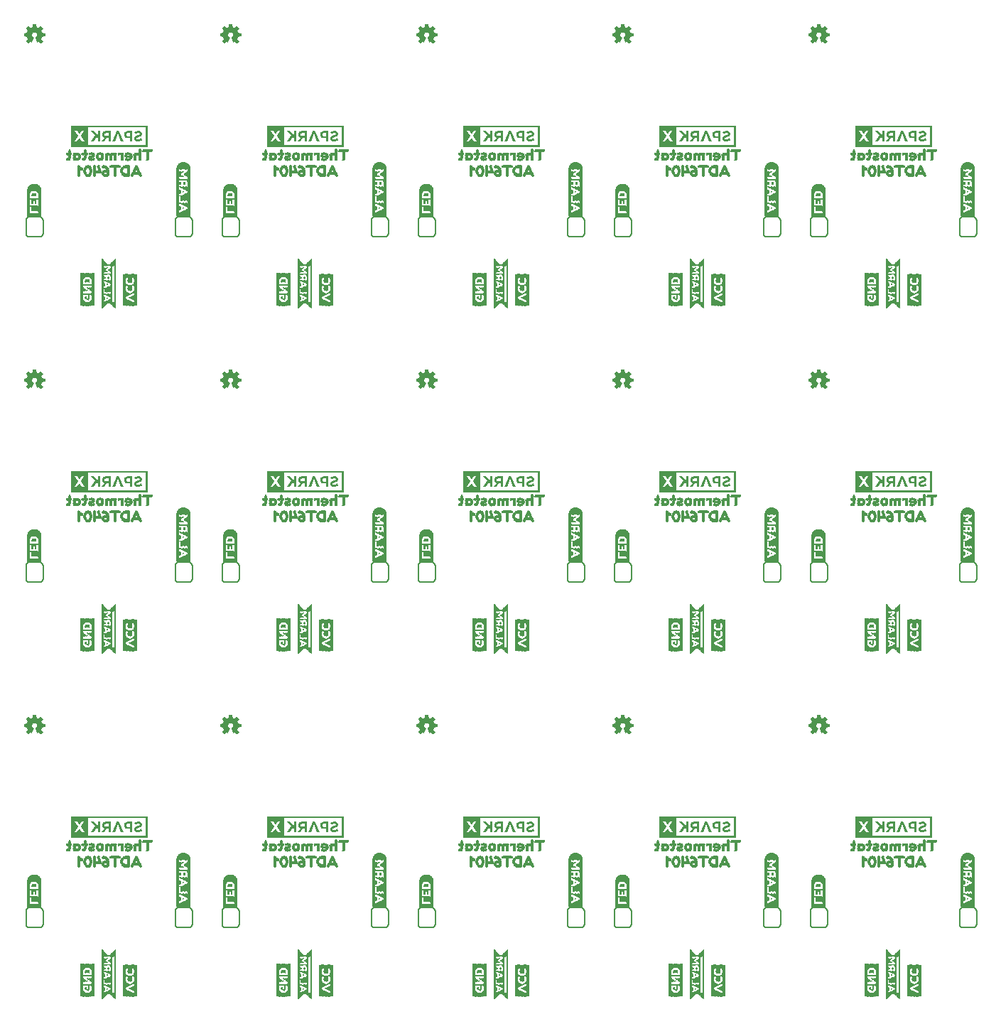
<source format=gbo>
G04 EAGLE Gerber RS-274X export*
G75*
%MOMM*%
%FSLAX34Y34*%
%LPD*%
%INSilkscreen Bottom*%
%IPPOS*%
%AMOC8*
5,1,8,0,0,1.08239X$1,22.5*%
G01*
%ADD10C,0.203200*%
%ADD11R,0.040000X3.880000*%
%ADD12R,0.040000X0.840000*%
%ADD13R,0.040000X2.800000*%
%ADD14R,0.040000X0.760000*%
%ADD15R,0.040000X0.320000*%
%ADD16R,0.040000X0.480000*%
%ADD17R,0.040000X0.160000*%
%ADD18R,0.040000X0.680000*%
%ADD19R,0.040000X0.200000*%
%ADD20R,0.040000X0.400000*%
%ADD21R,0.040000X0.120000*%
%ADD22R,0.040000X0.640000*%
%ADD23R,0.040000X0.360000*%
%ADD24R,0.040000X0.560000*%
%ADD25R,0.040000X0.600000*%
%ADD26R,0.040000X0.520000*%
%ADD27R,0.040000X0.280000*%
%ADD28R,0.040000X0.240000*%
%ADD29R,0.040000X0.720000*%
%ADD30R,0.040000X0.440000*%
%ADD31R,0.040000X0.040000*%
%ADD32R,0.040000X0.080000*%
%ADD33R,0.040000X0.800000*%
%ADD34R,0.040000X3.800000*%
%ADD35R,0.040000X1.040000*%
%ADD36R,0.040000X1.080000*%
%ADD37R,0.040000X0.880000*%
%ADD38R,0.250000X0.050000*%
%ADD39R,1.100000X0.050000*%
%ADD40R,0.350000X0.050000*%
%ADD41R,1.250000X0.050000*%
%ADD42R,0.100000X0.050000*%
%ADD43R,0.150000X0.050000*%
%ADD44R,0.300000X0.050000*%
%ADD45R,1.300000X0.050000*%
%ADD46R,1.200000X0.050000*%
%ADD47R,0.450000X0.050000*%
%ADD48R,0.200000X0.050000*%
%ADD49R,0.500000X0.050000*%
%ADD50R,0.700000X0.050000*%
%ADD51R,0.650000X0.050000*%
%ADD52R,0.800000X0.050000*%
%ADD53R,0.750000X0.050000*%
%ADD54R,0.400000X0.050000*%
%ADD55R,0.600000X0.050000*%
%ADD56R,0.850000X0.050000*%
%ADD57R,0.900000X0.050000*%
%ADD58R,1.350000X0.050000*%
%ADD59R,0.950000X0.050000*%
%ADD60R,1.400000X0.050000*%
%ADD61R,0.350000X0.060000*%
%ADD62R,0.400000X0.060000*%
%ADD63R,0.300000X0.060000*%
%ADD64R,0.600000X0.060000*%
%ADD65R,0.050000X0.060000*%
%ADD66R,0.450000X0.060000*%
%ADD67R,0.950000X0.060000*%
%ADD68R,0.550000X0.050000*%
%ADD69R,0.700000X0.060000*%
%ADD70R,0.750000X0.060000*%
%ADD71R,0.050000X0.050000*%
%ADD72R,0.040000X5.960000*%
%ADD73R,0.040000X5.880000*%
%ADD74R,0.040000X5.800000*%
%ADD75R,0.040000X5.720000*%
%ADD76R,0.040000X5.160000*%
%ADD77R,0.040000X5.080000*%
%ADD78R,0.040000X5.000000*%
%ADD79R,0.040000X4.920000*%
%ADD80R,0.040000X5.640000*%
%ADD81R,1.000000X0.050000*%
%ADD82R,1.050000X0.050000*%
%ADD83R,0.850000X0.060000*%
%ADD84R,1.150000X0.050000*%
%ADD85R,1.200000X0.060000*%
%ADD86R,1.050000X0.060000*%
%ADD87R,0.800000X0.060000*%
%ADD88R,0.650000X0.060000*%
%ADD89R,0.040000X5.840000*%
%ADD90R,0.040000X6.040000*%
%ADD91R,0.040000X6.120000*%
%ADD92R,0.040000X6.160000*%
%ADD93R,0.040000X6.200000*%
%ADD94R,0.040000X6.240000*%
%ADD95R,0.040000X6.280000*%
%ADD96R,0.040000X0.960000*%
%ADD97R,0.040000X0.920000*%
%ADD98R,0.040000X3.360000*%
%ADD99R,0.040000X3.480000*%
%ADD100R,0.040000X3.560000*%
%ADD101R,0.040000X3.640000*%
%ADD102R,0.040000X3.680000*%
%ADD103R,0.040000X3.720000*%
%ADD104R,0.040000X3.760000*%
%ADD105R,0.040000X1.000000*%

G36*
X861107Y1032541D02*
X861107Y1032541D01*
X861102Y1032549D01*
X861109Y1032555D01*
X861109Y1057865D01*
X861073Y1057913D01*
X861066Y1057907D01*
X861060Y1057915D01*
X769620Y1057915D01*
X769573Y1057879D01*
X769578Y1057871D01*
X769571Y1057865D01*
X769571Y1032555D01*
X769607Y1032507D01*
X769614Y1032513D01*
X769620Y1032505D01*
X861060Y1032505D01*
X861107Y1032541D01*
G37*
G36*
X160067Y621061D02*
X160067Y621061D01*
X160062Y621069D01*
X160069Y621075D01*
X160069Y646385D01*
X160033Y646433D01*
X160026Y646427D01*
X160020Y646435D01*
X68580Y646435D01*
X68533Y646399D01*
X68538Y646391D01*
X68531Y646385D01*
X68531Y621075D01*
X68567Y621027D01*
X68574Y621033D01*
X68580Y621025D01*
X160020Y621025D01*
X160067Y621061D01*
G37*
G36*
X861107Y621061D02*
X861107Y621061D01*
X861102Y621069D01*
X861109Y621075D01*
X861109Y646385D01*
X861073Y646433D01*
X861066Y646427D01*
X861060Y646435D01*
X769620Y646435D01*
X769573Y646399D01*
X769578Y646391D01*
X769571Y646385D01*
X769571Y621075D01*
X769607Y621027D01*
X769614Y621033D01*
X769620Y621025D01*
X861060Y621025D01*
X861107Y621061D01*
G37*
G36*
X1094787Y621061D02*
X1094787Y621061D01*
X1094782Y621069D01*
X1094789Y621075D01*
X1094789Y646385D01*
X1094753Y646433D01*
X1094746Y646427D01*
X1094740Y646435D01*
X1003300Y646435D01*
X1003253Y646399D01*
X1003258Y646391D01*
X1003251Y646385D01*
X1003251Y621075D01*
X1003287Y621027D01*
X1003294Y621033D01*
X1003300Y621025D01*
X1094740Y621025D01*
X1094787Y621061D01*
G37*
G36*
X393747Y621061D02*
X393747Y621061D01*
X393742Y621069D01*
X393749Y621075D01*
X393749Y646385D01*
X393713Y646433D01*
X393706Y646427D01*
X393700Y646435D01*
X302260Y646435D01*
X302213Y646399D01*
X302218Y646391D01*
X302211Y646385D01*
X302211Y621075D01*
X302247Y621027D01*
X302254Y621033D01*
X302260Y621025D01*
X393700Y621025D01*
X393747Y621061D01*
G37*
G36*
X1094787Y1032541D02*
X1094787Y1032541D01*
X1094782Y1032549D01*
X1094789Y1032555D01*
X1094789Y1057865D01*
X1094753Y1057913D01*
X1094746Y1057907D01*
X1094740Y1057915D01*
X1003300Y1057915D01*
X1003253Y1057879D01*
X1003258Y1057871D01*
X1003251Y1057865D01*
X1003251Y1032555D01*
X1003287Y1032507D01*
X1003294Y1032513D01*
X1003300Y1032505D01*
X1094740Y1032505D01*
X1094787Y1032541D01*
G37*
G36*
X393747Y1032541D02*
X393747Y1032541D01*
X393742Y1032549D01*
X393749Y1032555D01*
X393749Y1057865D01*
X393713Y1057913D01*
X393706Y1057907D01*
X393700Y1057915D01*
X302260Y1057915D01*
X302213Y1057879D01*
X302218Y1057871D01*
X302211Y1057865D01*
X302211Y1032555D01*
X302247Y1032507D01*
X302254Y1032513D01*
X302260Y1032505D01*
X393700Y1032505D01*
X393747Y1032541D01*
G37*
G36*
X627427Y621061D02*
X627427Y621061D01*
X627422Y621069D01*
X627429Y621075D01*
X627429Y646385D01*
X627393Y646433D01*
X627386Y646427D01*
X627380Y646435D01*
X535940Y646435D01*
X535893Y646399D01*
X535898Y646391D01*
X535891Y646385D01*
X535891Y621075D01*
X535927Y621027D01*
X535934Y621033D01*
X535940Y621025D01*
X627380Y621025D01*
X627427Y621061D01*
G37*
G36*
X627427Y1032541D02*
X627427Y1032541D01*
X627422Y1032549D01*
X627429Y1032555D01*
X627429Y1057865D01*
X627393Y1057913D01*
X627386Y1057907D01*
X627380Y1057915D01*
X535940Y1057915D01*
X535893Y1057879D01*
X535898Y1057871D01*
X535891Y1057865D01*
X535891Y1032555D01*
X535927Y1032507D01*
X535934Y1032513D01*
X535940Y1032505D01*
X627380Y1032505D01*
X627427Y1032541D01*
G37*
G36*
X160067Y1032541D02*
X160067Y1032541D01*
X160062Y1032549D01*
X160069Y1032555D01*
X160069Y1057865D01*
X160033Y1057913D01*
X160026Y1057907D01*
X160020Y1057915D01*
X68580Y1057915D01*
X68533Y1057879D01*
X68538Y1057871D01*
X68531Y1057865D01*
X68531Y1032555D01*
X68567Y1032507D01*
X68574Y1032513D01*
X68580Y1032505D01*
X160020Y1032505D01*
X160067Y1032541D01*
G37*
G36*
X68567Y209547D02*
X68567Y209547D01*
X68574Y209553D01*
X68580Y209545D01*
X160020Y209545D01*
X160067Y209581D01*
X160062Y209589D01*
X160069Y209595D01*
X160069Y234905D01*
X160033Y234953D01*
X160026Y234947D01*
X160020Y234955D01*
X68580Y234955D01*
X68533Y234919D01*
X68538Y234911D01*
X68531Y234905D01*
X68531Y209595D01*
X68567Y209547D01*
G37*
G36*
X393747Y209581D02*
X393747Y209581D01*
X393742Y209589D01*
X393749Y209595D01*
X393749Y234905D01*
X393713Y234953D01*
X393706Y234947D01*
X393700Y234955D01*
X302260Y234955D01*
X302213Y234919D01*
X302218Y234911D01*
X302211Y234905D01*
X302211Y209595D01*
X302247Y209547D01*
X302254Y209553D01*
X302260Y209545D01*
X393700Y209545D01*
X393747Y209581D01*
G37*
G36*
X861107Y209581D02*
X861107Y209581D01*
X861102Y209589D01*
X861109Y209595D01*
X861109Y234905D01*
X861073Y234953D01*
X861066Y234947D01*
X861060Y234955D01*
X769620Y234955D01*
X769573Y234919D01*
X769578Y234911D01*
X769571Y234905D01*
X769571Y209595D01*
X769607Y209547D01*
X769614Y209553D01*
X769620Y209545D01*
X861060Y209545D01*
X861107Y209581D01*
G37*
G36*
X627427Y209581D02*
X627427Y209581D01*
X627422Y209589D01*
X627429Y209595D01*
X627429Y234905D01*
X627393Y234953D01*
X627386Y234947D01*
X627380Y234955D01*
X535940Y234955D01*
X535893Y234919D01*
X535898Y234911D01*
X535891Y234905D01*
X535891Y209595D01*
X535927Y209547D01*
X535934Y209553D01*
X535940Y209545D01*
X627380Y209545D01*
X627427Y209581D01*
G37*
G36*
X1094787Y209581D02*
X1094787Y209581D01*
X1094782Y209589D01*
X1094789Y209595D01*
X1094789Y234905D01*
X1094753Y234953D01*
X1094746Y234947D01*
X1094740Y234955D01*
X1003300Y234955D01*
X1003253Y234919D01*
X1003258Y234911D01*
X1003251Y234905D01*
X1003251Y209595D01*
X1003287Y209547D01*
X1003294Y209553D01*
X1003300Y209545D01*
X1094740Y209545D01*
X1094787Y209581D01*
G37*
%LPC*%
G36*
X157621Y232506D02*
X157621Y232506D01*
X157621Y211994D01*
X89057Y211994D01*
X89057Y232506D01*
X157621Y232506D01*
G37*
%LPD*%
%LPC*%
G36*
X322737Y211994D02*
X322737Y211994D01*
X322737Y232506D01*
X391301Y232506D01*
X391301Y211994D01*
X322737Y211994D01*
G37*
%LPD*%
%LPC*%
G36*
X790097Y211994D02*
X790097Y211994D01*
X790097Y232506D01*
X858661Y232506D01*
X858661Y211994D01*
X790097Y211994D01*
G37*
%LPD*%
%LPC*%
G36*
X556417Y211994D02*
X556417Y211994D01*
X556417Y232506D01*
X624981Y232506D01*
X624981Y211994D01*
X556417Y211994D01*
G37*
%LPD*%
%LPC*%
G36*
X556417Y1034954D02*
X556417Y1034954D01*
X556417Y1055466D01*
X624981Y1055466D01*
X624981Y1034954D01*
X556417Y1034954D01*
G37*
%LPD*%
%LPC*%
G36*
X322737Y1034954D02*
X322737Y1034954D01*
X322737Y1055466D01*
X391301Y1055466D01*
X391301Y1034954D01*
X322737Y1034954D01*
G37*
%LPD*%
%LPC*%
G36*
X89057Y1034954D02*
X89057Y1034954D01*
X89057Y1055466D01*
X157621Y1055466D01*
X157621Y1034954D01*
X89057Y1034954D01*
G37*
%LPD*%
%LPC*%
G36*
X1023777Y1034954D02*
X1023777Y1034954D01*
X1023777Y1055466D01*
X1092341Y1055466D01*
X1092341Y1034954D01*
X1023777Y1034954D01*
G37*
%LPD*%
%LPC*%
G36*
X790097Y1034954D02*
X790097Y1034954D01*
X790097Y1055466D01*
X858661Y1055466D01*
X858661Y1034954D01*
X790097Y1034954D01*
G37*
%LPD*%
%LPC*%
G36*
X1023777Y211994D02*
X1023777Y211994D01*
X1023777Y232506D01*
X1092341Y232506D01*
X1092341Y211994D01*
X1023777Y211994D01*
G37*
%LPD*%
%LPC*%
G36*
X556417Y623474D02*
X556417Y623474D01*
X556417Y643986D01*
X624981Y643986D01*
X624981Y623474D01*
X556417Y623474D01*
G37*
%LPD*%
%LPC*%
G36*
X1023777Y623474D02*
X1023777Y623474D01*
X1023777Y643986D01*
X1092341Y643986D01*
X1092341Y623474D01*
X1023777Y623474D01*
G37*
%LPD*%
%LPC*%
G36*
X322737Y623474D02*
X322737Y623474D01*
X322737Y643986D01*
X391301Y643986D01*
X391301Y623474D01*
X322737Y623474D01*
G37*
%LPD*%
%LPC*%
G36*
X790097Y623474D02*
X790097Y623474D01*
X790097Y643986D01*
X858661Y643986D01*
X858661Y623474D01*
X790097Y623474D01*
G37*
%LPD*%
%LPC*%
G36*
X89057Y623474D02*
X89057Y623474D01*
X89057Y643986D01*
X157621Y643986D01*
X157621Y623474D01*
X89057Y623474D01*
G37*
%LPD*%
G36*
X33086Y1155568D02*
X33086Y1155568D01*
X33152Y1155573D01*
X33170Y1155584D01*
X33191Y1155589D01*
X33276Y1155649D01*
X33300Y1155663D01*
X33303Y1155668D01*
X33308Y1155672D01*
X35508Y1157972D01*
X35516Y1157985D01*
X35529Y1157995D01*
X35560Y1158059D01*
X35596Y1158121D01*
X35597Y1158137D01*
X35604Y1158151D01*
X35603Y1158222D01*
X35609Y1158293D01*
X35603Y1158308D01*
X35602Y1158324D01*
X35545Y1158449D01*
X35543Y1158453D01*
X35543Y1158454D01*
X33675Y1161069D01*
X33677Y1161080D01*
X33686Y1161093D01*
X33697Y1161151D01*
X33706Y1161172D01*
X33706Y1161194D01*
X33712Y1161227D01*
X33713Y1161232D01*
X33713Y1161233D01*
X33713Y1161234D01*
X33713Y1161244D01*
X33746Y1161309D01*
X33802Y1161366D01*
X33813Y1161384D01*
X33825Y1161393D01*
X33833Y1161412D01*
X33873Y1161464D01*
X33946Y1161609D01*
X34002Y1161666D01*
X34042Y1161730D01*
X34086Y1161793D01*
X34088Y1161805D01*
X34093Y1161813D01*
X34097Y1161848D01*
X34113Y1161934D01*
X34113Y1161983D01*
X34142Y1162030D01*
X34186Y1162093D01*
X34188Y1162105D01*
X34193Y1162113D01*
X34197Y1162148D01*
X34213Y1162234D01*
X34213Y1162344D01*
X34246Y1162409D01*
X34302Y1162466D01*
X34342Y1162530D01*
X34386Y1162593D01*
X34388Y1162605D01*
X34393Y1162613D01*
X34397Y1162648D01*
X34403Y1162681D01*
X34406Y1162689D01*
X34406Y1162697D01*
X34413Y1162734D01*
X34413Y1162783D01*
X34442Y1162830D01*
X34486Y1162893D01*
X34488Y1162905D01*
X34493Y1162913D01*
X34497Y1162948D01*
X34513Y1163034D01*
X34513Y1163144D01*
X34542Y1163202D01*
X37798Y1163760D01*
X37816Y1163767D01*
X37835Y1163768D01*
X37895Y1163801D01*
X37957Y1163827D01*
X37970Y1163842D01*
X37987Y1163851D01*
X38026Y1163907D01*
X38070Y1163958D01*
X38075Y1163977D01*
X38086Y1163993D01*
X38108Y1164104D01*
X38113Y1164126D01*
X38112Y1164130D01*
X38113Y1164134D01*
X38113Y1167334D01*
X38109Y1167353D01*
X38111Y1167372D01*
X38100Y1167406D01*
X38099Y1167413D01*
X38094Y1167423D01*
X38089Y1167436D01*
X38074Y1167502D01*
X38061Y1167517D01*
X38055Y1167535D01*
X38007Y1167583D01*
X37964Y1167636D01*
X37946Y1167643D01*
X37932Y1167657D01*
X37826Y1167697D01*
X37806Y1167706D01*
X37802Y1167706D01*
X37798Y1167708D01*
X34586Y1168258D01*
X34575Y1168297D01*
X34574Y1168302D01*
X34573Y1168303D01*
X34513Y1168423D01*
X34513Y1168434D01*
X34510Y1168449D01*
X34512Y1168465D01*
X34492Y1168535D01*
X34492Y1168550D01*
X34484Y1168564D01*
X34475Y1168597D01*
X34474Y1168602D01*
X34473Y1168603D01*
X34413Y1168723D01*
X34413Y1168734D01*
X34410Y1168749D01*
X34412Y1168765D01*
X34375Y1168897D01*
X34374Y1168902D01*
X34373Y1168903D01*
X34213Y1169223D01*
X34213Y1169234D01*
X34210Y1169249D01*
X34212Y1169265D01*
X34175Y1169397D01*
X34174Y1169402D01*
X34173Y1169403D01*
X34073Y1169603D01*
X34050Y1169631D01*
X34013Y1169685D01*
X34013Y1169734D01*
X33996Y1169808D01*
X33982Y1169883D01*
X33976Y1169893D01*
X33974Y1169902D01*
X33951Y1169930D01*
X33902Y1170002D01*
X33846Y1170058D01*
X33773Y1170203D01*
X33750Y1170231D01*
X33713Y1170285D01*
X33713Y1170334D01*
X33696Y1170408D01*
X33692Y1170430D01*
X35546Y1173118D01*
X35552Y1173134D01*
X35564Y1173147D01*
X35584Y1173214D01*
X35609Y1173279D01*
X35608Y1173297D01*
X35613Y1173313D01*
X35600Y1173382D01*
X35594Y1173452D01*
X35585Y1173466D01*
X35582Y1173483D01*
X35511Y1173589D01*
X35504Y1173600D01*
X35503Y1173600D01*
X35502Y1173602D01*
X33302Y1175802D01*
X33288Y1175811D01*
X33277Y1175825D01*
X33215Y1175856D01*
X33155Y1175893D01*
X33138Y1175895D01*
X33123Y1175902D01*
X33053Y1175903D01*
X32983Y1175909D01*
X32967Y1175903D01*
X32950Y1175903D01*
X32832Y1175852D01*
X32821Y1175848D01*
X32820Y1175847D01*
X32819Y1175846D01*
X30120Y1173984D01*
X30102Y1174002D01*
X30037Y1174042D01*
X29975Y1174086D01*
X29963Y1174088D01*
X29955Y1174093D01*
X29920Y1174096D01*
X29834Y1174113D01*
X29784Y1174113D01*
X29772Y1174121D01*
X29704Y1174173D01*
X29559Y1174245D01*
X29502Y1174302D01*
X29437Y1174342D01*
X29375Y1174386D01*
X29363Y1174388D01*
X29355Y1174393D01*
X29320Y1174396D01*
X29234Y1174413D01*
X29184Y1174413D01*
X29172Y1174421D01*
X29104Y1174473D01*
X28904Y1174573D01*
X28888Y1174577D01*
X28875Y1174586D01*
X28741Y1174612D01*
X28735Y1174613D01*
X28734Y1174613D01*
X28724Y1174613D01*
X28604Y1174673D01*
X28588Y1174677D01*
X28575Y1174686D01*
X28441Y1174712D01*
X28435Y1174713D01*
X28434Y1174713D01*
X28384Y1174713D01*
X28337Y1174742D01*
X28275Y1174786D01*
X28263Y1174788D01*
X28255Y1174793D01*
X28220Y1174796D01*
X28134Y1174813D01*
X28024Y1174813D01*
X27966Y1174842D01*
X27408Y1178098D01*
X27400Y1178116D01*
X27399Y1178135D01*
X27367Y1178194D01*
X27340Y1178257D01*
X27326Y1178270D01*
X27316Y1178287D01*
X27261Y1178326D01*
X27209Y1178370D01*
X27190Y1178375D01*
X27175Y1178386D01*
X27064Y1178407D01*
X27042Y1178413D01*
X27038Y1178412D01*
X27034Y1178413D01*
X23834Y1178413D01*
X23815Y1178409D01*
X23796Y1178411D01*
X23732Y1178389D01*
X23666Y1178373D01*
X23651Y1178361D01*
X23632Y1178355D01*
X23585Y1178307D01*
X23532Y1178263D01*
X23524Y1178246D01*
X23511Y1178232D01*
X23471Y1178126D01*
X23462Y1178105D01*
X23462Y1178102D01*
X23460Y1178098D01*
X22910Y1174886D01*
X22871Y1174875D01*
X22866Y1174873D01*
X22865Y1174873D01*
X22864Y1174873D01*
X22744Y1174813D01*
X22734Y1174813D01*
X22718Y1174809D01*
X22702Y1174812D01*
X22571Y1174775D01*
X22566Y1174773D01*
X22565Y1174773D01*
X22564Y1174773D01*
X22444Y1174713D01*
X22434Y1174713D01*
X22418Y1174709D01*
X22402Y1174712D01*
X22271Y1174675D01*
X22266Y1174673D01*
X22265Y1174673D01*
X22264Y1174673D01*
X22144Y1174613D01*
X22034Y1174613D01*
X21960Y1174596D01*
X21884Y1174582D01*
X21875Y1174576D01*
X21866Y1174573D01*
X21838Y1174551D01*
X21766Y1174502D01*
X21709Y1174445D01*
X21644Y1174413D01*
X21634Y1174413D01*
X21618Y1174409D01*
X21602Y1174412D01*
X21471Y1174375D01*
X21466Y1174373D01*
X21465Y1174373D01*
X21464Y1174373D01*
X21264Y1174273D01*
X21237Y1174250D01*
X21166Y1174202D01*
X21109Y1174145D01*
X21044Y1174113D01*
X21034Y1174113D01*
X21018Y1174109D01*
X21002Y1174112D01*
X20871Y1174075D01*
X20866Y1174073D01*
X20865Y1174073D01*
X20864Y1174073D01*
X20723Y1174002D01*
X18049Y1175846D01*
X18037Y1175851D01*
X18028Y1175860D01*
X17957Y1175882D01*
X17888Y1175909D01*
X17875Y1175908D01*
X17863Y1175912D01*
X17790Y1175900D01*
X17716Y1175894D01*
X17705Y1175887D01*
X17692Y1175885D01*
X17572Y1175808D01*
X15272Y1173608D01*
X15258Y1173586D01*
X15238Y1173570D01*
X15211Y1173514D01*
X15177Y1173463D01*
X15174Y1173437D01*
X15163Y1173414D01*
X15164Y1173352D01*
X15157Y1173291D01*
X15166Y1173267D01*
X15166Y1173241D01*
X15204Y1173161D01*
X15215Y1173128D01*
X15222Y1173122D01*
X15227Y1173111D01*
X17162Y1170438D01*
X17122Y1170358D01*
X17066Y1170302D01*
X17026Y1170237D01*
X16982Y1170174D01*
X16980Y1170163D01*
X16975Y1170155D01*
X16971Y1170120D01*
X16955Y1170034D01*
X16955Y1169984D01*
X16947Y1169971D01*
X16895Y1169903D01*
X16822Y1169758D01*
X16766Y1169702D01*
X16726Y1169637D01*
X16682Y1169574D01*
X16680Y1169563D01*
X16675Y1169555D01*
X16671Y1169520D01*
X16655Y1169434D01*
X16655Y1169384D01*
X16626Y1169337D01*
X16582Y1169274D01*
X16580Y1169263D01*
X16575Y1169255D01*
X16571Y1169220D01*
X16555Y1169134D01*
X16555Y1169023D01*
X16522Y1168958D01*
X16466Y1168902D01*
X16426Y1168837D01*
X16382Y1168774D01*
X16380Y1168763D01*
X16375Y1168755D01*
X16371Y1168720D01*
X16355Y1168634D01*
X16355Y1168584D01*
X16326Y1168537D01*
X16282Y1168474D01*
X16280Y1168463D01*
X16275Y1168455D01*
X16271Y1168420D01*
X16255Y1168334D01*
X16255Y1168255D01*
X12972Y1167708D01*
X12953Y1167700D01*
X12933Y1167699D01*
X12874Y1167667D01*
X12812Y1167641D01*
X12799Y1167626D01*
X12781Y1167616D01*
X12743Y1167561D01*
X12699Y1167511D01*
X12693Y1167491D01*
X12682Y1167474D01*
X12666Y1167393D01*
X12662Y1167383D01*
X12662Y1167372D01*
X12661Y1167368D01*
X12655Y1167343D01*
X12656Y1167339D01*
X12655Y1167334D01*
X12655Y1164134D01*
X12659Y1164115D01*
X12657Y1164096D01*
X12679Y1164031D01*
X12694Y1163965D01*
X12707Y1163950D01*
X12713Y1163932D01*
X12761Y1163884D01*
X12804Y1163832D01*
X12822Y1163824D01*
X12836Y1163810D01*
X12942Y1163770D01*
X12962Y1163761D01*
X12966Y1163761D01*
X12970Y1163760D01*
X16258Y1163196D01*
X16293Y1163071D01*
X16294Y1163065D01*
X16295Y1163065D01*
X16295Y1163064D01*
X16355Y1162944D01*
X16355Y1162934D01*
X16358Y1162918D01*
X16356Y1162902D01*
X16393Y1162771D01*
X16394Y1162765D01*
X16395Y1162765D01*
X16395Y1162764D01*
X16455Y1162644D01*
X16455Y1162634D01*
X16458Y1162618D01*
X16456Y1162602D01*
X16493Y1162471D01*
X16494Y1162465D01*
X16495Y1162465D01*
X16495Y1162464D01*
X16655Y1162144D01*
X16655Y1162134D01*
X16658Y1162118D01*
X16656Y1162102D01*
X16693Y1161971D01*
X16694Y1161965D01*
X16695Y1161965D01*
X16695Y1161964D01*
X16795Y1161764D01*
X16818Y1161736D01*
X16866Y1161666D01*
X16922Y1161609D01*
X16955Y1161544D01*
X16955Y1161534D01*
X16958Y1161518D01*
X16956Y1161502D01*
X16993Y1161371D01*
X16994Y1161365D01*
X16995Y1161365D01*
X16995Y1161364D01*
X17095Y1161164D01*
X17118Y1161136D01*
X17166Y1161066D01*
X17176Y1161055D01*
X15231Y1158461D01*
X15221Y1158439D01*
X15204Y1158420D01*
X15186Y1158360D01*
X15161Y1158303D01*
X15162Y1158278D01*
X15155Y1158254D01*
X15166Y1158193D01*
X15169Y1158130D01*
X15181Y1158108D01*
X15186Y1158084D01*
X15237Y1158009D01*
X15253Y1157979D01*
X15260Y1157974D01*
X15266Y1157966D01*
X17566Y1155666D01*
X17580Y1155657D01*
X17591Y1155643D01*
X17653Y1155611D01*
X17713Y1155574D01*
X17730Y1155573D01*
X17745Y1155565D01*
X17816Y1155565D01*
X17885Y1155558D01*
X17901Y1155564D01*
X17918Y1155564D01*
X18036Y1155616D01*
X18047Y1155620D01*
X18048Y1155621D01*
X18049Y1155621D01*
X20748Y1157483D01*
X20766Y1157466D01*
X20831Y1157425D01*
X20893Y1157381D01*
X20905Y1157379D01*
X20913Y1157374D01*
X20948Y1157371D01*
X20963Y1157368D01*
X20966Y1157366D01*
X21031Y1157325D01*
X21093Y1157281D01*
X21105Y1157279D01*
X21113Y1157274D01*
X21148Y1157271D01*
X21234Y1157254D01*
X21284Y1157254D01*
X21331Y1157225D01*
X21393Y1157181D01*
X21405Y1157179D01*
X21413Y1157174D01*
X21448Y1157171D01*
X21463Y1157168D01*
X21466Y1157166D01*
X21531Y1157125D01*
X21593Y1157081D01*
X21605Y1157079D01*
X21613Y1157074D01*
X21648Y1157071D01*
X21663Y1157068D01*
X21666Y1157066D01*
X21731Y1157025D01*
X21793Y1156981D01*
X21805Y1156979D01*
X21813Y1156974D01*
X21848Y1156971D01*
X21877Y1156965D01*
X21904Y1156932D01*
X21923Y1156924D01*
X21938Y1156909D01*
X22001Y1156889D01*
X22062Y1156861D01*
X22083Y1156862D01*
X22102Y1156856D01*
X22168Y1156866D01*
X22235Y1156868D01*
X22253Y1156878D01*
X22273Y1156881D01*
X22328Y1156919D01*
X22387Y1156951D01*
X22399Y1156968D01*
X22415Y1156980D01*
X22472Y1157072D01*
X22486Y1157093D01*
X22487Y1157098D01*
X22490Y1157102D01*
X24490Y1162502D01*
X24494Y1162533D01*
X24506Y1162561D01*
X24504Y1162617D01*
X24511Y1162674D01*
X24501Y1162703D01*
X24500Y1162734D01*
X24473Y1162784D01*
X24454Y1162837D01*
X24432Y1162859D01*
X24417Y1162886D01*
X24357Y1162932D01*
X24330Y1162958D01*
X24317Y1162962D01*
X24304Y1162973D01*
X23759Y1163245D01*
X23602Y1163402D01*
X23572Y1163421D01*
X23504Y1163473D01*
X23359Y1163545D01*
X23046Y1163858D01*
X22973Y1164003D01*
X22950Y1164031D01*
X22902Y1164102D01*
X22746Y1164258D01*
X22685Y1164379D01*
X22594Y1164654D01*
X22582Y1164673D01*
X22573Y1164703D01*
X22513Y1164823D01*
X22513Y1164934D01*
X22505Y1164969D01*
X22494Y1165054D01*
X22413Y1165295D01*
X22413Y1166072D01*
X22494Y1166314D01*
X22497Y1166350D01*
X22513Y1166434D01*
X22513Y1166619D01*
X22650Y1166823D01*
X22663Y1166858D01*
X22694Y1166914D01*
X22778Y1167166D01*
X23129Y1167692D01*
X23476Y1168039D01*
X24002Y1168390D01*
X24254Y1168474D01*
X24272Y1168485D01*
X24286Y1168488D01*
X24299Y1168499D01*
X24344Y1168518D01*
X24549Y1168654D01*
X24734Y1168654D01*
X24769Y1168663D01*
X24854Y1168674D01*
X25096Y1168754D01*
X25687Y1168754D01*
X26042Y1168666D01*
X26078Y1168665D01*
X26134Y1168654D01*
X26319Y1168654D01*
X26524Y1168518D01*
X26559Y1168505D01*
X26608Y1168477D01*
X26610Y1168476D01*
X26611Y1168476D01*
X26614Y1168474D01*
X26866Y1168390D01*
X27093Y1168239D01*
X27266Y1168066D01*
X27292Y1168049D01*
X27324Y1168018D01*
X27593Y1167839D01*
X27739Y1167692D01*
X28090Y1167166D01*
X28455Y1166072D01*
X28455Y1165595D01*
X28374Y1165354D01*
X28371Y1165318D01*
X28355Y1165234D01*
X28355Y1165023D01*
X28195Y1164703D01*
X28189Y1164681D01*
X28174Y1164654D01*
X28083Y1164379D01*
X27922Y1164058D01*
X27766Y1163902D01*
X27747Y1163871D01*
X27695Y1163803D01*
X27622Y1163658D01*
X27509Y1163545D01*
X27364Y1163473D01*
X27337Y1163450D01*
X27266Y1163402D01*
X27109Y1163245D01*
X26788Y1163085D01*
X26514Y1162993D01*
X26465Y1162963D01*
X26412Y1162941D01*
X26392Y1162919D01*
X26367Y1162903D01*
X26336Y1162854D01*
X26299Y1162811D01*
X26291Y1162782D01*
X26275Y1162756D01*
X26269Y1162699D01*
X26255Y1162643D01*
X26261Y1162609D01*
X26258Y1162584D01*
X26270Y1162552D01*
X26278Y1162502D01*
X28278Y1157102D01*
X28304Y1157064D01*
X28320Y1157021D01*
X28351Y1156993D01*
X28374Y1156958D01*
X28414Y1156935D01*
X28447Y1156904D01*
X28487Y1156892D01*
X28524Y1156871D01*
X28569Y1156868D01*
X28613Y1156855D01*
X28654Y1156862D01*
X28696Y1156860D01*
X28739Y1156877D01*
X28784Y1156885D01*
X28825Y1156913D01*
X28856Y1156926D01*
X28873Y1156946D01*
X28886Y1156954D01*
X28934Y1156954D01*
X29008Y1156972D01*
X29084Y1156985D01*
X29093Y1156992D01*
X29102Y1156994D01*
X29130Y1157017D01*
X29202Y1157066D01*
X29209Y1157072D01*
X29284Y1157085D01*
X29293Y1157092D01*
X29302Y1157094D01*
X29330Y1157117D01*
X29402Y1157166D01*
X29409Y1157172D01*
X29484Y1157185D01*
X29493Y1157192D01*
X29502Y1157194D01*
X29530Y1157217D01*
X29602Y1157266D01*
X29609Y1157272D01*
X29684Y1157285D01*
X29693Y1157292D01*
X29702Y1157294D01*
X29730Y1157317D01*
X29802Y1157366D01*
X29809Y1157372D01*
X29884Y1157385D01*
X29893Y1157392D01*
X29902Y1157394D01*
X29930Y1157417D01*
X30002Y1157466D01*
X30009Y1157472D01*
X30084Y1157485D01*
X30093Y1157492D01*
X30102Y1157494D01*
X30103Y1157494D01*
X32819Y1155621D01*
X32839Y1155614D01*
X32855Y1155600D01*
X32918Y1155582D01*
X32980Y1155558D01*
X33001Y1155560D01*
X33022Y1155555D01*
X33086Y1155568D01*
G37*
G36*
X967806Y1155568D02*
X967806Y1155568D01*
X967872Y1155573D01*
X967890Y1155584D01*
X967911Y1155589D01*
X967996Y1155649D01*
X968020Y1155663D01*
X968023Y1155668D01*
X968028Y1155672D01*
X970228Y1157972D01*
X970236Y1157985D01*
X970249Y1157995D01*
X970280Y1158059D01*
X970316Y1158121D01*
X970317Y1158137D01*
X970324Y1158151D01*
X970323Y1158222D01*
X970329Y1158293D01*
X970323Y1158308D01*
X970322Y1158324D01*
X970265Y1158449D01*
X970263Y1158453D01*
X970263Y1158454D01*
X968395Y1161069D01*
X968397Y1161080D01*
X968406Y1161093D01*
X968417Y1161151D01*
X968426Y1161172D01*
X968426Y1161194D01*
X968432Y1161227D01*
X968433Y1161232D01*
X968433Y1161233D01*
X968433Y1161234D01*
X968433Y1161244D01*
X968466Y1161309D01*
X968522Y1161366D01*
X968533Y1161384D01*
X968545Y1161393D01*
X968553Y1161412D01*
X968593Y1161464D01*
X968666Y1161609D01*
X968722Y1161666D01*
X968762Y1161730D01*
X968806Y1161793D01*
X968808Y1161805D01*
X968813Y1161813D01*
X968817Y1161848D01*
X968833Y1161934D01*
X968833Y1161983D01*
X968862Y1162030D01*
X968906Y1162093D01*
X968908Y1162105D01*
X968913Y1162113D01*
X968917Y1162148D01*
X968933Y1162234D01*
X968933Y1162344D01*
X968966Y1162409D01*
X969022Y1162466D01*
X969062Y1162530D01*
X969106Y1162593D01*
X969108Y1162605D01*
X969113Y1162613D01*
X969117Y1162648D01*
X969123Y1162681D01*
X969126Y1162689D01*
X969126Y1162697D01*
X969133Y1162734D01*
X969133Y1162783D01*
X969162Y1162830D01*
X969206Y1162893D01*
X969208Y1162905D01*
X969213Y1162913D01*
X969217Y1162948D01*
X969233Y1163034D01*
X969233Y1163144D01*
X969262Y1163202D01*
X972518Y1163760D01*
X972536Y1163767D01*
X972555Y1163768D01*
X972615Y1163801D01*
X972677Y1163827D01*
X972690Y1163842D01*
X972707Y1163851D01*
X972746Y1163907D01*
X972790Y1163958D01*
X972795Y1163977D01*
X972806Y1163993D01*
X972828Y1164104D01*
X972833Y1164126D01*
X972832Y1164130D01*
X972833Y1164134D01*
X972833Y1167334D01*
X972829Y1167353D01*
X972831Y1167372D01*
X972820Y1167406D01*
X972819Y1167413D01*
X972814Y1167423D01*
X972809Y1167436D01*
X972794Y1167502D01*
X972781Y1167517D01*
X972775Y1167535D01*
X972727Y1167583D01*
X972684Y1167636D01*
X972666Y1167643D01*
X972652Y1167657D01*
X972546Y1167697D01*
X972526Y1167706D01*
X972522Y1167706D01*
X972518Y1167708D01*
X969306Y1168258D01*
X969295Y1168297D01*
X969294Y1168302D01*
X969293Y1168303D01*
X969233Y1168423D01*
X969233Y1168434D01*
X969230Y1168449D01*
X969232Y1168465D01*
X969212Y1168535D01*
X969212Y1168550D01*
X969204Y1168564D01*
X969195Y1168597D01*
X969194Y1168602D01*
X969193Y1168603D01*
X969133Y1168723D01*
X969133Y1168734D01*
X969130Y1168749D01*
X969132Y1168765D01*
X969095Y1168897D01*
X969094Y1168902D01*
X969093Y1168903D01*
X968933Y1169223D01*
X968933Y1169234D01*
X968930Y1169249D01*
X968932Y1169265D01*
X968895Y1169397D01*
X968894Y1169402D01*
X968893Y1169403D01*
X968793Y1169603D01*
X968770Y1169631D01*
X968733Y1169685D01*
X968733Y1169734D01*
X968716Y1169808D01*
X968702Y1169883D01*
X968696Y1169893D01*
X968694Y1169902D01*
X968671Y1169930D01*
X968622Y1170002D01*
X968566Y1170058D01*
X968493Y1170203D01*
X968470Y1170231D01*
X968433Y1170285D01*
X968433Y1170334D01*
X968416Y1170408D01*
X968412Y1170430D01*
X970266Y1173118D01*
X970272Y1173134D01*
X970284Y1173147D01*
X970304Y1173214D01*
X970329Y1173279D01*
X970328Y1173297D01*
X970333Y1173313D01*
X970320Y1173382D01*
X970314Y1173452D01*
X970305Y1173466D01*
X970302Y1173483D01*
X970231Y1173589D01*
X970224Y1173600D01*
X970223Y1173600D01*
X970222Y1173602D01*
X968022Y1175802D01*
X968008Y1175811D01*
X967997Y1175825D01*
X967935Y1175856D01*
X967875Y1175893D01*
X967858Y1175895D01*
X967843Y1175902D01*
X967773Y1175903D01*
X967703Y1175909D01*
X967687Y1175903D01*
X967670Y1175903D01*
X967552Y1175852D01*
X967541Y1175848D01*
X967540Y1175847D01*
X967539Y1175846D01*
X964840Y1173984D01*
X964822Y1174002D01*
X964757Y1174042D01*
X964695Y1174086D01*
X964683Y1174088D01*
X964675Y1174093D01*
X964640Y1174096D01*
X964554Y1174113D01*
X964504Y1174113D01*
X964492Y1174121D01*
X964424Y1174173D01*
X964279Y1174245D01*
X964222Y1174302D01*
X964157Y1174342D01*
X964095Y1174386D01*
X964083Y1174388D01*
X964075Y1174393D01*
X964040Y1174396D01*
X963954Y1174413D01*
X963904Y1174413D01*
X963892Y1174421D01*
X963824Y1174473D01*
X963624Y1174573D01*
X963608Y1174577D01*
X963595Y1174586D01*
X963461Y1174612D01*
X963455Y1174613D01*
X963454Y1174613D01*
X963444Y1174613D01*
X963324Y1174673D01*
X963308Y1174677D01*
X963295Y1174686D01*
X963161Y1174712D01*
X963155Y1174713D01*
X963154Y1174713D01*
X963104Y1174713D01*
X963057Y1174742D01*
X962995Y1174786D01*
X962983Y1174788D01*
X962975Y1174793D01*
X962940Y1174796D01*
X962854Y1174813D01*
X962744Y1174813D01*
X962686Y1174842D01*
X962128Y1178098D01*
X962120Y1178116D01*
X962119Y1178135D01*
X962087Y1178194D01*
X962060Y1178257D01*
X962046Y1178270D01*
X962036Y1178287D01*
X961981Y1178326D01*
X961929Y1178370D01*
X961910Y1178375D01*
X961895Y1178386D01*
X961784Y1178407D01*
X961762Y1178413D01*
X961758Y1178412D01*
X961754Y1178413D01*
X958554Y1178413D01*
X958535Y1178409D01*
X958516Y1178411D01*
X958452Y1178389D01*
X958386Y1178373D01*
X958371Y1178361D01*
X958352Y1178355D01*
X958305Y1178307D01*
X958252Y1178263D01*
X958244Y1178246D01*
X958231Y1178232D01*
X958191Y1178126D01*
X958182Y1178105D01*
X958182Y1178102D01*
X958180Y1178098D01*
X957630Y1174886D01*
X957591Y1174875D01*
X957586Y1174873D01*
X957585Y1174873D01*
X957584Y1174873D01*
X957464Y1174813D01*
X957454Y1174813D01*
X957438Y1174809D01*
X957422Y1174812D01*
X957291Y1174775D01*
X957286Y1174773D01*
X957285Y1174773D01*
X957284Y1174773D01*
X957164Y1174713D01*
X957154Y1174713D01*
X957138Y1174709D01*
X957122Y1174712D01*
X956991Y1174675D01*
X956986Y1174673D01*
X956985Y1174673D01*
X956984Y1174673D01*
X956864Y1174613D01*
X956754Y1174613D01*
X956680Y1174596D01*
X956604Y1174582D01*
X956595Y1174576D01*
X956586Y1174573D01*
X956558Y1174551D01*
X956486Y1174502D01*
X956429Y1174445D01*
X956364Y1174413D01*
X956354Y1174413D01*
X956338Y1174409D01*
X956322Y1174412D01*
X956191Y1174375D01*
X956186Y1174373D01*
X956185Y1174373D01*
X956184Y1174373D01*
X955984Y1174273D01*
X955957Y1174250D01*
X955886Y1174202D01*
X955829Y1174145D01*
X955764Y1174113D01*
X955754Y1174113D01*
X955738Y1174109D01*
X955722Y1174112D01*
X955591Y1174075D01*
X955586Y1174073D01*
X955585Y1174073D01*
X955584Y1174073D01*
X955443Y1174002D01*
X952769Y1175846D01*
X952757Y1175851D01*
X952748Y1175860D01*
X952677Y1175882D01*
X952608Y1175909D01*
X952595Y1175908D01*
X952583Y1175912D01*
X952510Y1175900D01*
X952436Y1175894D01*
X952425Y1175887D01*
X952412Y1175885D01*
X952292Y1175808D01*
X949992Y1173608D01*
X949978Y1173586D01*
X949958Y1173570D01*
X949931Y1173514D01*
X949897Y1173463D01*
X949894Y1173437D01*
X949883Y1173414D01*
X949884Y1173352D01*
X949877Y1173291D01*
X949886Y1173267D01*
X949886Y1173241D01*
X949924Y1173161D01*
X949935Y1173128D01*
X949942Y1173122D01*
X949947Y1173111D01*
X951882Y1170438D01*
X951842Y1170358D01*
X951786Y1170302D01*
X951746Y1170237D01*
X951702Y1170174D01*
X951700Y1170163D01*
X951695Y1170155D01*
X951691Y1170120D01*
X951675Y1170034D01*
X951675Y1169984D01*
X951667Y1169971D01*
X951615Y1169903D01*
X951542Y1169758D01*
X951486Y1169702D01*
X951446Y1169637D01*
X951402Y1169574D01*
X951400Y1169563D01*
X951395Y1169555D01*
X951391Y1169520D01*
X951375Y1169434D01*
X951375Y1169384D01*
X951346Y1169337D01*
X951302Y1169274D01*
X951300Y1169263D01*
X951295Y1169255D01*
X951291Y1169220D01*
X951275Y1169134D01*
X951275Y1169023D01*
X951242Y1168958D01*
X951186Y1168902D01*
X951146Y1168837D01*
X951102Y1168774D01*
X951100Y1168763D01*
X951095Y1168755D01*
X951091Y1168720D01*
X951075Y1168634D01*
X951075Y1168584D01*
X951046Y1168537D01*
X951002Y1168474D01*
X951000Y1168463D01*
X950995Y1168455D01*
X950991Y1168420D01*
X950975Y1168334D01*
X950975Y1168255D01*
X947692Y1167708D01*
X947673Y1167700D01*
X947653Y1167699D01*
X947594Y1167667D01*
X947532Y1167641D01*
X947519Y1167626D01*
X947501Y1167616D01*
X947463Y1167561D01*
X947419Y1167511D01*
X947413Y1167491D01*
X947402Y1167474D01*
X947386Y1167393D01*
X947382Y1167383D01*
X947382Y1167372D01*
X947381Y1167368D01*
X947375Y1167343D01*
X947376Y1167339D01*
X947375Y1167334D01*
X947375Y1164134D01*
X947379Y1164115D01*
X947377Y1164096D01*
X947399Y1164031D01*
X947414Y1163965D01*
X947427Y1163950D01*
X947433Y1163932D01*
X947481Y1163884D01*
X947524Y1163832D01*
X947542Y1163824D01*
X947556Y1163810D01*
X947662Y1163770D01*
X947682Y1163761D01*
X947686Y1163761D01*
X947690Y1163760D01*
X950978Y1163196D01*
X951013Y1163071D01*
X951014Y1163065D01*
X951015Y1163065D01*
X951015Y1163064D01*
X951075Y1162944D01*
X951075Y1162934D01*
X951078Y1162918D01*
X951076Y1162902D01*
X951113Y1162771D01*
X951114Y1162765D01*
X951115Y1162765D01*
X951115Y1162764D01*
X951175Y1162644D01*
X951175Y1162634D01*
X951178Y1162618D01*
X951176Y1162602D01*
X951213Y1162471D01*
X951214Y1162465D01*
X951215Y1162465D01*
X951215Y1162464D01*
X951375Y1162144D01*
X951375Y1162134D01*
X951378Y1162118D01*
X951376Y1162102D01*
X951413Y1161971D01*
X951414Y1161965D01*
X951415Y1161965D01*
X951415Y1161964D01*
X951515Y1161764D01*
X951538Y1161736D01*
X951586Y1161666D01*
X951642Y1161609D01*
X951675Y1161544D01*
X951675Y1161534D01*
X951678Y1161518D01*
X951676Y1161502D01*
X951713Y1161371D01*
X951714Y1161365D01*
X951715Y1161365D01*
X951715Y1161364D01*
X951815Y1161164D01*
X951838Y1161136D01*
X951886Y1161066D01*
X951896Y1161055D01*
X949951Y1158461D01*
X949941Y1158439D01*
X949924Y1158420D01*
X949906Y1158360D01*
X949881Y1158303D01*
X949882Y1158278D01*
X949875Y1158254D01*
X949886Y1158193D01*
X949889Y1158130D01*
X949901Y1158108D01*
X949906Y1158084D01*
X949957Y1158009D01*
X949973Y1157979D01*
X949980Y1157974D01*
X949986Y1157966D01*
X952286Y1155666D01*
X952300Y1155657D01*
X952311Y1155643D01*
X952373Y1155611D01*
X952433Y1155574D01*
X952450Y1155573D01*
X952465Y1155565D01*
X952536Y1155565D01*
X952605Y1155558D01*
X952621Y1155564D01*
X952638Y1155564D01*
X952756Y1155616D01*
X952767Y1155620D01*
X952768Y1155621D01*
X952769Y1155621D01*
X955468Y1157483D01*
X955486Y1157466D01*
X955551Y1157425D01*
X955613Y1157381D01*
X955625Y1157379D01*
X955633Y1157374D01*
X955668Y1157371D01*
X955683Y1157368D01*
X955686Y1157366D01*
X955751Y1157325D01*
X955813Y1157281D01*
X955825Y1157279D01*
X955833Y1157274D01*
X955868Y1157271D01*
X955954Y1157254D01*
X956004Y1157254D01*
X956051Y1157225D01*
X956113Y1157181D01*
X956125Y1157179D01*
X956133Y1157174D01*
X956168Y1157171D01*
X956183Y1157168D01*
X956186Y1157166D01*
X956251Y1157125D01*
X956313Y1157081D01*
X956325Y1157079D01*
X956333Y1157074D01*
X956368Y1157071D01*
X956383Y1157068D01*
X956386Y1157066D01*
X956451Y1157025D01*
X956513Y1156981D01*
X956525Y1156979D01*
X956533Y1156974D01*
X956568Y1156971D01*
X956597Y1156965D01*
X956624Y1156932D01*
X956643Y1156924D01*
X956658Y1156909D01*
X956721Y1156889D01*
X956782Y1156861D01*
X956803Y1156862D01*
X956822Y1156856D01*
X956888Y1156866D01*
X956955Y1156868D01*
X956973Y1156878D01*
X956993Y1156881D01*
X957048Y1156919D01*
X957107Y1156951D01*
X957119Y1156968D01*
X957135Y1156980D01*
X957192Y1157072D01*
X957206Y1157093D01*
X957207Y1157098D01*
X957210Y1157102D01*
X959210Y1162502D01*
X959214Y1162533D01*
X959226Y1162561D01*
X959224Y1162617D01*
X959231Y1162674D01*
X959221Y1162703D01*
X959220Y1162734D01*
X959193Y1162784D01*
X959174Y1162837D01*
X959152Y1162859D01*
X959137Y1162886D01*
X959077Y1162932D01*
X959050Y1162958D01*
X959037Y1162962D01*
X959024Y1162973D01*
X958479Y1163245D01*
X958322Y1163402D01*
X958292Y1163421D01*
X958224Y1163473D01*
X958079Y1163545D01*
X957766Y1163858D01*
X957693Y1164003D01*
X957670Y1164031D01*
X957622Y1164102D01*
X957466Y1164258D01*
X957405Y1164379D01*
X957314Y1164654D01*
X957302Y1164673D01*
X957293Y1164703D01*
X957233Y1164823D01*
X957233Y1164934D01*
X957225Y1164969D01*
X957214Y1165054D01*
X957133Y1165295D01*
X957133Y1166072D01*
X957214Y1166314D01*
X957217Y1166350D01*
X957233Y1166434D01*
X957233Y1166619D01*
X957370Y1166823D01*
X957383Y1166858D01*
X957414Y1166914D01*
X957498Y1167166D01*
X957849Y1167692D01*
X958196Y1168039D01*
X958722Y1168390D01*
X958974Y1168474D01*
X958992Y1168485D01*
X959006Y1168488D01*
X959019Y1168499D01*
X959064Y1168518D01*
X959269Y1168654D01*
X959454Y1168654D01*
X959489Y1168663D01*
X959574Y1168674D01*
X959816Y1168754D01*
X960407Y1168754D01*
X960762Y1168666D01*
X960798Y1168665D01*
X960854Y1168654D01*
X961039Y1168654D01*
X961244Y1168518D01*
X961279Y1168505D01*
X961328Y1168477D01*
X961330Y1168476D01*
X961331Y1168476D01*
X961334Y1168474D01*
X961586Y1168390D01*
X961813Y1168239D01*
X961986Y1168066D01*
X962012Y1168049D01*
X962044Y1168018D01*
X962313Y1167839D01*
X962459Y1167692D01*
X962810Y1167166D01*
X963175Y1166072D01*
X963175Y1165595D01*
X963094Y1165354D01*
X963091Y1165318D01*
X963075Y1165234D01*
X963075Y1165023D01*
X962915Y1164703D01*
X962909Y1164681D01*
X962894Y1164654D01*
X962803Y1164379D01*
X962642Y1164058D01*
X962486Y1163902D01*
X962467Y1163871D01*
X962415Y1163803D01*
X962342Y1163658D01*
X962229Y1163545D01*
X962084Y1163473D01*
X962057Y1163450D01*
X961986Y1163402D01*
X961829Y1163245D01*
X961508Y1163085D01*
X961234Y1162993D01*
X961185Y1162963D01*
X961132Y1162941D01*
X961112Y1162919D01*
X961087Y1162903D01*
X961056Y1162854D01*
X961019Y1162811D01*
X961011Y1162782D01*
X960995Y1162756D01*
X960989Y1162699D01*
X960975Y1162643D01*
X960981Y1162609D01*
X960978Y1162584D01*
X960990Y1162552D01*
X960998Y1162502D01*
X962998Y1157102D01*
X963024Y1157064D01*
X963040Y1157021D01*
X963071Y1156993D01*
X963094Y1156958D01*
X963134Y1156935D01*
X963167Y1156904D01*
X963207Y1156892D01*
X963244Y1156871D01*
X963289Y1156868D01*
X963333Y1156855D01*
X963374Y1156862D01*
X963416Y1156860D01*
X963459Y1156877D01*
X963504Y1156885D01*
X963545Y1156913D01*
X963576Y1156926D01*
X963593Y1156946D01*
X963606Y1156954D01*
X963654Y1156954D01*
X963728Y1156972D01*
X963804Y1156985D01*
X963813Y1156992D01*
X963822Y1156994D01*
X963850Y1157017D01*
X963922Y1157066D01*
X963929Y1157072D01*
X964004Y1157085D01*
X964013Y1157092D01*
X964022Y1157094D01*
X964050Y1157117D01*
X964122Y1157166D01*
X964129Y1157172D01*
X964204Y1157185D01*
X964213Y1157192D01*
X964222Y1157194D01*
X964250Y1157217D01*
X964322Y1157266D01*
X964329Y1157272D01*
X964404Y1157285D01*
X964413Y1157292D01*
X964422Y1157294D01*
X964450Y1157317D01*
X964522Y1157366D01*
X964529Y1157372D01*
X964604Y1157385D01*
X964613Y1157392D01*
X964622Y1157394D01*
X964650Y1157417D01*
X964722Y1157466D01*
X964729Y1157472D01*
X964804Y1157485D01*
X964813Y1157492D01*
X964822Y1157494D01*
X964823Y1157494D01*
X967539Y1155621D01*
X967559Y1155614D01*
X967575Y1155600D01*
X967638Y1155582D01*
X967700Y1155558D01*
X967721Y1155560D01*
X967742Y1155555D01*
X967806Y1155568D01*
G37*
G36*
X266766Y1155568D02*
X266766Y1155568D01*
X266832Y1155573D01*
X266850Y1155584D01*
X266871Y1155589D01*
X266956Y1155649D01*
X266980Y1155663D01*
X266983Y1155668D01*
X266988Y1155672D01*
X269188Y1157972D01*
X269196Y1157985D01*
X269209Y1157995D01*
X269240Y1158059D01*
X269276Y1158121D01*
X269277Y1158137D01*
X269284Y1158151D01*
X269283Y1158222D01*
X269289Y1158293D01*
X269283Y1158308D01*
X269282Y1158324D01*
X269225Y1158449D01*
X269223Y1158453D01*
X269223Y1158454D01*
X267355Y1161069D01*
X267357Y1161080D01*
X267366Y1161093D01*
X267377Y1161151D01*
X267386Y1161172D01*
X267386Y1161194D01*
X267392Y1161227D01*
X267393Y1161232D01*
X267393Y1161233D01*
X267393Y1161234D01*
X267393Y1161244D01*
X267426Y1161309D01*
X267482Y1161366D01*
X267493Y1161384D01*
X267505Y1161393D01*
X267513Y1161412D01*
X267553Y1161464D01*
X267626Y1161609D01*
X267682Y1161666D01*
X267722Y1161730D01*
X267766Y1161793D01*
X267768Y1161805D01*
X267773Y1161813D01*
X267777Y1161848D01*
X267793Y1161934D01*
X267793Y1161983D01*
X267822Y1162030D01*
X267866Y1162093D01*
X267868Y1162105D01*
X267873Y1162113D01*
X267877Y1162148D01*
X267893Y1162234D01*
X267893Y1162344D01*
X267926Y1162409D01*
X267982Y1162466D01*
X268022Y1162530D01*
X268066Y1162593D01*
X268068Y1162605D01*
X268073Y1162613D01*
X268077Y1162648D01*
X268083Y1162681D01*
X268086Y1162689D01*
X268086Y1162697D01*
X268093Y1162734D01*
X268093Y1162783D01*
X268122Y1162830D01*
X268166Y1162893D01*
X268168Y1162905D01*
X268173Y1162913D01*
X268177Y1162948D01*
X268193Y1163034D01*
X268193Y1163144D01*
X268222Y1163202D01*
X271478Y1163760D01*
X271496Y1163767D01*
X271515Y1163768D01*
X271575Y1163801D01*
X271637Y1163827D01*
X271650Y1163842D01*
X271667Y1163851D01*
X271706Y1163907D01*
X271750Y1163958D01*
X271755Y1163977D01*
X271766Y1163993D01*
X271788Y1164104D01*
X271793Y1164126D01*
X271792Y1164130D01*
X271793Y1164134D01*
X271793Y1167334D01*
X271789Y1167353D01*
X271791Y1167372D01*
X271780Y1167406D01*
X271779Y1167413D01*
X271774Y1167423D01*
X271769Y1167436D01*
X271754Y1167502D01*
X271741Y1167517D01*
X271735Y1167535D01*
X271687Y1167583D01*
X271644Y1167636D01*
X271626Y1167643D01*
X271612Y1167657D01*
X271506Y1167697D01*
X271486Y1167706D01*
X271482Y1167706D01*
X271478Y1167708D01*
X268266Y1168258D01*
X268255Y1168297D01*
X268254Y1168302D01*
X268253Y1168303D01*
X268193Y1168423D01*
X268193Y1168434D01*
X268190Y1168449D01*
X268192Y1168465D01*
X268172Y1168535D01*
X268172Y1168550D01*
X268164Y1168564D01*
X268155Y1168597D01*
X268154Y1168602D01*
X268153Y1168603D01*
X268093Y1168723D01*
X268093Y1168734D01*
X268090Y1168749D01*
X268092Y1168765D01*
X268055Y1168897D01*
X268054Y1168902D01*
X268053Y1168903D01*
X267893Y1169223D01*
X267893Y1169234D01*
X267890Y1169249D01*
X267892Y1169265D01*
X267855Y1169397D01*
X267854Y1169402D01*
X267853Y1169403D01*
X267753Y1169603D01*
X267730Y1169631D01*
X267693Y1169685D01*
X267693Y1169734D01*
X267676Y1169808D01*
X267662Y1169883D01*
X267656Y1169893D01*
X267654Y1169902D01*
X267631Y1169930D01*
X267582Y1170002D01*
X267526Y1170058D01*
X267453Y1170203D01*
X267430Y1170231D01*
X267393Y1170285D01*
X267393Y1170334D01*
X267376Y1170408D01*
X267372Y1170430D01*
X269226Y1173118D01*
X269232Y1173134D01*
X269244Y1173147D01*
X269264Y1173214D01*
X269289Y1173279D01*
X269288Y1173297D01*
X269293Y1173313D01*
X269280Y1173382D01*
X269274Y1173452D01*
X269265Y1173466D01*
X269262Y1173483D01*
X269191Y1173589D01*
X269184Y1173600D01*
X269183Y1173600D01*
X269182Y1173602D01*
X266982Y1175802D01*
X266968Y1175811D01*
X266957Y1175825D01*
X266895Y1175856D01*
X266835Y1175893D01*
X266818Y1175895D01*
X266803Y1175902D01*
X266733Y1175903D01*
X266663Y1175909D01*
X266647Y1175903D01*
X266630Y1175903D01*
X266512Y1175852D01*
X266501Y1175848D01*
X266500Y1175847D01*
X266499Y1175846D01*
X263800Y1173984D01*
X263782Y1174002D01*
X263717Y1174042D01*
X263655Y1174086D01*
X263643Y1174088D01*
X263635Y1174093D01*
X263600Y1174096D01*
X263514Y1174113D01*
X263464Y1174113D01*
X263452Y1174121D01*
X263384Y1174173D01*
X263239Y1174245D01*
X263182Y1174302D01*
X263117Y1174342D01*
X263055Y1174386D01*
X263043Y1174388D01*
X263035Y1174393D01*
X263000Y1174396D01*
X262914Y1174413D01*
X262864Y1174413D01*
X262852Y1174421D01*
X262784Y1174473D01*
X262584Y1174573D01*
X262568Y1174577D01*
X262555Y1174586D01*
X262421Y1174612D01*
X262415Y1174613D01*
X262414Y1174613D01*
X262404Y1174613D01*
X262284Y1174673D01*
X262268Y1174677D01*
X262255Y1174686D01*
X262121Y1174712D01*
X262115Y1174713D01*
X262114Y1174713D01*
X262064Y1174713D01*
X262017Y1174742D01*
X261955Y1174786D01*
X261943Y1174788D01*
X261935Y1174793D01*
X261900Y1174796D01*
X261814Y1174813D01*
X261704Y1174813D01*
X261646Y1174842D01*
X261088Y1178098D01*
X261080Y1178116D01*
X261079Y1178135D01*
X261047Y1178194D01*
X261020Y1178257D01*
X261006Y1178270D01*
X260996Y1178287D01*
X260941Y1178326D01*
X260889Y1178370D01*
X260870Y1178375D01*
X260855Y1178386D01*
X260744Y1178407D01*
X260722Y1178413D01*
X260718Y1178412D01*
X260714Y1178413D01*
X257514Y1178413D01*
X257495Y1178409D01*
X257476Y1178411D01*
X257412Y1178389D01*
X257346Y1178373D01*
X257331Y1178361D01*
X257312Y1178355D01*
X257265Y1178307D01*
X257212Y1178263D01*
X257204Y1178246D01*
X257191Y1178232D01*
X257151Y1178126D01*
X257142Y1178105D01*
X257142Y1178102D01*
X257140Y1178098D01*
X256590Y1174886D01*
X256551Y1174875D01*
X256546Y1174873D01*
X256545Y1174873D01*
X256544Y1174873D01*
X256424Y1174813D01*
X256414Y1174813D01*
X256398Y1174809D01*
X256382Y1174812D01*
X256251Y1174775D01*
X256246Y1174773D01*
X256245Y1174773D01*
X256244Y1174773D01*
X256124Y1174713D01*
X256114Y1174713D01*
X256098Y1174709D01*
X256082Y1174712D01*
X255951Y1174675D01*
X255946Y1174673D01*
X255945Y1174673D01*
X255944Y1174673D01*
X255824Y1174613D01*
X255714Y1174613D01*
X255640Y1174596D01*
X255564Y1174582D01*
X255555Y1174576D01*
X255546Y1174573D01*
X255518Y1174551D01*
X255446Y1174502D01*
X255389Y1174445D01*
X255324Y1174413D01*
X255314Y1174413D01*
X255298Y1174409D01*
X255282Y1174412D01*
X255151Y1174375D01*
X255146Y1174373D01*
X255145Y1174373D01*
X255144Y1174373D01*
X254944Y1174273D01*
X254917Y1174250D01*
X254846Y1174202D01*
X254789Y1174145D01*
X254724Y1174113D01*
X254714Y1174113D01*
X254698Y1174109D01*
X254682Y1174112D01*
X254551Y1174075D01*
X254546Y1174073D01*
X254545Y1174073D01*
X254544Y1174073D01*
X254403Y1174002D01*
X251729Y1175846D01*
X251717Y1175851D01*
X251708Y1175860D01*
X251637Y1175882D01*
X251568Y1175909D01*
X251555Y1175908D01*
X251543Y1175912D01*
X251470Y1175900D01*
X251396Y1175894D01*
X251385Y1175887D01*
X251372Y1175885D01*
X251252Y1175808D01*
X248952Y1173608D01*
X248938Y1173586D01*
X248918Y1173570D01*
X248891Y1173514D01*
X248857Y1173463D01*
X248854Y1173437D01*
X248843Y1173414D01*
X248844Y1173352D01*
X248837Y1173291D01*
X248846Y1173267D01*
X248846Y1173241D01*
X248884Y1173161D01*
X248895Y1173128D01*
X248902Y1173122D01*
X248907Y1173111D01*
X250842Y1170438D01*
X250802Y1170358D01*
X250746Y1170302D01*
X250706Y1170237D01*
X250662Y1170174D01*
X250660Y1170163D01*
X250655Y1170155D01*
X250651Y1170120D01*
X250635Y1170034D01*
X250635Y1169984D01*
X250627Y1169971D01*
X250575Y1169903D01*
X250502Y1169758D01*
X250446Y1169702D01*
X250406Y1169637D01*
X250362Y1169574D01*
X250360Y1169563D01*
X250355Y1169555D01*
X250351Y1169520D01*
X250335Y1169434D01*
X250335Y1169384D01*
X250306Y1169337D01*
X250262Y1169274D01*
X250260Y1169263D01*
X250255Y1169255D01*
X250251Y1169220D01*
X250235Y1169134D01*
X250235Y1169023D01*
X250202Y1168958D01*
X250146Y1168902D01*
X250106Y1168837D01*
X250062Y1168774D01*
X250060Y1168763D01*
X250055Y1168755D01*
X250051Y1168720D01*
X250035Y1168634D01*
X250035Y1168584D01*
X250006Y1168537D01*
X249962Y1168474D01*
X249960Y1168463D01*
X249955Y1168455D01*
X249951Y1168420D01*
X249935Y1168334D01*
X249935Y1168255D01*
X246652Y1167708D01*
X246633Y1167700D01*
X246613Y1167699D01*
X246554Y1167667D01*
X246492Y1167641D01*
X246479Y1167626D01*
X246461Y1167616D01*
X246423Y1167561D01*
X246379Y1167511D01*
X246373Y1167491D01*
X246362Y1167474D01*
X246346Y1167393D01*
X246342Y1167383D01*
X246342Y1167372D01*
X246341Y1167368D01*
X246335Y1167343D01*
X246336Y1167339D01*
X246335Y1167334D01*
X246335Y1164134D01*
X246339Y1164115D01*
X246337Y1164096D01*
X246359Y1164031D01*
X246374Y1163965D01*
X246387Y1163950D01*
X246393Y1163932D01*
X246441Y1163884D01*
X246484Y1163832D01*
X246502Y1163824D01*
X246516Y1163810D01*
X246622Y1163770D01*
X246642Y1163761D01*
X246646Y1163761D01*
X246650Y1163760D01*
X249938Y1163196D01*
X249973Y1163071D01*
X249974Y1163065D01*
X249975Y1163065D01*
X249975Y1163064D01*
X250035Y1162944D01*
X250035Y1162934D01*
X250038Y1162918D01*
X250036Y1162902D01*
X250073Y1162771D01*
X250074Y1162765D01*
X250075Y1162765D01*
X250075Y1162764D01*
X250135Y1162644D01*
X250135Y1162634D01*
X250138Y1162618D01*
X250136Y1162602D01*
X250173Y1162471D01*
X250174Y1162465D01*
X250175Y1162465D01*
X250175Y1162464D01*
X250335Y1162144D01*
X250335Y1162134D01*
X250338Y1162118D01*
X250336Y1162102D01*
X250373Y1161971D01*
X250374Y1161965D01*
X250375Y1161965D01*
X250375Y1161964D01*
X250475Y1161764D01*
X250498Y1161736D01*
X250546Y1161666D01*
X250602Y1161609D01*
X250635Y1161544D01*
X250635Y1161534D01*
X250638Y1161518D01*
X250636Y1161502D01*
X250673Y1161371D01*
X250674Y1161365D01*
X250675Y1161365D01*
X250675Y1161364D01*
X250775Y1161164D01*
X250798Y1161136D01*
X250846Y1161066D01*
X250856Y1161055D01*
X248911Y1158461D01*
X248901Y1158439D01*
X248884Y1158420D01*
X248866Y1158360D01*
X248841Y1158303D01*
X248842Y1158278D01*
X248835Y1158254D01*
X248846Y1158193D01*
X248849Y1158130D01*
X248861Y1158108D01*
X248866Y1158084D01*
X248917Y1158009D01*
X248933Y1157979D01*
X248940Y1157974D01*
X248946Y1157966D01*
X251246Y1155666D01*
X251260Y1155657D01*
X251271Y1155643D01*
X251333Y1155611D01*
X251393Y1155574D01*
X251410Y1155573D01*
X251425Y1155565D01*
X251496Y1155565D01*
X251565Y1155558D01*
X251581Y1155564D01*
X251598Y1155564D01*
X251716Y1155616D01*
X251727Y1155620D01*
X251728Y1155621D01*
X251729Y1155621D01*
X254428Y1157483D01*
X254446Y1157466D01*
X254511Y1157425D01*
X254573Y1157381D01*
X254585Y1157379D01*
X254593Y1157374D01*
X254628Y1157371D01*
X254643Y1157368D01*
X254646Y1157366D01*
X254711Y1157325D01*
X254773Y1157281D01*
X254785Y1157279D01*
X254793Y1157274D01*
X254828Y1157271D01*
X254914Y1157254D01*
X254964Y1157254D01*
X255011Y1157225D01*
X255073Y1157181D01*
X255085Y1157179D01*
X255093Y1157174D01*
X255128Y1157171D01*
X255143Y1157168D01*
X255146Y1157166D01*
X255211Y1157125D01*
X255273Y1157081D01*
X255285Y1157079D01*
X255293Y1157074D01*
X255328Y1157071D01*
X255343Y1157068D01*
X255346Y1157066D01*
X255411Y1157025D01*
X255473Y1156981D01*
X255485Y1156979D01*
X255493Y1156974D01*
X255528Y1156971D01*
X255557Y1156965D01*
X255584Y1156932D01*
X255603Y1156924D01*
X255618Y1156909D01*
X255681Y1156889D01*
X255742Y1156861D01*
X255763Y1156862D01*
X255782Y1156856D01*
X255848Y1156866D01*
X255915Y1156868D01*
X255933Y1156878D01*
X255953Y1156881D01*
X256008Y1156919D01*
X256067Y1156951D01*
X256079Y1156968D01*
X256095Y1156980D01*
X256152Y1157072D01*
X256166Y1157093D01*
X256167Y1157098D01*
X256170Y1157102D01*
X258170Y1162502D01*
X258174Y1162533D01*
X258186Y1162561D01*
X258184Y1162617D01*
X258191Y1162674D01*
X258181Y1162703D01*
X258180Y1162734D01*
X258153Y1162784D01*
X258134Y1162837D01*
X258112Y1162859D01*
X258097Y1162886D01*
X258037Y1162932D01*
X258010Y1162958D01*
X257997Y1162962D01*
X257984Y1162973D01*
X257439Y1163245D01*
X257282Y1163402D01*
X257252Y1163421D01*
X257184Y1163473D01*
X257039Y1163545D01*
X256726Y1163858D01*
X256653Y1164003D01*
X256630Y1164031D01*
X256582Y1164102D01*
X256426Y1164258D01*
X256365Y1164379D01*
X256274Y1164654D01*
X256262Y1164673D01*
X256253Y1164703D01*
X256193Y1164823D01*
X256193Y1164934D01*
X256185Y1164969D01*
X256174Y1165054D01*
X256093Y1165295D01*
X256093Y1166072D01*
X256174Y1166314D01*
X256177Y1166350D01*
X256193Y1166434D01*
X256193Y1166619D01*
X256330Y1166823D01*
X256343Y1166858D01*
X256374Y1166914D01*
X256458Y1167166D01*
X256809Y1167692D01*
X257156Y1168039D01*
X257682Y1168390D01*
X257934Y1168474D01*
X257952Y1168485D01*
X257966Y1168488D01*
X257979Y1168499D01*
X258024Y1168518D01*
X258229Y1168654D01*
X258414Y1168654D01*
X258449Y1168663D01*
X258534Y1168674D01*
X258776Y1168754D01*
X259367Y1168754D01*
X259722Y1168666D01*
X259758Y1168665D01*
X259814Y1168654D01*
X259999Y1168654D01*
X260204Y1168518D01*
X260239Y1168505D01*
X260288Y1168477D01*
X260290Y1168476D01*
X260291Y1168476D01*
X260294Y1168474D01*
X260546Y1168390D01*
X260773Y1168239D01*
X260946Y1168066D01*
X260972Y1168049D01*
X261004Y1168018D01*
X261273Y1167839D01*
X261419Y1167692D01*
X261770Y1167166D01*
X262135Y1166072D01*
X262135Y1165595D01*
X262054Y1165354D01*
X262051Y1165318D01*
X262035Y1165234D01*
X262035Y1165023D01*
X261875Y1164703D01*
X261869Y1164681D01*
X261854Y1164654D01*
X261763Y1164379D01*
X261602Y1164058D01*
X261446Y1163902D01*
X261427Y1163871D01*
X261375Y1163803D01*
X261302Y1163658D01*
X261189Y1163545D01*
X261044Y1163473D01*
X261017Y1163450D01*
X260946Y1163402D01*
X260789Y1163245D01*
X260468Y1163085D01*
X260194Y1162993D01*
X260145Y1162963D01*
X260092Y1162941D01*
X260072Y1162919D01*
X260047Y1162903D01*
X260016Y1162854D01*
X259979Y1162811D01*
X259971Y1162782D01*
X259955Y1162756D01*
X259949Y1162699D01*
X259935Y1162643D01*
X259941Y1162609D01*
X259938Y1162584D01*
X259950Y1162552D01*
X259958Y1162502D01*
X261958Y1157102D01*
X261984Y1157064D01*
X262000Y1157021D01*
X262031Y1156993D01*
X262054Y1156958D01*
X262094Y1156935D01*
X262127Y1156904D01*
X262167Y1156892D01*
X262204Y1156871D01*
X262249Y1156868D01*
X262293Y1156855D01*
X262334Y1156862D01*
X262376Y1156860D01*
X262419Y1156877D01*
X262464Y1156885D01*
X262505Y1156913D01*
X262536Y1156926D01*
X262553Y1156946D01*
X262566Y1156954D01*
X262614Y1156954D01*
X262688Y1156972D01*
X262764Y1156985D01*
X262773Y1156992D01*
X262782Y1156994D01*
X262810Y1157017D01*
X262882Y1157066D01*
X262889Y1157072D01*
X262964Y1157085D01*
X262973Y1157092D01*
X262982Y1157094D01*
X263010Y1157117D01*
X263082Y1157166D01*
X263089Y1157172D01*
X263164Y1157185D01*
X263173Y1157192D01*
X263182Y1157194D01*
X263210Y1157217D01*
X263282Y1157266D01*
X263289Y1157272D01*
X263364Y1157285D01*
X263373Y1157292D01*
X263382Y1157294D01*
X263410Y1157317D01*
X263482Y1157366D01*
X263489Y1157372D01*
X263564Y1157385D01*
X263573Y1157392D01*
X263582Y1157394D01*
X263610Y1157417D01*
X263682Y1157466D01*
X263689Y1157472D01*
X263764Y1157485D01*
X263773Y1157492D01*
X263782Y1157494D01*
X263783Y1157494D01*
X266499Y1155621D01*
X266519Y1155614D01*
X266535Y1155600D01*
X266598Y1155582D01*
X266660Y1155558D01*
X266681Y1155560D01*
X266702Y1155555D01*
X266766Y1155568D01*
G37*
G36*
X500446Y1155568D02*
X500446Y1155568D01*
X500512Y1155573D01*
X500530Y1155584D01*
X500551Y1155589D01*
X500636Y1155649D01*
X500660Y1155663D01*
X500663Y1155668D01*
X500668Y1155672D01*
X502868Y1157972D01*
X502876Y1157985D01*
X502889Y1157995D01*
X502920Y1158059D01*
X502956Y1158121D01*
X502957Y1158137D01*
X502964Y1158151D01*
X502963Y1158222D01*
X502969Y1158293D01*
X502963Y1158308D01*
X502962Y1158324D01*
X502905Y1158449D01*
X502903Y1158453D01*
X502903Y1158454D01*
X501035Y1161069D01*
X501037Y1161080D01*
X501046Y1161093D01*
X501057Y1161151D01*
X501066Y1161172D01*
X501066Y1161194D01*
X501072Y1161227D01*
X501073Y1161232D01*
X501073Y1161233D01*
X501073Y1161234D01*
X501073Y1161244D01*
X501106Y1161309D01*
X501162Y1161366D01*
X501173Y1161384D01*
X501185Y1161393D01*
X501193Y1161412D01*
X501233Y1161464D01*
X501306Y1161609D01*
X501362Y1161666D01*
X501402Y1161730D01*
X501446Y1161793D01*
X501448Y1161805D01*
X501453Y1161813D01*
X501457Y1161848D01*
X501473Y1161934D01*
X501473Y1161983D01*
X501502Y1162030D01*
X501546Y1162093D01*
X501548Y1162105D01*
X501553Y1162113D01*
X501557Y1162148D01*
X501573Y1162234D01*
X501573Y1162344D01*
X501606Y1162409D01*
X501662Y1162466D01*
X501702Y1162530D01*
X501746Y1162593D01*
X501748Y1162605D01*
X501753Y1162613D01*
X501757Y1162648D01*
X501763Y1162681D01*
X501766Y1162689D01*
X501766Y1162697D01*
X501773Y1162734D01*
X501773Y1162783D01*
X501802Y1162830D01*
X501846Y1162893D01*
X501848Y1162905D01*
X501853Y1162913D01*
X501857Y1162948D01*
X501873Y1163034D01*
X501873Y1163144D01*
X501902Y1163202D01*
X505158Y1163760D01*
X505176Y1163767D01*
X505195Y1163768D01*
X505255Y1163801D01*
X505317Y1163827D01*
X505330Y1163842D01*
X505347Y1163851D01*
X505386Y1163907D01*
X505430Y1163958D01*
X505435Y1163977D01*
X505446Y1163993D01*
X505468Y1164104D01*
X505473Y1164126D01*
X505472Y1164130D01*
X505473Y1164134D01*
X505473Y1167334D01*
X505469Y1167353D01*
X505471Y1167372D01*
X505460Y1167406D01*
X505459Y1167413D01*
X505454Y1167423D01*
X505449Y1167436D01*
X505434Y1167502D01*
X505421Y1167517D01*
X505415Y1167535D01*
X505367Y1167583D01*
X505324Y1167636D01*
X505306Y1167643D01*
X505292Y1167657D01*
X505186Y1167697D01*
X505166Y1167706D01*
X505162Y1167706D01*
X505158Y1167708D01*
X501946Y1168258D01*
X501935Y1168297D01*
X501934Y1168302D01*
X501933Y1168303D01*
X501873Y1168423D01*
X501873Y1168434D01*
X501870Y1168449D01*
X501872Y1168465D01*
X501852Y1168535D01*
X501852Y1168550D01*
X501844Y1168564D01*
X501835Y1168597D01*
X501834Y1168602D01*
X501833Y1168603D01*
X501773Y1168723D01*
X501773Y1168734D01*
X501770Y1168749D01*
X501772Y1168765D01*
X501735Y1168897D01*
X501734Y1168902D01*
X501733Y1168903D01*
X501573Y1169223D01*
X501573Y1169234D01*
X501570Y1169249D01*
X501572Y1169265D01*
X501535Y1169397D01*
X501534Y1169402D01*
X501533Y1169403D01*
X501433Y1169603D01*
X501410Y1169631D01*
X501373Y1169685D01*
X501373Y1169734D01*
X501356Y1169808D01*
X501342Y1169883D01*
X501336Y1169893D01*
X501334Y1169902D01*
X501311Y1169930D01*
X501262Y1170002D01*
X501206Y1170058D01*
X501133Y1170203D01*
X501110Y1170231D01*
X501073Y1170285D01*
X501073Y1170334D01*
X501056Y1170408D01*
X501052Y1170430D01*
X502906Y1173118D01*
X502912Y1173134D01*
X502924Y1173147D01*
X502944Y1173214D01*
X502969Y1173279D01*
X502968Y1173297D01*
X502973Y1173313D01*
X502960Y1173382D01*
X502954Y1173452D01*
X502945Y1173466D01*
X502942Y1173483D01*
X502871Y1173589D01*
X502864Y1173600D01*
X502863Y1173600D01*
X502862Y1173602D01*
X500662Y1175802D01*
X500648Y1175811D01*
X500637Y1175825D01*
X500575Y1175856D01*
X500515Y1175893D01*
X500498Y1175895D01*
X500483Y1175902D01*
X500413Y1175903D01*
X500343Y1175909D01*
X500327Y1175903D01*
X500310Y1175903D01*
X500192Y1175852D01*
X500181Y1175848D01*
X500180Y1175847D01*
X500179Y1175846D01*
X497480Y1173984D01*
X497462Y1174002D01*
X497397Y1174042D01*
X497335Y1174086D01*
X497323Y1174088D01*
X497315Y1174093D01*
X497280Y1174096D01*
X497194Y1174113D01*
X497144Y1174113D01*
X497132Y1174121D01*
X497064Y1174173D01*
X496919Y1174245D01*
X496862Y1174302D01*
X496797Y1174342D01*
X496735Y1174386D01*
X496723Y1174388D01*
X496715Y1174393D01*
X496680Y1174396D01*
X496594Y1174413D01*
X496544Y1174413D01*
X496532Y1174421D01*
X496464Y1174473D01*
X496264Y1174573D01*
X496248Y1174577D01*
X496235Y1174586D01*
X496101Y1174612D01*
X496095Y1174613D01*
X496094Y1174613D01*
X496084Y1174613D01*
X495964Y1174673D01*
X495948Y1174677D01*
X495935Y1174686D01*
X495801Y1174712D01*
X495795Y1174713D01*
X495794Y1174713D01*
X495744Y1174713D01*
X495697Y1174742D01*
X495635Y1174786D01*
X495623Y1174788D01*
X495615Y1174793D01*
X495580Y1174796D01*
X495494Y1174813D01*
X495384Y1174813D01*
X495326Y1174842D01*
X494768Y1178098D01*
X494760Y1178116D01*
X494759Y1178135D01*
X494727Y1178194D01*
X494700Y1178257D01*
X494686Y1178270D01*
X494676Y1178287D01*
X494621Y1178326D01*
X494569Y1178370D01*
X494550Y1178375D01*
X494535Y1178386D01*
X494424Y1178407D01*
X494402Y1178413D01*
X494398Y1178412D01*
X494394Y1178413D01*
X491194Y1178413D01*
X491175Y1178409D01*
X491156Y1178411D01*
X491092Y1178389D01*
X491026Y1178373D01*
X491011Y1178361D01*
X490992Y1178355D01*
X490945Y1178307D01*
X490892Y1178263D01*
X490884Y1178246D01*
X490871Y1178232D01*
X490831Y1178126D01*
X490822Y1178105D01*
X490822Y1178102D01*
X490820Y1178098D01*
X490270Y1174886D01*
X490231Y1174875D01*
X490226Y1174873D01*
X490225Y1174873D01*
X490224Y1174873D01*
X490104Y1174813D01*
X490094Y1174813D01*
X490078Y1174809D01*
X490062Y1174812D01*
X489931Y1174775D01*
X489926Y1174773D01*
X489925Y1174773D01*
X489924Y1174773D01*
X489804Y1174713D01*
X489794Y1174713D01*
X489778Y1174709D01*
X489762Y1174712D01*
X489631Y1174675D01*
X489626Y1174673D01*
X489625Y1174673D01*
X489624Y1174673D01*
X489504Y1174613D01*
X489394Y1174613D01*
X489320Y1174596D01*
X489244Y1174582D01*
X489235Y1174576D01*
X489226Y1174573D01*
X489198Y1174551D01*
X489126Y1174502D01*
X489069Y1174445D01*
X489004Y1174413D01*
X488994Y1174413D01*
X488978Y1174409D01*
X488962Y1174412D01*
X488831Y1174375D01*
X488826Y1174373D01*
X488825Y1174373D01*
X488824Y1174373D01*
X488624Y1174273D01*
X488597Y1174250D01*
X488526Y1174202D01*
X488469Y1174145D01*
X488404Y1174113D01*
X488394Y1174113D01*
X488378Y1174109D01*
X488362Y1174112D01*
X488231Y1174075D01*
X488226Y1174073D01*
X488225Y1174073D01*
X488224Y1174073D01*
X488083Y1174002D01*
X485409Y1175846D01*
X485397Y1175851D01*
X485388Y1175860D01*
X485317Y1175882D01*
X485248Y1175909D01*
X485235Y1175908D01*
X485223Y1175912D01*
X485150Y1175900D01*
X485076Y1175894D01*
X485065Y1175887D01*
X485052Y1175885D01*
X484932Y1175808D01*
X482632Y1173608D01*
X482618Y1173586D01*
X482598Y1173570D01*
X482571Y1173514D01*
X482537Y1173463D01*
X482534Y1173437D01*
X482523Y1173414D01*
X482524Y1173352D01*
X482517Y1173291D01*
X482526Y1173267D01*
X482526Y1173241D01*
X482564Y1173161D01*
X482575Y1173128D01*
X482582Y1173122D01*
X482587Y1173111D01*
X484522Y1170438D01*
X484482Y1170358D01*
X484426Y1170302D01*
X484386Y1170237D01*
X484342Y1170174D01*
X484340Y1170163D01*
X484335Y1170155D01*
X484331Y1170120D01*
X484315Y1170034D01*
X484315Y1169984D01*
X484307Y1169971D01*
X484255Y1169903D01*
X484182Y1169758D01*
X484126Y1169702D01*
X484086Y1169637D01*
X484042Y1169574D01*
X484040Y1169563D01*
X484035Y1169555D01*
X484031Y1169520D01*
X484015Y1169434D01*
X484015Y1169384D01*
X483986Y1169337D01*
X483942Y1169274D01*
X483940Y1169263D01*
X483935Y1169255D01*
X483931Y1169220D01*
X483915Y1169134D01*
X483915Y1169023D01*
X483882Y1168958D01*
X483826Y1168902D01*
X483786Y1168837D01*
X483742Y1168774D01*
X483740Y1168763D01*
X483735Y1168755D01*
X483731Y1168720D01*
X483715Y1168634D01*
X483715Y1168584D01*
X483686Y1168537D01*
X483642Y1168474D01*
X483640Y1168463D01*
X483635Y1168455D01*
X483631Y1168420D01*
X483615Y1168334D01*
X483615Y1168255D01*
X480332Y1167708D01*
X480313Y1167700D01*
X480293Y1167699D01*
X480234Y1167667D01*
X480172Y1167641D01*
X480159Y1167626D01*
X480141Y1167616D01*
X480103Y1167561D01*
X480059Y1167511D01*
X480053Y1167491D01*
X480042Y1167474D01*
X480026Y1167393D01*
X480022Y1167383D01*
X480022Y1167372D01*
X480021Y1167368D01*
X480015Y1167343D01*
X480016Y1167339D01*
X480015Y1167334D01*
X480015Y1164134D01*
X480019Y1164115D01*
X480017Y1164096D01*
X480039Y1164031D01*
X480054Y1163965D01*
X480067Y1163950D01*
X480073Y1163932D01*
X480121Y1163884D01*
X480164Y1163832D01*
X480182Y1163824D01*
X480196Y1163810D01*
X480302Y1163770D01*
X480322Y1163761D01*
X480326Y1163761D01*
X480330Y1163760D01*
X483618Y1163196D01*
X483653Y1163071D01*
X483654Y1163065D01*
X483655Y1163065D01*
X483655Y1163064D01*
X483715Y1162944D01*
X483715Y1162934D01*
X483718Y1162918D01*
X483716Y1162902D01*
X483753Y1162771D01*
X483754Y1162765D01*
X483755Y1162765D01*
X483755Y1162764D01*
X483815Y1162644D01*
X483815Y1162634D01*
X483818Y1162618D01*
X483816Y1162602D01*
X483853Y1162471D01*
X483854Y1162465D01*
X483855Y1162465D01*
X483855Y1162464D01*
X484015Y1162144D01*
X484015Y1162134D01*
X484018Y1162118D01*
X484016Y1162102D01*
X484053Y1161971D01*
X484054Y1161965D01*
X484055Y1161965D01*
X484055Y1161964D01*
X484155Y1161764D01*
X484178Y1161736D01*
X484226Y1161666D01*
X484282Y1161609D01*
X484315Y1161544D01*
X484315Y1161534D01*
X484318Y1161518D01*
X484316Y1161502D01*
X484353Y1161371D01*
X484354Y1161365D01*
X484355Y1161365D01*
X484355Y1161364D01*
X484455Y1161164D01*
X484478Y1161136D01*
X484526Y1161066D01*
X484536Y1161055D01*
X482591Y1158461D01*
X482581Y1158439D01*
X482564Y1158420D01*
X482546Y1158360D01*
X482521Y1158303D01*
X482522Y1158278D01*
X482515Y1158254D01*
X482526Y1158193D01*
X482529Y1158130D01*
X482541Y1158108D01*
X482546Y1158084D01*
X482597Y1158009D01*
X482613Y1157979D01*
X482620Y1157974D01*
X482626Y1157966D01*
X484926Y1155666D01*
X484940Y1155657D01*
X484951Y1155643D01*
X485013Y1155611D01*
X485073Y1155574D01*
X485090Y1155573D01*
X485105Y1155565D01*
X485176Y1155565D01*
X485245Y1155558D01*
X485261Y1155564D01*
X485278Y1155564D01*
X485396Y1155616D01*
X485407Y1155620D01*
X485408Y1155621D01*
X485409Y1155621D01*
X488108Y1157483D01*
X488126Y1157466D01*
X488191Y1157425D01*
X488253Y1157381D01*
X488265Y1157379D01*
X488273Y1157374D01*
X488308Y1157371D01*
X488323Y1157368D01*
X488326Y1157366D01*
X488391Y1157325D01*
X488453Y1157281D01*
X488465Y1157279D01*
X488473Y1157274D01*
X488508Y1157271D01*
X488594Y1157254D01*
X488644Y1157254D01*
X488691Y1157225D01*
X488753Y1157181D01*
X488765Y1157179D01*
X488773Y1157174D01*
X488808Y1157171D01*
X488823Y1157168D01*
X488826Y1157166D01*
X488891Y1157125D01*
X488953Y1157081D01*
X488965Y1157079D01*
X488973Y1157074D01*
X489008Y1157071D01*
X489023Y1157068D01*
X489026Y1157066D01*
X489091Y1157025D01*
X489153Y1156981D01*
X489165Y1156979D01*
X489173Y1156974D01*
X489208Y1156971D01*
X489237Y1156965D01*
X489264Y1156932D01*
X489283Y1156924D01*
X489298Y1156909D01*
X489361Y1156889D01*
X489422Y1156861D01*
X489443Y1156862D01*
X489462Y1156856D01*
X489528Y1156866D01*
X489595Y1156868D01*
X489613Y1156878D01*
X489633Y1156881D01*
X489688Y1156919D01*
X489747Y1156951D01*
X489759Y1156968D01*
X489775Y1156980D01*
X489832Y1157072D01*
X489846Y1157093D01*
X489847Y1157098D01*
X489850Y1157102D01*
X491850Y1162502D01*
X491854Y1162533D01*
X491866Y1162561D01*
X491864Y1162617D01*
X491871Y1162674D01*
X491861Y1162703D01*
X491860Y1162734D01*
X491833Y1162784D01*
X491814Y1162837D01*
X491792Y1162859D01*
X491777Y1162886D01*
X491717Y1162932D01*
X491690Y1162958D01*
X491677Y1162962D01*
X491664Y1162973D01*
X491119Y1163245D01*
X490962Y1163402D01*
X490932Y1163421D01*
X490864Y1163473D01*
X490719Y1163545D01*
X490406Y1163858D01*
X490333Y1164003D01*
X490310Y1164031D01*
X490262Y1164102D01*
X490106Y1164258D01*
X490045Y1164379D01*
X489954Y1164654D01*
X489942Y1164673D01*
X489933Y1164703D01*
X489873Y1164823D01*
X489873Y1164934D01*
X489865Y1164969D01*
X489854Y1165054D01*
X489773Y1165295D01*
X489773Y1166072D01*
X489854Y1166314D01*
X489857Y1166350D01*
X489873Y1166434D01*
X489873Y1166619D01*
X490010Y1166823D01*
X490023Y1166858D01*
X490054Y1166914D01*
X490138Y1167166D01*
X490489Y1167692D01*
X490836Y1168039D01*
X491362Y1168390D01*
X491614Y1168474D01*
X491632Y1168485D01*
X491646Y1168488D01*
X491659Y1168499D01*
X491704Y1168518D01*
X491909Y1168654D01*
X492094Y1168654D01*
X492129Y1168663D01*
X492214Y1168674D01*
X492456Y1168754D01*
X493047Y1168754D01*
X493402Y1168666D01*
X493438Y1168665D01*
X493494Y1168654D01*
X493679Y1168654D01*
X493884Y1168518D01*
X493919Y1168505D01*
X493968Y1168477D01*
X493970Y1168476D01*
X493971Y1168476D01*
X493974Y1168474D01*
X494226Y1168390D01*
X494453Y1168239D01*
X494626Y1168066D01*
X494652Y1168049D01*
X494684Y1168018D01*
X494953Y1167839D01*
X495099Y1167692D01*
X495450Y1167166D01*
X495815Y1166072D01*
X495815Y1165595D01*
X495734Y1165354D01*
X495731Y1165318D01*
X495715Y1165234D01*
X495715Y1165023D01*
X495555Y1164703D01*
X495549Y1164681D01*
X495534Y1164654D01*
X495443Y1164379D01*
X495282Y1164058D01*
X495126Y1163902D01*
X495107Y1163871D01*
X495055Y1163803D01*
X494982Y1163658D01*
X494869Y1163545D01*
X494724Y1163473D01*
X494697Y1163450D01*
X494626Y1163402D01*
X494469Y1163245D01*
X494148Y1163085D01*
X493874Y1162993D01*
X493825Y1162963D01*
X493772Y1162941D01*
X493752Y1162919D01*
X493727Y1162903D01*
X493696Y1162854D01*
X493659Y1162811D01*
X493651Y1162782D01*
X493635Y1162756D01*
X493629Y1162699D01*
X493615Y1162643D01*
X493621Y1162609D01*
X493618Y1162584D01*
X493630Y1162552D01*
X493638Y1162502D01*
X495638Y1157102D01*
X495664Y1157064D01*
X495680Y1157021D01*
X495711Y1156993D01*
X495734Y1156958D01*
X495774Y1156935D01*
X495807Y1156904D01*
X495847Y1156892D01*
X495884Y1156871D01*
X495929Y1156868D01*
X495973Y1156855D01*
X496014Y1156862D01*
X496056Y1156860D01*
X496099Y1156877D01*
X496144Y1156885D01*
X496185Y1156913D01*
X496216Y1156926D01*
X496233Y1156946D01*
X496246Y1156954D01*
X496294Y1156954D01*
X496368Y1156972D01*
X496444Y1156985D01*
X496453Y1156992D01*
X496462Y1156994D01*
X496490Y1157017D01*
X496562Y1157066D01*
X496569Y1157072D01*
X496644Y1157085D01*
X496653Y1157092D01*
X496662Y1157094D01*
X496690Y1157117D01*
X496762Y1157166D01*
X496769Y1157172D01*
X496844Y1157185D01*
X496853Y1157192D01*
X496862Y1157194D01*
X496890Y1157217D01*
X496962Y1157266D01*
X496969Y1157272D01*
X497044Y1157285D01*
X497053Y1157292D01*
X497062Y1157294D01*
X497090Y1157317D01*
X497162Y1157366D01*
X497169Y1157372D01*
X497244Y1157385D01*
X497253Y1157392D01*
X497262Y1157394D01*
X497290Y1157417D01*
X497362Y1157466D01*
X497369Y1157472D01*
X497444Y1157485D01*
X497453Y1157492D01*
X497462Y1157494D01*
X497463Y1157494D01*
X500179Y1155621D01*
X500199Y1155614D01*
X500215Y1155600D01*
X500278Y1155582D01*
X500340Y1155558D01*
X500361Y1155560D01*
X500382Y1155555D01*
X500446Y1155568D01*
G37*
G36*
X734126Y1155568D02*
X734126Y1155568D01*
X734192Y1155573D01*
X734210Y1155584D01*
X734231Y1155589D01*
X734316Y1155649D01*
X734340Y1155663D01*
X734343Y1155668D01*
X734348Y1155672D01*
X736548Y1157972D01*
X736556Y1157985D01*
X736569Y1157995D01*
X736600Y1158059D01*
X736636Y1158121D01*
X736637Y1158137D01*
X736644Y1158151D01*
X736643Y1158222D01*
X736649Y1158293D01*
X736643Y1158308D01*
X736642Y1158324D01*
X736585Y1158449D01*
X736583Y1158453D01*
X736583Y1158454D01*
X734715Y1161069D01*
X734717Y1161080D01*
X734726Y1161093D01*
X734737Y1161151D01*
X734746Y1161172D01*
X734746Y1161194D01*
X734752Y1161227D01*
X734753Y1161232D01*
X734753Y1161233D01*
X734753Y1161234D01*
X734753Y1161244D01*
X734786Y1161309D01*
X734842Y1161366D01*
X734853Y1161384D01*
X734865Y1161393D01*
X734873Y1161412D01*
X734913Y1161464D01*
X734986Y1161609D01*
X735042Y1161666D01*
X735082Y1161730D01*
X735126Y1161793D01*
X735128Y1161805D01*
X735133Y1161813D01*
X735137Y1161848D01*
X735153Y1161934D01*
X735153Y1161983D01*
X735182Y1162030D01*
X735226Y1162093D01*
X735228Y1162105D01*
X735233Y1162113D01*
X735237Y1162148D01*
X735253Y1162234D01*
X735253Y1162344D01*
X735286Y1162409D01*
X735342Y1162466D01*
X735382Y1162530D01*
X735426Y1162593D01*
X735428Y1162605D01*
X735433Y1162613D01*
X735437Y1162648D01*
X735443Y1162681D01*
X735446Y1162689D01*
X735446Y1162697D01*
X735453Y1162734D01*
X735453Y1162783D01*
X735482Y1162830D01*
X735526Y1162893D01*
X735528Y1162905D01*
X735533Y1162913D01*
X735537Y1162948D01*
X735553Y1163034D01*
X735553Y1163144D01*
X735582Y1163202D01*
X738838Y1163760D01*
X738856Y1163767D01*
X738875Y1163768D01*
X738935Y1163801D01*
X738997Y1163827D01*
X739010Y1163842D01*
X739027Y1163851D01*
X739066Y1163907D01*
X739110Y1163958D01*
X739115Y1163977D01*
X739126Y1163993D01*
X739148Y1164104D01*
X739153Y1164126D01*
X739152Y1164130D01*
X739153Y1164134D01*
X739153Y1167334D01*
X739149Y1167353D01*
X739151Y1167372D01*
X739140Y1167406D01*
X739139Y1167413D01*
X739134Y1167423D01*
X739129Y1167436D01*
X739114Y1167502D01*
X739101Y1167517D01*
X739095Y1167535D01*
X739047Y1167583D01*
X739004Y1167636D01*
X738986Y1167643D01*
X738972Y1167657D01*
X738866Y1167697D01*
X738846Y1167706D01*
X738842Y1167706D01*
X738838Y1167708D01*
X735626Y1168258D01*
X735615Y1168297D01*
X735614Y1168302D01*
X735613Y1168303D01*
X735553Y1168423D01*
X735553Y1168434D01*
X735550Y1168449D01*
X735552Y1168465D01*
X735532Y1168535D01*
X735532Y1168550D01*
X735524Y1168564D01*
X735515Y1168597D01*
X735514Y1168602D01*
X735513Y1168603D01*
X735453Y1168723D01*
X735453Y1168734D01*
X735450Y1168749D01*
X735452Y1168765D01*
X735415Y1168897D01*
X735414Y1168902D01*
X735413Y1168903D01*
X735253Y1169223D01*
X735253Y1169234D01*
X735250Y1169249D01*
X735252Y1169265D01*
X735215Y1169397D01*
X735214Y1169402D01*
X735213Y1169403D01*
X735113Y1169603D01*
X735090Y1169631D01*
X735053Y1169685D01*
X735053Y1169734D01*
X735036Y1169808D01*
X735022Y1169883D01*
X735016Y1169893D01*
X735014Y1169902D01*
X734991Y1169930D01*
X734942Y1170002D01*
X734886Y1170058D01*
X734813Y1170203D01*
X734790Y1170231D01*
X734753Y1170285D01*
X734753Y1170334D01*
X734736Y1170408D01*
X734732Y1170430D01*
X736586Y1173118D01*
X736592Y1173134D01*
X736604Y1173147D01*
X736624Y1173214D01*
X736649Y1173279D01*
X736648Y1173297D01*
X736653Y1173313D01*
X736640Y1173382D01*
X736634Y1173452D01*
X736625Y1173466D01*
X736622Y1173483D01*
X736551Y1173589D01*
X736544Y1173600D01*
X736543Y1173600D01*
X736542Y1173602D01*
X734342Y1175802D01*
X734328Y1175811D01*
X734317Y1175825D01*
X734255Y1175856D01*
X734195Y1175893D01*
X734178Y1175895D01*
X734163Y1175902D01*
X734093Y1175903D01*
X734023Y1175909D01*
X734007Y1175903D01*
X733990Y1175903D01*
X733872Y1175852D01*
X733861Y1175848D01*
X733860Y1175847D01*
X733859Y1175846D01*
X731160Y1173984D01*
X731142Y1174002D01*
X731077Y1174042D01*
X731015Y1174086D01*
X731003Y1174088D01*
X730995Y1174093D01*
X730960Y1174096D01*
X730874Y1174113D01*
X730824Y1174113D01*
X730812Y1174121D01*
X730744Y1174173D01*
X730599Y1174245D01*
X730542Y1174302D01*
X730477Y1174342D01*
X730415Y1174386D01*
X730403Y1174388D01*
X730395Y1174393D01*
X730360Y1174396D01*
X730274Y1174413D01*
X730224Y1174413D01*
X730212Y1174421D01*
X730144Y1174473D01*
X729944Y1174573D01*
X729928Y1174577D01*
X729915Y1174586D01*
X729781Y1174612D01*
X729775Y1174613D01*
X729774Y1174613D01*
X729764Y1174613D01*
X729644Y1174673D01*
X729628Y1174677D01*
X729615Y1174686D01*
X729481Y1174712D01*
X729475Y1174713D01*
X729474Y1174713D01*
X729424Y1174713D01*
X729377Y1174742D01*
X729315Y1174786D01*
X729303Y1174788D01*
X729295Y1174793D01*
X729260Y1174796D01*
X729174Y1174813D01*
X729064Y1174813D01*
X729006Y1174842D01*
X728448Y1178098D01*
X728440Y1178116D01*
X728439Y1178135D01*
X728407Y1178194D01*
X728380Y1178257D01*
X728366Y1178270D01*
X728356Y1178287D01*
X728301Y1178326D01*
X728249Y1178370D01*
X728230Y1178375D01*
X728215Y1178386D01*
X728104Y1178407D01*
X728082Y1178413D01*
X728078Y1178412D01*
X728074Y1178413D01*
X724874Y1178413D01*
X724855Y1178409D01*
X724836Y1178411D01*
X724772Y1178389D01*
X724706Y1178373D01*
X724691Y1178361D01*
X724672Y1178355D01*
X724625Y1178307D01*
X724572Y1178263D01*
X724564Y1178246D01*
X724551Y1178232D01*
X724511Y1178126D01*
X724502Y1178105D01*
X724502Y1178102D01*
X724500Y1178098D01*
X723950Y1174886D01*
X723911Y1174875D01*
X723906Y1174873D01*
X723905Y1174873D01*
X723904Y1174873D01*
X723784Y1174813D01*
X723774Y1174813D01*
X723758Y1174809D01*
X723742Y1174812D01*
X723611Y1174775D01*
X723606Y1174773D01*
X723605Y1174773D01*
X723604Y1174773D01*
X723484Y1174713D01*
X723474Y1174713D01*
X723458Y1174709D01*
X723442Y1174712D01*
X723311Y1174675D01*
X723306Y1174673D01*
X723305Y1174673D01*
X723304Y1174673D01*
X723184Y1174613D01*
X723074Y1174613D01*
X723000Y1174596D01*
X722924Y1174582D01*
X722915Y1174576D01*
X722906Y1174573D01*
X722878Y1174551D01*
X722806Y1174502D01*
X722749Y1174445D01*
X722684Y1174413D01*
X722674Y1174413D01*
X722658Y1174409D01*
X722642Y1174412D01*
X722511Y1174375D01*
X722506Y1174373D01*
X722505Y1174373D01*
X722504Y1174373D01*
X722304Y1174273D01*
X722277Y1174250D01*
X722206Y1174202D01*
X722149Y1174145D01*
X722084Y1174113D01*
X722074Y1174113D01*
X722058Y1174109D01*
X722042Y1174112D01*
X721911Y1174075D01*
X721906Y1174073D01*
X721905Y1174073D01*
X721904Y1174073D01*
X721763Y1174002D01*
X719089Y1175846D01*
X719077Y1175851D01*
X719068Y1175860D01*
X718997Y1175882D01*
X718928Y1175909D01*
X718915Y1175908D01*
X718903Y1175912D01*
X718830Y1175900D01*
X718756Y1175894D01*
X718745Y1175887D01*
X718732Y1175885D01*
X718612Y1175808D01*
X716312Y1173608D01*
X716298Y1173586D01*
X716278Y1173570D01*
X716251Y1173514D01*
X716217Y1173463D01*
X716214Y1173437D01*
X716203Y1173414D01*
X716204Y1173352D01*
X716197Y1173291D01*
X716206Y1173267D01*
X716206Y1173241D01*
X716244Y1173161D01*
X716255Y1173128D01*
X716262Y1173122D01*
X716267Y1173111D01*
X718202Y1170438D01*
X718162Y1170358D01*
X718106Y1170302D01*
X718066Y1170237D01*
X718022Y1170174D01*
X718020Y1170163D01*
X718015Y1170155D01*
X718011Y1170120D01*
X717995Y1170034D01*
X717995Y1169984D01*
X717987Y1169971D01*
X717935Y1169903D01*
X717862Y1169758D01*
X717806Y1169702D01*
X717766Y1169637D01*
X717722Y1169574D01*
X717720Y1169563D01*
X717715Y1169555D01*
X717711Y1169520D01*
X717695Y1169434D01*
X717695Y1169384D01*
X717666Y1169337D01*
X717622Y1169274D01*
X717620Y1169263D01*
X717615Y1169255D01*
X717611Y1169220D01*
X717595Y1169134D01*
X717595Y1169023D01*
X717562Y1168958D01*
X717506Y1168902D01*
X717466Y1168837D01*
X717422Y1168774D01*
X717420Y1168763D01*
X717415Y1168755D01*
X717411Y1168720D01*
X717395Y1168634D01*
X717395Y1168584D01*
X717366Y1168537D01*
X717322Y1168474D01*
X717320Y1168463D01*
X717315Y1168455D01*
X717311Y1168420D01*
X717295Y1168334D01*
X717295Y1168255D01*
X714012Y1167708D01*
X713993Y1167700D01*
X713973Y1167699D01*
X713914Y1167667D01*
X713852Y1167641D01*
X713839Y1167626D01*
X713821Y1167616D01*
X713783Y1167561D01*
X713739Y1167511D01*
X713733Y1167491D01*
X713722Y1167474D01*
X713706Y1167393D01*
X713702Y1167383D01*
X713702Y1167372D01*
X713701Y1167368D01*
X713695Y1167343D01*
X713696Y1167339D01*
X713695Y1167334D01*
X713695Y1164134D01*
X713699Y1164115D01*
X713697Y1164096D01*
X713719Y1164031D01*
X713734Y1163965D01*
X713747Y1163950D01*
X713753Y1163932D01*
X713801Y1163884D01*
X713844Y1163832D01*
X713862Y1163824D01*
X713876Y1163810D01*
X713982Y1163770D01*
X714002Y1163761D01*
X714006Y1163761D01*
X714010Y1163760D01*
X717298Y1163196D01*
X717333Y1163071D01*
X717334Y1163065D01*
X717335Y1163065D01*
X717335Y1163064D01*
X717395Y1162944D01*
X717395Y1162934D01*
X717398Y1162918D01*
X717396Y1162902D01*
X717433Y1162771D01*
X717434Y1162765D01*
X717435Y1162765D01*
X717435Y1162764D01*
X717495Y1162644D01*
X717495Y1162634D01*
X717498Y1162618D01*
X717496Y1162602D01*
X717533Y1162471D01*
X717534Y1162465D01*
X717535Y1162465D01*
X717535Y1162464D01*
X717695Y1162144D01*
X717695Y1162134D01*
X717698Y1162118D01*
X717696Y1162102D01*
X717733Y1161971D01*
X717734Y1161965D01*
X717735Y1161965D01*
X717735Y1161964D01*
X717835Y1161764D01*
X717858Y1161736D01*
X717906Y1161666D01*
X717962Y1161609D01*
X717995Y1161544D01*
X717995Y1161534D01*
X717998Y1161518D01*
X717996Y1161502D01*
X718033Y1161371D01*
X718034Y1161365D01*
X718035Y1161365D01*
X718035Y1161364D01*
X718135Y1161164D01*
X718158Y1161136D01*
X718206Y1161066D01*
X718216Y1161055D01*
X716271Y1158461D01*
X716261Y1158439D01*
X716244Y1158420D01*
X716226Y1158360D01*
X716201Y1158303D01*
X716202Y1158278D01*
X716195Y1158254D01*
X716206Y1158193D01*
X716209Y1158130D01*
X716221Y1158108D01*
X716226Y1158084D01*
X716277Y1158009D01*
X716293Y1157979D01*
X716300Y1157974D01*
X716306Y1157966D01*
X718606Y1155666D01*
X718620Y1155657D01*
X718631Y1155643D01*
X718693Y1155611D01*
X718753Y1155574D01*
X718770Y1155573D01*
X718785Y1155565D01*
X718856Y1155565D01*
X718925Y1155558D01*
X718941Y1155564D01*
X718958Y1155564D01*
X719076Y1155616D01*
X719087Y1155620D01*
X719088Y1155621D01*
X719089Y1155621D01*
X721788Y1157483D01*
X721806Y1157466D01*
X721871Y1157425D01*
X721933Y1157381D01*
X721945Y1157379D01*
X721953Y1157374D01*
X721988Y1157371D01*
X722003Y1157368D01*
X722006Y1157366D01*
X722071Y1157325D01*
X722133Y1157281D01*
X722145Y1157279D01*
X722153Y1157274D01*
X722188Y1157271D01*
X722274Y1157254D01*
X722324Y1157254D01*
X722371Y1157225D01*
X722433Y1157181D01*
X722445Y1157179D01*
X722453Y1157174D01*
X722488Y1157171D01*
X722503Y1157168D01*
X722506Y1157166D01*
X722571Y1157125D01*
X722633Y1157081D01*
X722645Y1157079D01*
X722653Y1157074D01*
X722688Y1157071D01*
X722703Y1157068D01*
X722706Y1157066D01*
X722771Y1157025D01*
X722833Y1156981D01*
X722845Y1156979D01*
X722853Y1156974D01*
X722888Y1156971D01*
X722917Y1156965D01*
X722944Y1156932D01*
X722963Y1156924D01*
X722978Y1156909D01*
X723041Y1156889D01*
X723102Y1156861D01*
X723123Y1156862D01*
X723142Y1156856D01*
X723208Y1156866D01*
X723275Y1156868D01*
X723293Y1156878D01*
X723313Y1156881D01*
X723368Y1156919D01*
X723427Y1156951D01*
X723439Y1156968D01*
X723455Y1156980D01*
X723512Y1157072D01*
X723526Y1157093D01*
X723527Y1157098D01*
X723530Y1157102D01*
X725530Y1162502D01*
X725534Y1162533D01*
X725546Y1162561D01*
X725544Y1162617D01*
X725551Y1162674D01*
X725541Y1162703D01*
X725540Y1162734D01*
X725513Y1162784D01*
X725494Y1162837D01*
X725472Y1162859D01*
X725457Y1162886D01*
X725397Y1162932D01*
X725370Y1162958D01*
X725357Y1162962D01*
X725344Y1162973D01*
X724799Y1163245D01*
X724642Y1163402D01*
X724612Y1163421D01*
X724544Y1163473D01*
X724399Y1163545D01*
X724086Y1163858D01*
X724013Y1164003D01*
X723990Y1164031D01*
X723942Y1164102D01*
X723786Y1164258D01*
X723725Y1164379D01*
X723634Y1164654D01*
X723622Y1164673D01*
X723613Y1164703D01*
X723553Y1164823D01*
X723553Y1164934D01*
X723545Y1164969D01*
X723534Y1165054D01*
X723453Y1165295D01*
X723453Y1166072D01*
X723534Y1166314D01*
X723537Y1166350D01*
X723553Y1166434D01*
X723553Y1166619D01*
X723690Y1166823D01*
X723703Y1166858D01*
X723734Y1166914D01*
X723818Y1167166D01*
X724169Y1167692D01*
X724516Y1168039D01*
X725042Y1168390D01*
X725294Y1168474D01*
X725312Y1168485D01*
X725326Y1168488D01*
X725339Y1168499D01*
X725384Y1168518D01*
X725589Y1168654D01*
X725774Y1168654D01*
X725809Y1168663D01*
X725894Y1168674D01*
X726136Y1168754D01*
X726727Y1168754D01*
X727082Y1168666D01*
X727118Y1168665D01*
X727174Y1168654D01*
X727359Y1168654D01*
X727564Y1168518D01*
X727599Y1168505D01*
X727648Y1168477D01*
X727650Y1168476D01*
X727651Y1168476D01*
X727654Y1168474D01*
X727906Y1168390D01*
X728133Y1168239D01*
X728306Y1168066D01*
X728332Y1168049D01*
X728364Y1168018D01*
X728633Y1167839D01*
X728779Y1167692D01*
X729130Y1167166D01*
X729495Y1166072D01*
X729495Y1165595D01*
X729414Y1165354D01*
X729411Y1165318D01*
X729395Y1165234D01*
X729395Y1165023D01*
X729235Y1164703D01*
X729229Y1164681D01*
X729214Y1164654D01*
X729123Y1164379D01*
X728962Y1164058D01*
X728806Y1163902D01*
X728787Y1163871D01*
X728735Y1163803D01*
X728662Y1163658D01*
X728549Y1163545D01*
X728404Y1163473D01*
X728377Y1163450D01*
X728306Y1163402D01*
X728149Y1163245D01*
X727828Y1163085D01*
X727554Y1162993D01*
X727505Y1162963D01*
X727452Y1162941D01*
X727432Y1162919D01*
X727407Y1162903D01*
X727376Y1162854D01*
X727339Y1162811D01*
X727331Y1162782D01*
X727315Y1162756D01*
X727309Y1162699D01*
X727295Y1162643D01*
X727301Y1162609D01*
X727298Y1162584D01*
X727310Y1162552D01*
X727318Y1162502D01*
X729318Y1157102D01*
X729344Y1157064D01*
X729360Y1157021D01*
X729391Y1156993D01*
X729414Y1156958D01*
X729454Y1156935D01*
X729487Y1156904D01*
X729527Y1156892D01*
X729564Y1156871D01*
X729609Y1156868D01*
X729653Y1156855D01*
X729694Y1156862D01*
X729736Y1156860D01*
X729779Y1156877D01*
X729824Y1156885D01*
X729865Y1156913D01*
X729896Y1156926D01*
X729913Y1156946D01*
X729926Y1156954D01*
X729974Y1156954D01*
X730048Y1156972D01*
X730124Y1156985D01*
X730133Y1156992D01*
X730142Y1156994D01*
X730170Y1157017D01*
X730242Y1157066D01*
X730249Y1157072D01*
X730324Y1157085D01*
X730333Y1157092D01*
X730342Y1157094D01*
X730370Y1157117D01*
X730442Y1157166D01*
X730449Y1157172D01*
X730524Y1157185D01*
X730533Y1157192D01*
X730542Y1157194D01*
X730570Y1157217D01*
X730642Y1157266D01*
X730649Y1157272D01*
X730724Y1157285D01*
X730733Y1157292D01*
X730742Y1157294D01*
X730770Y1157317D01*
X730842Y1157366D01*
X730849Y1157372D01*
X730924Y1157385D01*
X730933Y1157392D01*
X730942Y1157394D01*
X730970Y1157417D01*
X731042Y1157466D01*
X731049Y1157472D01*
X731124Y1157485D01*
X731133Y1157492D01*
X731142Y1157494D01*
X731143Y1157494D01*
X733859Y1155621D01*
X733879Y1155614D01*
X733895Y1155600D01*
X733958Y1155582D01*
X734020Y1155558D01*
X734041Y1155560D01*
X734062Y1155555D01*
X734126Y1155568D01*
G37*
G36*
X33086Y332608D02*
X33086Y332608D01*
X33152Y332613D01*
X33170Y332624D01*
X33191Y332629D01*
X33276Y332689D01*
X33300Y332703D01*
X33303Y332708D01*
X33308Y332712D01*
X35508Y335012D01*
X35516Y335025D01*
X35529Y335035D01*
X35560Y335099D01*
X35596Y335161D01*
X35597Y335177D01*
X35604Y335191D01*
X35603Y335262D01*
X35609Y335333D01*
X35603Y335348D01*
X35602Y335364D01*
X35545Y335489D01*
X35543Y335493D01*
X35543Y335494D01*
X33675Y338109D01*
X33677Y338120D01*
X33686Y338133D01*
X33697Y338191D01*
X33706Y338212D01*
X33706Y338234D01*
X33712Y338267D01*
X33713Y338272D01*
X33713Y338273D01*
X33713Y338274D01*
X33713Y338284D01*
X33746Y338349D01*
X33802Y338406D01*
X33813Y338424D01*
X33825Y338433D01*
X33833Y338452D01*
X33873Y338504D01*
X33946Y338649D01*
X34002Y338706D01*
X34042Y338770D01*
X34086Y338833D01*
X34088Y338845D01*
X34093Y338853D01*
X34097Y338888D01*
X34113Y338974D01*
X34113Y339023D01*
X34142Y339070D01*
X34186Y339133D01*
X34188Y339145D01*
X34193Y339153D01*
X34197Y339188D01*
X34213Y339274D01*
X34213Y339384D01*
X34246Y339449D01*
X34302Y339506D01*
X34342Y339570D01*
X34386Y339633D01*
X34388Y339645D01*
X34393Y339653D01*
X34397Y339688D01*
X34403Y339721D01*
X34406Y339729D01*
X34406Y339737D01*
X34413Y339774D01*
X34413Y339823D01*
X34442Y339870D01*
X34486Y339933D01*
X34488Y339945D01*
X34493Y339953D01*
X34497Y339988D01*
X34513Y340074D01*
X34513Y340184D01*
X34542Y340242D01*
X37798Y340800D01*
X37816Y340807D01*
X37835Y340808D01*
X37895Y340841D01*
X37957Y340867D01*
X37970Y340882D01*
X37987Y340891D01*
X38026Y340947D01*
X38070Y340998D01*
X38075Y341017D01*
X38086Y341033D01*
X38108Y341144D01*
X38113Y341166D01*
X38112Y341170D01*
X38113Y341174D01*
X38113Y344374D01*
X38109Y344393D01*
X38111Y344412D01*
X38100Y344446D01*
X38099Y344453D01*
X38094Y344463D01*
X38089Y344476D01*
X38074Y344542D01*
X38061Y344557D01*
X38055Y344575D01*
X38007Y344623D01*
X37964Y344676D01*
X37946Y344683D01*
X37932Y344697D01*
X37826Y344737D01*
X37806Y344746D01*
X37802Y344746D01*
X37798Y344748D01*
X34586Y345298D01*
X34575Y345337D01*
X34574Y345342D01*
X34573Y345343D01*
X34513Y345463D01*
X34513Y345474D01*
X34510Y345489D01*
X34512Y345505D01*
X34492Y345575D01*
X34492Y345590D01*
X34484Y345604D01*
X34475Y345637D01*
X34474Y345642D01*
X34473Y345643D01*
X34413Y345763D01*
X34413Y345774D01*
X34410Y345789D01*
X34412Y345805D01*
X34375Y345937D01*
X34374Y345942D01*
X34373Y345943D01*
X34213Y346263D01*
X34213Y346274D01*
X34210Y346289D01*
X34212Y346305D01*
X34175Y346437D01*
X34174Y346442D01*
X34173Y346443D01*
X34073Y346643D01*
X34050Y346671D01*
X34013Y346725D01*
X34013Y346774D01*
X33996Y346848D01*
X33982Y346923D01*
X33976Y346933D01*
X33974Y346942D01*
X33951Y346970D01*
X33902Y347042D01*
X33846Y347098D01*
X33773Y347243D01*
X33750Y347271D01*
X33713Y347325D01*
X33713Y347374D01*
X33696Y347448D01*
X33692Y347470D01*
X35546Y350158D01*
X35552Y350174D01*
X35564Y350187D01*
X35584Y350254D01*
X35609Y350319D01*
X35608Y350337D01*
X35613Y350353D01*
X35600Y350422D01*
X35594Y350492D01*
X35585Y350506D01*
X35582Y350523D01*
X35511Y350629D01*
X35504Y350640D01*
X35503Y350640D01*
X35502Y350642D01*
X33302Y352842D01*
X33288Y352851D01*
X33277Y352865D01*
X33215Y352896D01*
X33155Y352933D01*
X33138Y352935D01*
X33123Y352942D01*
X33053Y352943D01*
X32983Y352949D01*
X32967Y352943D01*
X32950Y352943D01*
X32832Y352892D01*
X32821Y352888D01*
X32820Y352887D01*
X32819Y352886D01*
X30120Y351024D01*
X30102Y351042D01*
X30037Y351082D01*
X29975Y351126D01*
X29963Y351128D01*
X29955Y351133D01*
X29920Y351136D01*
X29834Y351153D01*
X29784Y351153D01*
X29772Y351161D01*
X29704Y351213D01*
X29559Y351285D01*
X29502Y351342D01*
X29437Y351382D01*
X29375Y351426D01*
X29363Y351428D01*
X29355Y351433D01*
X29320Y351436D01*
X29234Y351453D01*
X29184Y351453D01*
X29172Y351461D01*
X29104Y351513D01*
X28904Y351613D01*
X28888Y351617D01*
X28875Y351626D01*
X28741Y351652D01*
X28735Y351653D01*
X28734Y351653D01*
X28724Y351653D01*
X28604Y351713D01*
X28588Y351717D01*
X28575Y351726D01*
X28441Y351752D01*
X28435Y351753D01*
X28434Y351753D01*
X28384Y351753D01*
X28337Y351782D01*
X28275Y351826D01*
X28263Y351828D01*
X28255Y351833D01*
X28220Y351836D01*
X28134Y351853D01*
X28024Y351853D01*
X27966Y351882D01*
X27408Y355138D01*
X27400Y355156D01*
X27399Y355175D01*
X27367Y355234D01*
X27340Y355297D01*
X27326Y355310D01*
X27316Y355327D01*
X27261Y355366D01*
X27209Y355410D01*
X27190Y355415D01*
X27175Y355426D01*
X27064Y355447D01*
X27042Y355453D01*
X27038Y355452D01*
X27034Y355453D01*
X23834Y355453D01*
X23815Y355449D01*
X23796Y355451D01*
X23732Y355429D01*
X23666Y355413D01*
X23651Y355401D01*
X23632Y355395D01*
X23585Y355347D01*
X23532Y355303D01*
X23524Y355286D01*
X23511Y355272D01*
X23471Y355166D01*
X23462Y355145D01*
X23462Y355142D01*
X23460Y355138D01*
X22910Y351926D01*
X22871Y351915D01*
X22866Y351913D01*
X22865Y351913D01*
X22864Y351913D01*
X22744Y351853D01*
X22734Y351853D01*
X22718Y351849D01*
X22702Y351852D01*
X22571Y351815D01*
X22566Y351813D01*
X22565Y351813D01*
X22564Y351813D01*
X22444Y351753D01*
X22434Y351753D01*
X22418Y351749D01*
X22402Y351752D01*
X22271Y351715D01*
X22266Y351713D01*
X22265Y351713D01*
X22264Y351713D01*
X22144Y351653D01*
X22034Y351653D01*
X21960Y351636D01*
X21884Y351622D01*
X21875Y351616D01*
X21866Y351613D01*
X21838Y351591D01*
X21766Y351542D01*
X21709Y351485D01*
X21644Y351453D01*
X21634Y351453D01*
X21618Y351449D01*
X21602Y351452D01*
X21471Y351415D01*
X21466Y351413D01*
X21465Y351413D01*
X21464Y351413D01*
X21264Y351313D01*
X21237Y351290D01*
X21166Y351242D01*
X21109Y351185D01*
X21044Y351153D01*
X21034Y351153D01*
X21018Y351149D01*
X21002Y351152D01*
X20871Y351115D01*
X20866Y351113D01*
X20865Y351113D01*
X20864Y351113D01*
X20723Y351042D01*
X18049Y352886D01*
X18037Y352891D01*
X18028Y352900D01*
X17957Y352922D01*
X17888Y352949D01*
X17875Y352948D01*
X17863Y352952D01*
X17790Y352940D01*
X17716Y352934D01*
X17705Y352927D01*
X17692Y352925D01*
X17572Y352848D01*
X15272Y350648D01*
X15258Y350626D01*
X15238Y350610D01*
X15211Y350554D01*
X15177Y350503D01*
X15174Y350477D01*
X15163Y350454D01*
X15164Y350392D01*
X15157Y350331D01*
X15166Y350307D01*
X15166Y350281D01*
X15204Y350201D01*
X15215Y350168D01*
X15222Y350162D01*
X15227Y350151D01*
X17162Y347478D01*
X17122Y347398D01*
X17066Y347342D01*
X17026Y347277D01*
X16982Y347214D01*
X16980Y347203D01*
X16975Y347195D01*
X16971Y347160D01*
X16955Y347074D01*
X16955Y347024D01*
X16947Y347011D01*
X16895Y346943D01*
X16822Y346798D01*
X16766Y346742D01*
X16726Y346677D01*
X16682Y346614D01*
X16680Y346603D01*
X16675Y346595D01*
X16671Y346560D01*
X16655Y346474D01*
X16655Y346424D01*
X16626Y346377D01*
X16582Y346314D01*
X16580Y346303D01*
X16575Y346295D01*
X16571Y346260D01*
X16555Y346174D01*
X16555Y346063D01*
X16522Y345998D01*
X16466Y345942D01*
X16426Y345877D01*
X16382Y345814D01*
X16380Y345803D01*
X16375Y345795D01*
X16371Y345760D01*
X16355Y345674D01*
X16355Y345624D01*
X16326Y345577D01*
X16282Y345514D01*
X16280Y345503D01*
X16275Y345495D01*
X16271Y345460D01*
X16255Y345374D01*
X16255Y345295D01*
X12972Y344748D01*
X12953Y344740D01*
X12933Y344739D01*
X12874Y344707D01*
X12812Y344681D01*
X12799Y344666D01*
X12781Y344656D01*
X12743Y344601D01*
X12699Y344551D01*
X12693Y344531D01*
X12682Y344514D01*
X12666Y344433D01*
X12662Y344423D01*
X12662Y344412D01*
X12661Y344408D01*
X12655Y344383D01*
X12656Y344379D01*
X12655Y344374D01*
X12655Y341174D01*
X12659Y341155D01*
X12657Y341136D01*
X12679Y341071D01*
X12694Y341005D01*
X12707Y340990D01*
X12713Y340972D01*
X12761Y340924D01*
X12804Y340872D01*
X12822Y340864D01*
X12836Y340850D01*
X12942Y340810D01*
X12962Y340801D01*
X12966Y340801D01*
X12970Y340800D01*
X16258Y340236D01*
X16293Y340111D01*
X16294Y340105D01*
X16295Y340105D01*
X16295Y340104D01*
X16355Y339984D01*
X16355Y339974D01*
X16358Y339958D01*
X16356Y339942D01*
X16393Y339811D01*
X16394Y339805D01*
X16395Y339805D01*
X16395Y339804D01*
X16455Y339684D01*
X16455Y339674D01*
X16458Y339658D01*
X16456Y339642D01*
X16493Y339511D01*
X16494Y339505D01*
X16495Y339505D01*
X16495Y339504D01*
X16655Y339184D01*
X16655Y339174D01*
X16658Y339158D01*
X16656Y339142D01*
X16693Y339011D01*
X16694Y339005D01*
X16695Y339005D01*
X16695Y339004D01*
X16795Y338804D01*
X16818Y338776D01*
X16866Y338706D01*
X16922Y338649D01*
X16955Y338584D01*
X16955Y338574D01*
X16958Y338558D01*
X16956Y338542D01*
X16993Y338411D01*
X16994Y338405D01*
X16995Y338405D01*
X16995Y338404D01*
X17095Y338204D01*
X17118Y338176D01*
X17166Y338106D01*
X17176Y338095D01*
X15231Y335501D01*
X15221Y335479D01*
X15204Y335460D01*
X15186Y335400D01*
X15161Y335343D01*
X15162Y335318D01*
X15155Y335294D01*
X15166Y335233D01*
X15169Y335170D01*
X15181Y335148D01*
X15186Y335124D01*
X15237Y335049D01*
X15253Y335019D01*
X15260Y335014D01*
X15266Y335006D01*
X17566Y332706D01*
X17580Y332697D01*
X17591Y332683D01*
X17653Y332651D01*
X17713Y332614D01*
X17730Y332613D01*
X17745Y332605D01*
X17816Y332605D01*
X17885Y332598D01*
X17901Y332604D01*
X17918Y332604D01*
X18036Y332656D01*
X18047Y332660D01*
X18048Y332661D01*
X18049Y332661D01*
X20748Y334523D01*
X20766Y334506D01*
X20831Y334465D01*
X20893Y334421D01*
X20905Y334419D01*
X20913Y334414D01*
X20948Y334411D01*
X20963Y334408D01*
X20966Y334406D01*
X21031Y334365D01*
X21093Y334321D01*
X21105Y334319D01*
X21113Y334314D01*
X21148Y334311D01*
X21234Y334294D01*
X21284Y334294D01*
X21331Y334265D01*
X21393Y334221D01*
X21405Y334219D01*
X21413Y334214D01*
X21448Y334211D01*
X21463Y334208D01*
X21466Y334206D01*
X21531Y334165D01*
X21593Y334121D01*
X21605Y334119D01*
X21613Y334114D01*
X21648Y334111D01*
X21663Y334108D01*
X21666Y334106D01*
X21731Y334065D01*
X21793Y334021D01*
X21805Y334019D01*
X21813Y334014D01*
X21848Y334011D01*
X21877Y334005D01*
X21904Y333972D01*
X21923Y333964D01*
X21938Y333949D01*
X22001Y333929D01*
X22062Y333901D01*
X22083Y333902D01*
X22102Y333896D01*
X22168Y333906D01*
X22235Y333908D01*
X22253Y333918D01*
X22273Y333921D01*
X22328Y333959D01*
X22387Y333991D01*
X22399Y334008D01*
X22415Y334020D01*
X22472Y334112D01*
X22486Y334133D01*
X22487Y334138D01*
X22490Y334142D01*
X24490Y339542D01*
X24494Y339573D01*
X24506Y339601D01*
X24504Y339657D01*
X24511Y339714D01*
X24501Y339743D01*
X24500Y339774D01*
X24473Y339824D01*
X24454Y339877D01*
X24432Y339899D01*
X24417Y339926D01*
X24357Y339972D01*
X24330Y339998D01*
X24317Y340002D01*
X24304Y340013D01*
X23759Y340285D01*
X23602Y340442D01*
X23572Y340461D01*
X23504Y340513D01*
X23359Y340585D01*
X23046Y340898D01*
X22973Y341043D01*
X22950Y341071D01*
X22902Y341142D01*
X22746Y341298D01*
X22685Y341419D01*
X22594Y341694D01*
X22582Y341713D01*
X22573Y341743D01*
X22513Y341863D01*
X22513Y341974D01*
X22505Y342009D01*
X22494Y342094D01*
X22413Y342335D01*
X22413Y343112D01*
X22494Y343354D01*
X22497Y343390D01*
X22513Y343474D01*
X22513Y343659D01*
X22650Y343863D01*
X22663Y343898D01*
X22694Y343954D01*
X22778Y344206D01*
X23129Y344732D01*
X23476Y345079D01*
X24002Y345430D01*
X24254Y345514D01*
X24272Y345525D01*
X24286Y345528D01*
X24299Y345539D01*
X24344Y345558D01*
X24549Y345694D01*
X24734Y345694D01*
X24769Y345703D01*
X24854Y345714D01*
X25096Y345794D01*
X25687Y345794D01*
X26042Y345706D01*
X26078Y345705D01*
X26134Y345694D01*
X26319Y345694D01*
X26524Y345558D01*
X26559Y345545D01*
X26608Y345517D01*
X26610Y345516D01*
X26611Y345516D01*
X26614Y345514D01*
X26866Y345430D01*
X27093Y345279D01*
X27266Y345106D01*
X27292Y345089D01*
X27324Y345058D01*
X27593Y344879D01*
X27739Y344732D01*
X28090Y344206D01*
X28455Y343112D01*
X28455Y342635D01*
X28374Y342394D01*
X28371Y342358D01*
X28355Y342274D01*
X28355Y342063D01*
X28195Y341743D01*
X28189Y341721D01*
X28174Y341694D01*
X28083Y341419D01*
X27922Y341098D01*
X27766Y340942D01*
X27747Y340911D01*
X27695Y340843D01*
X27622Y340698D01*
X27509Y340585D01*
X27364Y340513D01*
X27337Y340490D01*
X27266Y340442D01*
X27109Y340285D01*
X26788Y340125D01*
X26514Y340033D01*
X26465Y340003D01*
X26412Y339981D01*
X26392Y339959D01*
X26367Y339943D01*
X26336Y339894D01*
X26299Y339851D01*
X26291Y339822D01*
X26275Y339796D01*
X26269Y339739D01*
X26255Y339683D01*
X26261Y339649D01*
X26258Y339624D01*
X26270Y339592D01*
X26278Y339542D01*
X28278Y334142D01*
X28304Y334104D01*
X28320Y334061D01*
X28351Y334033D01*
X28374Y333998D01*
X28414Y333975D01*
X28447Y333944D01*
X28487Y333932D01*
X28524Y333911D01*
X28569Y333908D01*
X28613Y333895D01*
X28654Y333902D01*
X28696Y333900D01*
X28739Y333917D01*
X28784Y333925D01*
X28825Y333953D01*
X28856Y333966D01*
X28873Y333986D01*
X28886Y333994D01*
X28934Y333994D01*
X29008Y334012D01*
X29084Y334025D01*
X29093Y334032D01*
X29102Y334034D01*
X29130Y334057D01*
X29202Y334106D01*
X29209Y334112D01*
X29284Y334125D01*
X29293Y334132D01*
X29302Y334134D01*
X29330Y334157D01*
X29402Y334206D01*
X29409Y334212D01*
X29484Y334225D01*
X29493Y334232D01*
X29502Y334234D01*
X29530Y334257D01*
X29602Y334306D01*
X29609Y334312D01*
X29684Y334325D01*
X29693Y334332D01*
X29702Y334334D01*
X29730Y334357D01*
X29802Y334406D01*
X29809Y334412D01*
X29884Y334425D01*
X29893Y334432D01*
X29902Y334434D01*
X29930Y334457D01*
X30002Y334506D01*
X30009Y334512D01*
X30084Y334525D01*
X30093Y334532D01*
X30102Y334534D01*
X30103Y334534D01*
X32819Y332661D01*
X32839Y332654D01*
X32855Y332640D01*
X32918Y332622D01*
X32980Y332598D01*
X33001Y332600D01*
X33022Y332595D01*
X33086Y332608D01*
G37*
G36*
X500446Y332608D02*
X500446Y332608D01*
X500512Y332613D01*
X500530Y332624D01*
X500551Y332629D01*
X500636Y332689D01*
X500660Y332703D01*
X500663Y332708D01*
X500668Y332712D01*
X502868Y335012D01*
X502876Y335025D01*
X502889Y335035D01*
X502920Y335099D01*
X502956Y335161D01*
X502957Y335177D01*
X502964Y335191D01*
X502963Y335262D01*
X502969Y335333D01*
X502963Y335348D01*
X502962Y335364D01*
X502905Y335489D01*
X502903Y335493D01*
X502903Y335494D01*
X501035Y338109D01*
X501037Y338120D01*
X501046Y338133D01*
X501057Y338191D01*
X501066Y338212D01*
X501066Y338234D01*
X501072Y338267D01*
X501073Y338272D01*
X501073Y338273D01*
X501073Y338274D01*
X501073Y338284D01*
X501106Y338349D01*
X501162Y338406D01*
X501173Y338424D01*
X501185Y338433D01*
X501193Y338452D01*
X501233Y338504D01*
X501306Y338649D01*
X501362Y338706D01*
X501402Y338770D01*
X501446Y338833D01*
X501448Y338845D01*
X501453Y338853D01*
X501457Y338888D01*
X501473Y338974D01*
X501473Y339023D01*
X501502Y339070D01*
X501546Y339133D01*
X501548Y339145D01*
X501553Y339153D01*
X501557Y339188D01*
X501573Y339274D01*
X501573Y339384D01*
X501606Y339449D01*
X501662Y339506D01*
X501702Y339570D01*
X501746Y339633D01*
X501748Y339645D01*
X501753Y339653D01*
X501757Y339688D01*
X501763Y339721D01*
X501766Y339729D01*
X501766Y339737D01*
X501773Y339774D01*
X501773Y339823D01*
X501802Y339870D01*
X501846Y339933D01*
X501848Y339945D01*
X501853Y339953D01*
X501857Y339988D01*
X501873Y340074D01*
X501873Y340184D01*
X501902Y340242D01*
X505158Y340800D01*
X505176Y340807D01*
X505195Y340808D01*
X505255Y340841D01*
X505317Y340867D01*
X505330Y340882D01*
X505347Y340891D01*
X505386Y340947D01*
X505430Y340998D01*
X505435Y341017D01*
X505446Y341033D01*
X505468Y341144D01*
X505473Y341166D01*
X505472Y341170D01*
X505473Y341174D01*
X505473Y344374D01*
X505469Y344393D01*
X505471Y344412D01*
X505460Y344446D01*
X505459Y344453D01*
X505454Y344463D01*
X505449Y344476D01*
X505434Y344542D01*
X505421Y344557D01*
X505415Y344575D01*
X505367Y344623D01*
X505324Y344676D01*
X505306Y344683D01*
X505292Y344697D01*
X505186Y344737D01*
X505166Y344746D01*
X505162Y344746D01*
X505158Y344748D01*
X501946Y345298D01*
X501935Y345337D01*
X501934Y345342D01*
X501933Y345343D01*
X501873Y345463D01*
X501873Y345474D01*
X501870Y345489D01*
X501872Y345505D01*
X501852Y345575D01*
X501852Y345590D01*
X501844Y345604D01*
X501835Y345637D01*
X501834Y345642D01*
X501833Y345643D01*
X501773Y345763D01*
X501773Y345774D01*
X501770Y345789D01*
X501772Y345805D01*
X501735Y345937D01*
X501734Y345942D01*
X501733Y345943D01*
X501573Y346263D01*
X501573Y346274D01*
X501570Y346289D01*
X501572Y346305D01*
X501535Y346437D01*
X501534Y346442D01*
X501533Y346443D01*
X501433Y346643D01*
X501410Y346671D01*
X501373Y346725D01*
X501373Y346774D01*
X501356Y346848D01*
X501342Y346923D01*
X501336Y346933D01*
X501334Y346942D01*
X501311Y346970D01*
X501262Y347042D01*
X501206Y347098D01*
X501133Y347243D01*
X501110Y347271D01*
X501073Y347325D01*
X501073Y347374D01*
X501056Y347448D01*
X501052Y347470D01*
X502906Y350158D01*
X502912Y350174D01*
X502924Y350187D01*
X502944Y350254D01*
X502969Y350319D01*
X502968Y350337D01*
X502973Y350353D01*
X502960Y350422D01*
X502954Y350492D01*
X502945Y350506D01*
X502942Y350523D01*
X502871Y350629D01*
X502864Y350640D01*
X502863Y350640D01*
X502862Y350642D01*
X500662Y352842D01*
X500648Y352851D01*
X500637Y352865D01*
X500575Y352896D01*
X500515Y352933D01*
X500498Y352935D01*
X500483Y352942D01*
X500413Y352943D01*
X500343Y352949D01*
X500327Y352943D01*
X500310Y352943D01*
X500192Y352892D01*
X500181Y352888D01*
X500180Y352887D01*
X500179Y352886D01*
X497480Y351024D01*
X497462Y351042D01*
X497397Y351082D01*
X497335Y351126D01*
X497323Y351128D01*
X497315Y351133D01*
X497280Y351136D01*
X497194Y351153D01*
X497144Y351153D01*
X497132Y351161D01*
X497064Y351213D01*
X496919Y351285D01*
X496862Y351342D01*
X496797Y351382D01*
X496735Y351426D01*
X496723Y351428D01*
X496715Y351433D01*
X496680Y351436D01*
X496594Y351453D01*
X496544Y351453D01*
X496532Y351461D01*
X496464Y351513D01*
X496264Y351613D01*
X496248Y351617D01*
X496235Y351626D01*
X496101Y351652D01*
X496095Y351653D01*
X496094Y351653D01*
X496084Y351653D01*
X495964Y351713D01*
X495948Y351717D01*
X495935Y351726D01*
X495801Y351752D01*
X495795Y351753D01*
X495794Y351753D01*
X495744Y351753D01*
X495697Y351782D01*
X495635Y351826D01*
X495623Y351828D01*
X495615Y351833D01*
X495580Y351836D01*
X495494Y351853D01*
X495384Y351853D01*
X495326Y351882D01*
X494768Y355138D01*
X494760Y355156D01*
X494759Y355175D01*
X494727Y355234D01*
X494700Y355297D01*
X494686Y355310D01*
X494676Y355327D01*
X494621Y355366D01*
X494569Y355410D01*
X494550Y355415D01*
X494535Y355426D01*
X494424Y355447D01*
X494402Y355453D01*
X494398Y355452D01*
X494394Y355453D01*
X491194Y355453D01*
X491175Y355449D01*
X491156Y355451D01*
X491092Y355429D01*
X491026Y355413D01*
X491011Y355401D01*
X490992Y355395D01*
X490945Y355347D01*
X490892Y355303D01*
X490884Y355286D01*
X490871Y355272D01*
X490831Y355166D01*
X490822Y355145D01*
X490822Y355142D01*
X490820Y355138D01*
X490270Y351926D01*
X490231Y351915D01*
X490226Y351913D01*
X490225Y351913D01*
X490224Y351913D01*
X490104Y351853D01*
X490094Y351853D01*
X490078Y351849D01*
X490062Y351852D01*
X489931Y351815D01*
X489926Y351813D01*
X489925Y351813D01*
X489924Y351813D01*
X489804Y351753D01*
X489794Y351753D01*
X489778Y351749D01*
X489762Y351752D01*
X489631Y351715D01*
X489626Y351713D01*
X489625Y351713D01*
X489624Y351713D01*
X489504Y351653D01*
X489394Y351653D01*
X489320Y351636D01*
X489244Y351622D01*
X489235Y351616D01*
X489226Y351613D01*
X489198Y351591D01*
X489126Y351542D01*
X489069Y351485D01*
X489004Y351453D01*
X488994Y351453D01*
X488978Y351449D01*
X488962Y351452D01*
X488831Y351415D01*
X488826Y351413D01*
X488825Y351413D01*
X488824Y351413D01*
X488624Y351313D01*
X488597Y351290D01*
X488526Y351242D01*
X488469Y351185D01*
X488404Y351153D01*
X488394Y351153D01*
X488378Y351149D01*
X488362Y351152D01*
X488231Y351115D01*
X488226Y351113D01*
X488225Y351113D01*
X488224Y351113D01*
X488083Y351042D01*
X485409Y352886D01*
X485397Y352891D01*
X485388Y352900D01*
X485317Y352922D01*
X485248Y352949D01*
X485235Y352948D01*
X485223Y352952D01*
X485150Y352940D01*
X485076Y352934D01*
X485065Y352927D01*
X485052Y352925D01*
X484932Y352848D01*
X482632Y350648D01*
X482618Y350626D01*
X482598Y350610D01*
X482571Y350554D01*
X482537Y350503D01*
X482534Y350477D01*
X482523Y350454D01*
X482524Y350392D01*
X482517Y350331D01*
X482526Y350307D01*
X482526Y350281D01*
X482564Y350201D01*
X482575Y350168D01*
X482582Y350162D01*
X482587Y350151D01*
X484522Y347478D01*
X484482Y347398D01*
X484426Y347342D01*
X484386Y347277D01*
X484342Y347214D01*
X484340Y347203D01*
X484335Y347195D01*
X484331Y347160D01*
X484315Y347074D01*
X484315Y347024D01*
X484307Y347011D01*
X484255Y346943D01*
X484182Y346798D01*
X484126Y346742D01*
X484086Y346677D01*
X484042Y346614D01*
X484040Y346603D01*
X484035Y346595D01*
X484031Y346560D01*
X484015Y346474D01*
X484015Y346424D01*
X483986Y346377D01*
X483942Y346314D01*
X483940Y346303D01*
X483935Y346295D01*
X483931Y346260D01*
X483915Y346174D01*
X483915Y346063D01*
X483882Y345998D01*
X483826Y345942D01*
X483786Y345877D01*
X483742Y345814D01*
X483740Y345803D01*
X483735Y345795D01*
X483731Y345760D01*
X483715Y345674D01*
X483715Y345624D01*
X483686Y345577D01*
X483642Y345514D01*
X483640Y345503D01*
X483635Y345495D01*
X483631Y345460D01*
X483615Y345374D01*
X483615Y345295D01*
X480332Y344748D01*
X480313Y344740D01*
X480293Y344739D01*
X480234Y344707D01*
X480172Y344681D01*
X480159Y344666D01*
X480141Y344656D01*
X480103Y344601D01*
X480059Y344551D01*
X480053Y344531D01*
X480042Y344514D01*
X480026Y344433D01*
X480022Y344423D01*
X480022Y344412D01*
X480021Y344408D01*
X480015Y344383D01*
X480016Y344379D01*
X480015Y344374D01*
X480015Y341174D01*
X480019Y341155D01*
X480017Y341136D01*
X480039Y341071D01*
X480054Y341005D01*
X480067Y340990D01*
X480073Y340972D01*
X480121Y340924D01*
X480164Y340872D01*
X480182Y340864D01*
X480196Y340850D01*
X480302Y340810D01*
X480322Y340801D01*
X480326Y340801D01*
X480330Y340800D01*
X483618Y340236D01*
X483653Y340111D01*
X483654Y340105D01*
X483655Y340105D01*
X483655Y340104D01*
X483715Y339984D01*
X483715Y339974D01*
X483718Y339958D01*
X483716Y339942D01*
X483753Y339811D01*
X483754Y339805D01*
X483755Y339805D01*
X483755Y339804D01*
X483815Y339684D01*
X483815Y339674D01*
X483818Y339658D01*
X483816Y339642D01*
X483853Y339511D01*
X483854Y339505D01*
X483855Y339505D01*
X483855Y339504D01*
X484015Y339184D01*
X484015Y339174D01*
X484018Y339158D01*
X484016Y339142D01*
X484053Y339011D01*
X484054Y339005D01*
X484055Y339005D01*
X484055Y339004D01*
X484155Y338804D01*
X484178Y338776D01*
X484226Y338706D01*
X484282Y338649D01*
X484315Y338584D01*
X484315Y338574D01*
X484318Y338558D01*
X484316Y338542D01*
X484353Y338411D01*
X484354Y338405D01*
X484355Y338405D01*
X484355Y338404D01*
X484455Y338204D01*
X484478Y338176D01*
X484526Y338106D01*
X484536Y338095D01*
X482591Y335501D01*
X482581Y335479D01*
X482564Y335460D01*
X482546Y335400D01*
X482521Y335343D01*
X482522Y335318D01*
X482515Y335294D01*
X482526Y335233D01*
X482529Y335170D01*
X482541Y335148D01*
X482546Y335124D01*
X482597Y335049D01*
X482613Y335019D01*
X482620Y335014D01*
X482626Y335006D01*
X484926Y332706D01*
X484940Y332697D01*
X484951Y332683D01*
X485013Y332651D01*
X485073Y332614D01*
X485090Y332613D01*
X485105Y332605D01*
X485176Y332605D01*
X485245Y332598D01*
X485261Y332604D01*
X485278Y332604D01*
X485396Y332656D01*
X485407Y332660D01*
X485408Y332661D01*
X485409Y332661D01*
X488108Y334523D01*
X488126Y334506D01*
X488191Y334465D01*
X488253Y334421D01*
X488265Y334419D01*
X488273Y334414D01*
X488308Y334411D01*
X488323Y334408D01*
X488326Y334406D01*
X488391Y334365D01*
X488453Y334321D01*
X488465Y334319D01*
X488473Y334314D01*
X488508Y334311D01*
X488594Y334294D01*
X488644Y334294D01*
X488691Y334265D01*
X488753Y334221D01*
X488765Y334219D01*
X488773Y334214D01*
X488808Y334211D01*
X488823Y334208D01*
X488826Y334206D01*
X488891Y334165D01*
X488953Y334121D01*
X488965Y334119D01*
X488973Y334114D01*
X489008Y334111D01*
X489023Y334108D01*
X489026Y334106D01*
X489091Y334065D01*
X489153Y334021D01*
X489165Y334019D01*
X489173Y334014D01*
X489208Y334011D01*
X489237Y334005D01*
X489264Y333972D01*
X489283Y333964D01*
X489298Y333949D01*
X489361Y333929D01*
X489422Y333901D01*
X489443Y333902D01*
X489462Y333896D01*
X489528Y333906D01*
X489595Y333908D01*
X489613Y333918D01*
X489633Y333921D01*
X489688Y333959D01*
X489747Y333991D01*
X489759Y334008D01*
X489775Y334020D01*
X489832Y334112D01*
X489846Y334133D01*
X489847Y334138D01*
X489850Y334142D01*
X491850Y339542D01*
X491854Y339573D01*
X491866Y339601D01*
X491864Y339657D01*
X491871Y339714D01*
X491861Y339743D01*
X491860Y339774D01*
X491833Y339824D01*
X491814Y339877D01*
X491792Y339899D01*
X491777Y339926D01*
X491717Y339972D01*
X491690Y339998D01*
X491677Y340002D01*
X491664Y340013D01*
X491119Y340285D01*
X490962Y340442D01*
X490932Y340461D01*
X490864Y340513D01*
X490719Y340585D01*
X490406Y340898D01*
X490333Y341043D01*
X490310Y341071D01*
X490262Y341142D01*
X490106Y341298D01*
X490045Y341419D01*
X489954Y341694D01*
X489942Y341713D01*
X489933Y341743D01*
X489873Y341863D01*
X489873Y341974D01*
X489865Y342009D01*
X489854Y342094D01*
X489773Y342335D01*
X489773Y343112D01*
X489854Y343354D01*
X489857Y343390D01*
X489873Y343474D01*
X489873Y343659D01*
X490010Y343863D01*
X490023Y343898D01*
X490054Y343954D01*
X490138Y344206D01*
X490489Y344732D01*
X490836Y345079D01*
X491362Y345430D01*
X491614Y345514D01*
X491632Y345525D01*
X491646Y345528D01*
X491659Y345539D01*
X491704Y345558D01*
X491909Y345694D01*
X492094Y345694D01*
X492129Y345703D01*
X492214Y345714D01*
X492456Y345794D01*
X493047Y345794D01*
X493402Y345706D01*
X493438Y345705D01*
X493494Y345694D01*
X493679Y345694D01*
X493884Y345558D01*
X493919Y345545D01*
X493968Y345517D01*
X493970Y345516D01*
X493971Y345516D01*
X493974Y345514D01*
X494226Y345430D01*
X494453Y345279D01*
X494626Y345106D01*
X494652Y345089D01*
X494684Y345058D01*
X494953Y344879D01*
X495099Y344732D01*
X495450Y344206D01*
X495815Y343112D01*
X495815Y342635D01*
X495734Y342394D01*
X495731Y342358D01*
X495715Y342274D01*
X495715Y342063D01*
X495555Y341743D01*
X495549Y341721D01*
X495534Y341694D01*
X495443Y341419D01*
X495282Y341098D01*
X495126Y340942D01*
X495107Y340911D01*
X495055Y340843D01*
X494982Y340698D01*
X494869Y340585D01*
X494724Y340513D01*
X494697Y340490D01*
X494626Y340442D01*
X494469Y340285D01*
X494148Y340125D01*
X493874Y340033D01*
X493825Y340003D01*
X493772Y339981D01*
X493752Y339959D01*
X493727Y339943D01*
X493696Y339894D01*
X493659Y339851D01*
X493651Y339822D01*
X493635Y339796D01*
X493629Y339739D01*
X493615Y339683D01*
X493621Y339649D01*
X493618Y339624D01*
X493630Y339592D01*
X493638Y339542D01*
X495638Y334142D01*
X495664Y334104D01*
X495680Y334061D01*
X495711Y334033D01*
X495734Y333998D01*
X495774Y333975D01*
X495807Y333944D01*
X495847Y333932D01*
X495884Y333911D01*
X495929Y333908D01*
X495973Y333895D01*
X496014Y333902D01*
X496056Y333900D01*
X496099Y333917D01*
X496144Y333925D01*
X496185Y333953D01*
X496216Y333966D01*
X496233Y333986D01*
X496246Y333994D01*
X496294Y333994D01*
X496368Y334012D01*
X496444Y334025D01*
X496453Y334032D01*
X496462Y334034D01*
X496490Y334057D01*
X496562Y334106D01*
X496569Y334112D01*
X496644Y334125D01*
X496653Y334132D01*
X496662Y334134D01*
X496690Y334157D01*
X496762Y334206D01*
X496769Y334212D01*
X496844Y334225D01*
X496853Y334232D01*
X496862Y334234D01*
X496890Y334257D01*
X496962Y334306D01*
X496969Y334312D01*
X497044Y334325D01*
X497053Y334332D01*
X497062Y334334D01*
X497090Y334357D01*
X497162Y334406D01*
X497169Y334412D01*
X497244Y334425D01*
X497253Y334432D01*
X497262Y334434D01*
X497290Y334457D01*
X497362Y334506D01*
X497369Y334512D01*
X497444Y334525D01*
X497453Y334532D01*
X497462Y334534D01*
X497463Y334534D01*
X500179Y332661D01*
X500199Y332654D01*
X500215Y332640D01*
X500278Y332622D01*
X500340Y332598D01*
X500361Y332600D01*
X500382Y332595D01*
X500446Y332608D01*
G37*
G36*
X967806Y332608D02*
X967806Y332608D01*
X967872Y332613D01*
X967890Y332624D01*
X967911Y332629D01*
X967996Y332689D01*
X968020Y332703D01*
X968023Y332708D01*
X968028Y332712D01*
X970228Y335012D01*
X970236Y335025D01*
X970249Y335035D01*
X970280Y335099D01*
X970316Y335161D01*
X970317Y335177D01*
X970324Y335191D01*
X970323Y335262D01*
X970329Y335333D01*
X970323Y335348D01*
X970322Y335364D01*
X970265Y335489D01*
X970263Y335493D01*
X970263Y335494D01*
X968395Y338109D01*
X968397Y338120D01*
X968406Y338133D01*
X968417Y338191D01*
X968426Y338212D01*
X968426Y338234D01*
X968432Y338267D01*
X968433Y338272D01*
X968433Y338273D01*
X968433Y338274D01*
X968433Y338284D01*
X968466Y338349D01*
X968522Y338406D01*
X968533Y338424D01*
X968545Y338433D01*
X968553Y338452D01*
X968593Y338504D01*
X968666Y338649D01*
X968722Y338706D01*
X968762Y338770D01*
X968806Y338833D01*
X968808Y338845D01*
X968813Y338853D01*
X968817Y338888D01*
X968833Y338974D01*
X968833Y339023D01*
X968862Y339070D01*
X968906Y339133D01*
X968908Y339145D01*
X968913Y339153D01*
X968917Y339188D01*
X968933Y339274D01*
X968933Y339384D01*
X968966Y339449D01*
X969022Y339506D01*
X969062Y339570D01*
X969106Y339633D01*
X969108Y339645D01*
X969113Y339653D01*
X969117Y339688D01*
X969123Y339721D01*
X969126Y339729D01*
X969126Y339737D01*
X969133Y339774D01*
X969133Y339823D01*
X969162Y339870D01*
X969206Y339933D01*
X969208Y339945D01*
X969213Y339953D01*
X969217Y339988D01*
X969233Y340074D01*
X969233Y340184D01*
X969262Y340242D01*
X972518Y340800D01*
X972536Y340807D01*
X972555Y340808D01*
X972615Y340841D01*
X972677Y340867D01*
X972690Y340882D01*
X972707Y340891D01*
X972746Y340947D01*
X972790Y340998D01*
X972795Y341017D01*
X972806Y341033D01*
X972828Y341144D01*
X972833Y341166D01*
X972832Y341170D01*
X972833Y341174D01*
X972833Y344374D01*
X972829Y344393D01*
X972831Y344412D01*
X972820Y344446D01*
X972819Y344453D01*
X972814Y344463D01*
X972809Y344476D01*
X972794Y344542D01*
X972781Y344557D01*
X972775Y344575D01*
X972727Y344623D01*
X972684Y344676D01*
X972666Y344683D01*
X972652Y344697D01*
X972546Y344737D01*
X972526Y344746D01*
X972522Y344746D01*
X972518Y344748D01*
X969306Y345298D01*
X969295Y345337D01*
X969294Y345342D01*
X969293Y345343D01*
X969233Y345463D01*
X969233Y345474D01*
X969230Y345489D01*
X969232Y345505D01*
X969212Y345575D01*
X969212Y345590D01*
X969204Y345604D01*
X969195Y345637D01*
X969194Y345642D01*
X969193Y345643D01*
X969133Y345763D01*
X969133Y345774D01*
X969130Y345789D01*
X969132Y345805D01*
X969095Y345937D01*
X969094Y345942D01*
X969093Y345943D01*
X968933Y346263D01*
X968933Y346274D01*
X968930Y346289D01*
X968932Y346305D01*
X968895Y346437D01*
X968894Y346442D01*
X968893Y346443D01*
X968793Y346643D01*
X968770Y346671D01*
X968733Y346725D01*
X968733Y346774D01*
X968716Y346848D01*
X968702Y346923D01*
X968696Y346933D01*
X968694Y346942D01*
X968671Y346970D01*
X968622Y347042D01*
X968566Y347098D01*
X968493Y347243D01*
X968470Y347271D01*
X968433Y347325D01*
X968433Y347374D01*
X968416Y347448D01*
X968412Y347470D01*
X970266Y350158D01*
X970272Y350174D01*
X970284Y350187D01*
X970304Y350254D01*
X970329Y350319D01*
X970328Y350337D01*
X970333Y350353D01*
X970320Y350422D01*
X970314Y350492D01*
X970305Y350506D01*
X970302Y350523D01*
X970231Y350629D01*
X970224Y350640D01*
X970223Y350640D01*
X970222Y350642D01*
X968022Y352842D01*
X968008Y352851D01*
X967997Y352865D01*
X967935Y352896D01*
X967875Y352933D01*
X967858Y352935D01*
X967843Y352942D01*
X967773Y352943D01*
X967703Y352949D01*
X967687Y352943D01*
X967670Y352943D01*
X967552Y352892D01*
X967541Y352888D01*
X967540Y352887D01*
X967539Y352886D01*
X964840Y351024D01*
X964822Y351042D01*
X964757Y351082D01*
X964695Y351126D01*
X964683Y351128D01*
X964675Y351133D01*
X964640Y351136D01*
X964554Y351153D01*
X964504Y351153D01*
X964492Y351161D01*
X964424Y351213D01*
X964279Y351285D01*
X964222Y351342D01*
X964157Y351382D01*
X964095Y351426D01*
X964083Y351428D01*
X964075Y351433D01*
X964040Y351436D01*
X963954Y351453D01*
X963904Y351453D01*
X963892Y351461D01*
X963824Y351513D01*
X963624Y351613D01*
X963608Y351617D01*
X963595Y351626D01*
X963461Y351652D01*
X963455Y351653D01*
X963454Y351653D01*
X963444Y351653D01*
X963324Y351713D01*
X963308Y351717D01*
X963295Y351726D01*
X963161Y351752D01*
X963155Y351753D01*
X963154Y351753D01*
X963104Y351753D01*
X963057Y351782D01*
X962995Y351826D01*
X962983Y351828D01*
X962975Y351833D01*
X962940Y351836D01*
X962854Y351853D01*
X962744Y351853D01*
X962686Y351882D01*
X962128Y355138D01*
X962120Y355156D01*
X962119Y355175D01*
X962087Y355234D01*
X962060Y355297D01*
X962046Y355310D01*
X962036Y355327D01*
X961981Y355366D01*
X961929Y355410D01*
X961910Y355415D01*
X961895Y355426D01*
X961784Y355447D01*
X961762Y355453D01*
X961758Y355452D01*
X961754Y355453D01*
X958554Y355453D01*
X958535Y355449D01*
X958516Y355451D01*
X958452Y355429D01*
X958386Y355413D01*
X958371Y355401D01*
X958352Y355395D01*
X958305Y355347D01*
X958252Y355303D01*
X958244Y355286D01*
X958231Y355272D01*
X958191Y355166D01*
X958182Y355145D01*
X958182Y355142D01*
X958180Y355138D01*
X957630Y351926D01*
X957591Y351915D01*
X957586Y351913D01*
X957585Y351913D01*
X957584Y351913D01*
X957464Y351853D01*
X957454Y351853D01*
X957438Y351849D01*
X957422Y351852D01*
X957291Y351815D01*
X957286Y351813D01*
X957285Y351813D01*
X957284Y351813D01*
X957164Y351753D01*
X957154Y351753D01*
X957138Y351749D01*
X957122Y351752D01*
X956991Y351715D01*
X956986Y351713D01*
X956985Y351713D01*
X956984Y351713D01*
X956864Y351653D01*
X956754Y351653D01*
X956680Y351636D01*
X956604Y351622D01*
X956595Y351616D01*
X956586Y351613D01*
X956558Y351591D01*
X956486Y351542D01*
X956429Y351485D01*
X956364Y351453D01*
X956354Y351453D01*
X956338Y351449D01*
X956322Y351452D01*
X956191Y351415D01*
X956186Y351413D01*
X956185Y351413D01*
X956184Y351413D01*
X955984Y351313D01*
X955957Y351290D01*
X955886Y351242D01*
X955829Y351185D01*
X955764Y351153D01*
X955754Y351153D01*
X955738Y351149D01*
X955722Y351152D01*
X955591Y351115D01*
X955586Y351113D01*
X955585Y351113D01*
X955584Y351113D01*
X955443Y351042D01*
X952769Y352886D01*
X952757Y352891D01*
X952748Y352900D01*
X952677Y352922D01*
X952608Y352949D01*
X952595Y352948D01*
X952583Y352952D01*
X952510Y352940D01*
X952436Y352934D01*
X952425Y352927D01*
X952412Y352925D01*
X952292Y352848D01*
X949992Y350648D01*
X949978Y350626D01*
X949958Y350610D01*
X949931Y350554D01*
X949897Y350503D01*
X949894Y350477D01*
X949883Y350454D01*
X949884Y350392D01*
X949877Y350331D01*
X949886Y350307D01*
X949886Y350281D01*
X949924Y350201D01*
X949935Y350168D01*
X949942Y350162D01*
X949947Y350151D01*
X951882Y347478D01*
X951842Y347398D01*
X951786Y347342D01*
X951746Y347277D01*
X951702Y347214D01*
X951700Y347203D01*
X951695Y347195D01*
X951691Y347160D01*
X951675Y347074D01*
X951675Y347024D01*
X951667Y347011D01*
X951615Y346943D01*
X951542Y346798D01*
X951486Y346742D01*
X951446Y346677D01*
X951402Y346614D01*
X951400Y346603D01*
X951395Y346595D01*
X951391Y346560D01*
X951375Y346474D01*
X951375Y346424D01*
X951346Y346377D01*
X951302Y346314D01*
X951300Y346303D01*
X951295Y346295D01*
X951291Y346260D01*
X951275Y346174D01*
X951275Y346063D01*
X951242Y345998D01*
X951186Y345942D01*
X951146Y345877D01*
X951102Y345814D01*
X951100Y345803D01*
X951095Y345795D01*
X951091Y345760D01*
X951075Y345674D01*
X951075Y345624D01*
X951046Y345577D01*
X951002Y345514D01*
X951000Y345503D01*
X950995Y345495D01*
X950991Y345460D01*
X950975Y345374D01*
X950975Y345295D01*
X947692Y344748D01*
X947673Y344740D01*
X947653Y344739D01*
X947594Y344707D01*
X947532Y344681D01*
X947519Y344666D01*
X947501Y344656D01*
X947463Y344601D01*
X947419Y344551D01*
X947413Y344531D01*
X947402Y344514D01*
X947386Y344433D01*
X947382Y344423D01*
X947382Y344412D01*
X947381Y344408D01*
X947375Y344383D01*
X947376Y344379D01*
X947375Y344374D01*
X947375Y341174D01*
X947379Y341155D01*
X947377Y341136D01*
X947399Y341071D01*
X947414Y341005D01*
X947427Y340990D01*
X947433Y340972D01*
X947481Y340924D01*
X947524Y340872D01*
X947542Y340864D01*
X947556Y340850D01*
X947662Y340810D01*
X947682Y340801D01*
X947686Y340801D01*
X947690Y340800D01*
X950978Y340236D01*
X951013Y340111D01*
X951014Y340105D01*
X951015Y340105D01*
X951015Y340104D01*
X951075Y339984D01*
X951075Y339974D01*
X951078Y339958D01*
X951076Y339942D01*
X951113Y339811D01*
X951114Y339805D01*
X951115Y339805D01*
X951115Y339804D01*
X951175Y339684D01*
X951175Y339674D01*
X951178Y339658D01*
X951176Y339642D01*
X951213Y339511D01*
X951214Y339505D01*
X951215Y339505D01*
X951215Y339504D01*
X951375Y339184D01*
X951375Y339174D01*
X951378Y339158D01*
X951376Y339142D01*
X951413Y339011D01*
X951414Y339005D01*
X951415Y339005D01*
X951415Y339004D01*
X951515Y338804D01*
X951538Y338776D01*
X951586Y338706D01*
X951642Y338649D01*
X951675Y338584D01*
X951675Y338574D01*
X951678Y338558D01*
X951676Y338542D01*
X951713Y338411D01*
X951714Y338405D01*
X951715Y338405D01*
X951715Y338404D01*
X951815Y338204D01*
X951838Y338176D01*
X951886Y338106D01*
X951896Y338095D01*
X949951Y335501D01*
X949941Y335479D01*
X949924Y335460D01*
X949906Y335400D01*
X949881Y335343D01*
X949882Y335318D01*
X949875Y335294D01*
X949886Y335233D01*
X949889Y335170D01*
X949901Y335148D01*
X949906Y335124D01*
X949957Y335049D01*
X949973Y335019D01*
X949980Y335014D01*
X949986Y335006D01*
X952286Y332706D01*
X952300Y332697D01*
X952311Y332683D01*
X952373Y332651D01*
X952433Y332614D01*
X952450Y332613D01*
X952465Y332605D01*
X952536Y332605D01*
X952605Y332598D01*
X952621Y332604D01*
X952638Y332604D01*
X952756Y332656D01*
X952767Y332660D01*
X952768Y332661D01*
X952769Y332661D01*
X955468Y334523D01*
X955486Y334506D01*
X955551Y334465D01*
X955613Y334421D01*
X955625Y334419D01*
X955633Y334414D01*
X955668Y334411D01*
X955683Y334408D01*
X955686Y334406D01*
X955751Y334365D01*
X955813Y334321D01*
X955825Y334319D01*
X955833Y334314D01*
X955868Y334311D01*
X955954Y334294D01*
X956004Y334294D01*
X956051Y334265D01*
X956113Y334221D01*
X956125Y334219D01*
X956133Y334214D01*
X956168Y334211D01*
X956183Y334208D01*
X956186Y334206D01*
X956251Y334165D01*
X956313Y334121D01*
X956325Y334119D01*
X956333Y334114D01*
X956368Y334111D01*
X956383Y334108D01*
X956386Y334106D01*
X956451Y334065D01*
X956513Y334021D01*
X956525Y334019D01*
X956533Y334014D01*
X956568Y334011D01*
X956597Y334005D01*
X956624Y333972D01*
X956643Y333964D01*
X956658Y333949D01*
X956721Y333929D01*
X956782Y333901D01*
X956803Y333902D01*
X956822Y333896D01*
X956888Y333906D01*
X956955Y333908D01*
X956973Y333918D01*
X956993Y333921D01*
X957048Y333959D01*
X957107Y333991D01*
X957119Y334008D01*
X957135Y334020D01*
X957192Y334112D01*
X957206Y334133D01*
X957207Y334138D01*
X957210Y334142D01*
X959210Y339542D01*
X959214Y339573D01*
X959226Y339601D01*
X959224Y339657D01*
X959231Y339714D01*
X959221Y339743D01*
X959220Y339774D01*
X959193Y339824D01*
X959174Y339877D01*
X959152Y339899D01*
X959137Y339926D01*
X959077Y339972D01*
X959050Y339998D01*
X959037Y340002D01*
X959024Y340013D01*
X958479Y340285D01*
X958322Y340442D01*
X958292Y340461D01*
X958224Y340513D01*
X958079Y340585D01*
X957766Y340898D01*
X957693Y341043D01*
X957670Y341071D01*
X957622Y341142D01*
X957466Y341298D01*
X957405Y341419D01*
X957314Y341694D01*
X957302Y341713D01*
X957293Y341743D01*
X957233Y341863D01*
X957233Y341974D01*
X957225Y342009D01*
X957214Y342094D01*
X957133Y342335D01*
X957133Y343112D01*
X957214Y343354D01*
X957217Y343390D01*
X957233Y343474D01*
X957233Y343659D01*
X957370Y343863D01*
X957383Y343898D01*
X957414Y343954D01*
X957498Y344206D01*
X957849Y344732D01*
X958196Y345079D01*
X958722Y345430D01*
X958974Y345514D01*
X958992Y345525D01*
X959006Y345528D01*
X959019Y345539D01*
X959064Y345558D01*
X959269Y345694D01*
X959454Y345694D01*
X959489Y345703D01*
X959574Y345714D01*
X959816Y345794D01*
X960407Y345794D01*
X960762Y345706D01*
X960798Y345705D01*
X960854Y345694D01*
X961039Y345694D01*
X961244Y345558D01*
X961279Y345545D01*
X961328Y345517D01*
X961330Y345516D01*
X961331Y345516D01*
X961334Y345514D01*
X961586Y345430D01*
X961813Y345279D01*
X961986Y345106D01*
X962012Y345089D01*
X962044Y345058D01*
X962313Y344879D01*
X962459Y344732D01*
X962810Y344206D01*
X963175Y343112D01*
X963175Y342635D01*
X963094Y342394D01*
X963091Y342358D01*
X963075Y342274D01*
X963075Y342063D01*
X962915Y341743D01*
X962909Y341721D01*
X962894Y341694D01*
X962803Y341419D01*
X962642Y341098D01*
X962486Y340942D01*
X962467Y340911D01*
X962415Y340843D01*
X962342Y340698D01*
X962229Y340585D01*
X962084Y340513D01*
X962057Y340490D01*
X961986Y340442D01*
X961829Y340285D01*
X961508Y340125D01*
X961234Y340033D01*
X961185Y340003D01*
X961132Y339981D01*
X961112Y339959D01*
X961087Y339943D01*
X961056Y339894D01*
X961019Y339851D01*
X961011Y339822D01*
X960995Y339796D01*
X960989Y339739D01*
X960975Y339683D01*
X960981Y339649D01*
X960978Y339624D01*
X960990Y339592D01*
X960998Y339542D01*
X962998Y334142D01*
X963024Y334104D01*
X963040Y334061D01*
X963071Y334033D01*
X963094Y333998D01*
X963134Y333975D01*
X963167Y333944D01*
X963207Y333932D01*
X963244Y333911D01*
X963289Y333908D01*
X963333Y333895D01*
X963374Y333902D01*
X963416Y333900D01*
X963459Y333917D01*
X963504Y333925D01*
X963545Y333953D01*
X963576Y333966D01*
X963593Y333986D01*
X963606Y333994D01*
X963654Y333994D01*
X963728Y334012D01*
X963804Y334025D01*
X963813Y334032D01*
X963822Y334034D01*
X963850Y334057D01*
X963922Y334106D01*
X963929Y334112D01*
X964004Y334125D01*
X964013Y334132D01*
X964022Y334134D01*
X964050Y334157D01*
X964122Y334206D01*
X964129Y334212D01*
X964204Y334225D01*
X964213Y334232D01*
X964222Y334234D01*
X964250Y334257D01*
X964322Y334306D01*
X964329Y334312D01*
X964404Y334325D01*
X964413Y334332D01*
X964422Y334334D01*
X964450Y334357D01*
X964522Y334406D01*
X964529Y334412D01*
X964604Y334425D01*
X964613Y334432D01*
X964622Y334434D01*
X964650Y334457D01*
X964722Y334506D01*
X964729Y334512D01*
X964804Y334525D01*
X964813Y334532D01*
X964822Y334534D01*
X964823Y334534D01*
X967539Y332661D01*
X967559Y332654D01*
X967575Y332640D01*
X967638Y332622D01*
X967700Y332598D01*
X967721Y332600D01*
X967742Y332595D01*
X967806Y332608D01*
G37*
G36*
X734126Y332608D02*
X734126Y332608D01*
X734192Y332613D01*
X734210Y332624D01*
X734231Y332629D01*
X734316Y332689D01*
X734340Y332703D01*
X734343Y332708D01*
X734348Y332712D01*
X736548Y335012D01*
X736556Y335025D01*
X736569Y335035D01*
X736600Y335099D01*
X736636Y335161D01*
X736637Y335177D01*
X736644Y335191D01*
X736643Y335262D01*
X736649Y335333D01*
X736643Y335348D01*
X736642Y335364D01*
X736585Y335489D01*
X736583Y335493D01*
X736583Y335494D01*
X734715Y338109D01*
X734717Y338120D01*
X734726Y338133D01*
X734737Y338191D01*
X734746Y338212D01*
X734746Y338234D01*
X734752Y338267D01*
X734753Y338272D01*
X734753Y338273D01*
X734753Y338274D01*
X734753Y338284D01*
X734786Y338349D01*
X734842Y338406D01*
X734853Y338424D01*
X734865Y338433D01*
X734873Y338452D01*
X734913Y338504D01*
X734986Y338649D01*
X735042Y338706D01*
X735082Y338770D01*
X735126Y338833D01*
X735128Y338845D01*
X735133Y338853D01*
X735137Y338888D01*
X735153Y338974D01*
X735153Y339023D01*
X735182Y339070D01*
X735226Y339133D01*
X735228Y339145D01*
X735233Y339153D01*
X735237Y339188D01*
X735253Y339274D01*
X735253Y339384D01*
X735286Y339449D01*
X735342Y339506D01*
X735382Y339570D01*
X735426Y339633D01*
X735428Y339645D01*
X735433Y339653D01*
X735437Y339688D01*
X735443Y339721D01*
X735446Y339729D01*
X735446Y339737D01*
X735453Y339774D01*
X735453Y339823D01*
X735482Y339870D01*
X735526Y339933D01*
X735528Y339945D01*
X735533Y339953D01*
X735537Y339988D01*
X735553Y340074D01*
X735553Y340184D01*
X735582Y340242D01*
X738838Y340800D01*
X738856Y340807D01*
X738875Y340808D01*
X738935Y340841D01*
X738997Y340867D01*
X739010Y340882D01*
X739027Y340891D01*
X739066Y340947D01*
X739110Y340998D01*
X739115Y341017D01*
X739126Y341033D01*
X739148Y341144D01*
X739153Y341166D01*
X739152Y341170D01*
X739153Y341174D01*
X739153Y344374D01*
X739149Y344393D01*
X739151Y344412D01*
X739140Y344446D01*
X739139Y344453D01*
X739134Y344463D01*
X739129Y344476D01*
X739114Y344542D01*
X739101Y344557D01*
X739095Y344575D01*
X739047Y344623D01*
X739004Y344676D01*
X738986Y344683D01*
X738972Y344697D01*
X738866Y344737D01*
X738846Y344746D01*
X738842Y344746D01*
X738838Y344748D01*
X735626Y345298D01*
X735615Y345337D01*
X735614Y345342D01*
X735613Y345343D01*
X735553Y345463D01*
X735553Y345474D01*
X735550Y345489D01*
X735552Y345505D01*
X735532Y345575D01*
X735532Y345590D01*
X735524Y345604D01*
X735515Y345637D01*
X735514Y345642D01*
X735513Y345643D01*
X735453Y345763D01*
X735453Y345774D01*
X735450Y345789D01*
X735452Y345805D01*
X735415Y345937D01*
X735414Y345942D01*
X735413Y345943D01*
X735253Y346263D01*
X735253Y346274D01*
X735250Y346289D01*
X735252Y346305D01*
X735215Y346437D01*
X735214Y346442D01*
X735213Y346443D01*
X735113Y346643D01*
X735090Y346671D01*
X735053Y346725D01*
X735053Y346774D01*
X735036Y346848D01*
X735022Y346923D01*
X735016Y346933D01*
X735014Y346942D01*
X734991Y346970D01*
X734942Y347042D01*
X734886Y347098D01*
X734813Y347243D01*
X734790Y347271D01*
X734753Y347325D01*
X734753Y347374D01*
X734736Y347448D01*
X734732Y347470D01*
X736586Y350158D01*
X736592Y350174D01*
X736604Y350187D01*
X736624Y350254D01*
X736649Y350319D01*
X736648Y350337D01*
X736653Y350353D01*
X736640Y350422D01*
X736634Y350492D01*
X736625Y350506D01*
X736622Y350523D01*
X736551Y350629D01*
X736544Y350640D01*
X736543Y350640D01*
X736542Y350642D01*
X734342Y352842D01*
X734328Y352851D01*
X734317Y352865D01*
X734255Y352896D01*
X734195Y352933D01*
X734178Y352935D01*
X734163Y352942D01*
X734093Y352943D01*
X734023Y352949D01*
X734007Y352943D01*
X733990Y352943D01*
X733872Y352892D01*
X733861Y352888D01*
X733860Y352887D01*
X733859Y352886D01*
X731160Y351024D01*
X731142Y351042D01*
X731077Y351082D01*
X731015Y351126D01*
X731003Y351128D01*
X730995Y351133D01*
X730960Y351136D01*
X730874Y351153D01*
X730824Y351153D01*
X730812Y351161D01*
X730744Y351213D01*
X730599Y351285D01*
X730542Y351342D01*
X730477Y351382D01*
X730415Y351426D01*
X730403Y351428D01*
X730395Y351433D01*
X730360Y351436D01*
X730274Y351453D01*
X730224Y351453D01*
X730212Y351461D01*
X730144Y351513D01*
X729944Y351613D01*
X729928Y351617D01*
X729915Y351626D01*
X729781Y351652D01*
X729775Y351653D01*
X729774Y351653D01*
X729764Y351653D01*
X729644Y351713D01*
X729628Y351717D01*
X729615Y351726D01*
X729481Y351752D01*
X729475Y351753D01*
X729474Y351753D01*
X729424Y351753D01*
X729377Y351782D01*
X729315Y351826D01*
X729303Y351828D01*
X729295Y351833D01*
X729260Y351836D01*
X729174Y351853D01*
X729064Y351853D01*
X729006Y351882D01*
X728448Y355138D01*
X728440Y355156D01*
X728439Y355175D01*
X728407Y355234D01*
X728380Y355297D01*
X728366Y355310D01*
X728356Y355327D01*
X728301Y355366D01*
X728249Y355410D01*
X728230Y355415D01*
X728215Y355426D01*
X728104Y355447D01*
X728082Y355453D01*
X728078Y355452D01*
X728074Y355453D01*
X724874Y355453D01*
X724855Y355449D01*
X724836Y355451D01*
X724772Y355429D01*
X724706Y355413D01*
X724691Y355401D01*
X724672Y355395D01*
X724625Y355347D01*
X724572Y355303D01*
X724564Y355286D01*
X724551Y355272D01*
X724511Y355166D01*
X724502Y355145D01*
X724502Y355142D01*
X724500Y355138D01*
X723950Y351926D01*
X723911Y351915D01*
X723906Y351913D01*
X723905Y351913D01*
X723904Y351913D01*
X723784Y351853D01*
X723774Y351853D01*
X723758Y351849D01*
X723742Y351852D01*
X723611Y351815D01*
X723606Y351813D01*
X723605Y351813D01*
X723604Y351813D01*
X723484Y351753D01*
X723474Y351753D01*
X723458Y351749D01*
X723442Y351752D01*
X723311Y351715D01*
X723306Y351713D01*
X723305Y351713D01*
X723304Y351713D01*
X723184Y351653D01*
X723074Y351653D01*
X723000Y351636D01*
X722924Y351622D01*
X722915Y351616D01*
X722906Y351613D01*
X722878Y351591D01*
X722806Y351542D01*
X722749Y351485D01*
X722684Y351453D01*
X722674Y351453D01*
X722658Y351449D01*
X722642Y351452D01*
X722511Y351415D01*
X722506Y351413D01*
X722505Y351413D01*
X722504Y351413D01*
X722304Y351313D01*
X722277Y351290D01*
X722206Y351242D01*
X722149Y351185D01*
X722084Y351153D01*
X722074Y351153D01*
X722058Y351149D01*
X722042Y351152D01*
X721911Y351115D01*
X721906Y351113D01*
X721905Y351113D01*
X721904Y351113D01*
X721763Y351042D01*
X719089Y352886D01*
X719077Y352891D01*
X719068Y352900D01*
X718997Y352922D01*
X718928Y352949D01*
X718915Y352948D01*
X718903Y352952D01*
X718830Y352940D01*
X718756Y352934D01*
X718745Y352927D01*
X718732Y352925D01*
X718612Y352848D01*
X716312Y350648D01*
X716298Y350626D01*
X716278Y350610D01*
X716251Y350554D01*
X716217Y350503D01*
X716214Y350477D01*
X716203Y350454D01*
X716204Y350392D01*
X716197Y350331D01*
X716206Y350307D01*
X716206Y350281D01*
X716244Y350201D01*
X716255Y350168D01*
X716262Y350162D01*
X716267Y350151D01*
X718202Y347478D01*
X718162Y347398D01*
X718106Y347342D01*
X718066Y347277D01*
X718022Y347214D01*
X718020Y347203D01*
X718015Y347195D01*
X718011Y347160D01*
X717995Y347074D01*
X717995Y347024D01*
X717987Y347011D01*
X717935Y346943D01*
X717862Y346798D01*
X717806Y346742D01*
X717766Y346677D01*
X717722Y346614D01*
X717720Y346603D01*
X717715Y346595D01*
X717711Y346560D01*
X717695Y346474D01*
X717695Y346424D01*
X717666Y346377D01*
X717622Y346314D01*
X717620Y346303D01*
X717615Y346295D01*
X717611Y346260D01*
X717595Y346174D01*
X717595Y346063D01*
X717562Y345998D01*
X717506Y345942D01*
X717466Y345877D01*
X717422Y345814D01*
X717420Y345803D01*
X717415Y345795D01*
X717411Y345760D01*
X717395Y345674D01*
X717395Y345624D01*
X717366Y345577D01*
X717322Y345514D01*
X717320Y345503D01*
X717315Y345495D01*
X717311Y345460D01*
X717295Y345374D01*
X717295Y345295D01*
X714012Y344748D01*
X713993Y344740D01*
X713973Y344739D01*
X713914Y344707D01*
X713852Y344681D01*
X713839Y344666D01*
X713821Y344656D01*
X713783Y344601D01*
X713739Y344551D01*
X713733Y344531D01*
X713722Y344514D01*
X713706Y344433D01*
X713702Y344423D01*
X713702Y344412D01*
X713701Y344408D01*
X713695Y344383D01*
X713696Y344379D01*
X713695Y344374D01*
X713695Y341174D01*
X713699Y341155D01*
X713697Y341136D01*
X713719Y341071D01*
X713734Y341005D01*
X713747Y340990D01*
X713753Y340972D01*
X713801Y340924D01*
X713844Y340872D01*
X713862Y340864D01*
X713876Y340850D01*
X713982Y340810D01*
X714002Y340801D01*
X714006Y340801D01*
X714010Y340800D01*
X717298Y340236D01*
X717333Y340111D01*
X717334Y340105D01*
X717335Y340105D01*
X717335Y340104D01*
X717395Y339984D01*
X717395Y339974D01*
X717398Y339958D01*
X717396Y339942D01*
X717433Y339811D01*
X717434Y339805D01*
X717435Y339805D01*
X717435Y339804D01*
X717495Y339684D01*
X717495Y339674D01*
X717498Y339658D01*
X717496Y339642D01*
X717533Y339511D01*
X717534Y339505D01*
X717535Y339505D01*
X717535Y339504D01*
X717695Y339184D01*
X717695Y339174D01*
X717698Y339158D01*
X717696Y339142D01*
X717733Y339011D01*
X717734Y339005D01*
X717735Y339005D01*
X717735Y339004D01*
X717835Y338804D01*
X717858Y338776D01*
X717906Y338706D01*
X717962Y338649D01*
X717995Y338584D01*
X717995Y338574D01*
X717998Y338558D01*
X717996Y338542D01*
X718033Y338411D01*
X718034Y338405D01*
X718035Y338405D01*
X718035Y338404D01*
X718135Y338204D01*
X718158Y338176D01*
X718206Y338106D01*
X718216Y338095D01*
X716271Y335501D01*
X716261Y335479D01*
X716244Y335460D01*
X716226Y335400D01*
X716201Y335343D01*
X716202Y335318D01*
X716195Y335294D01*
X716206Y335233D01*
X716209Y335170D01*
X716221Y335148D01*
X716226Y335124D01*
X716277Y335049D01*
X716293Y335019D01*
X716300Y335014D01*
X716306Y335006D01*
X718606Y332706D01*
X718620Y332697D01*
X718631Y332683D01*
X718693Y332651D01*
X718753Y332614D01*
X718770Y332613D01*
X718785Y332605D01*
X718856Y332605D01*
X718925Y332598D01*
X718941Y332604D01*
X718958Y332604D01*
X719076Y332656D01*
X719087Y332660D01*
X719088Y332661D01*
X719089Y332661D01*
X721788Y334523D01*
X721806Y334506D01*
X721871Y334465D01*
X721933Y334421D01*
X721945Y334419D01*
X721953Y334414D01*
X721988Y334411D01*
X722003Y334408D01*
X722006Y334406D01*
X722071Y334365D01*
X722133Y334321D01*
X722145Y334319D01*
X722153Y334314D01*
X722188Y334311D01*
X722274Y334294D01*
X722324Y334294D01*
X722371Y334265D01*
X722433Y334221D01*
X722445Y334219D01*
X722453Y334214D01*
X722488Y334211D01*
X722503Y334208D01*
X722506Y334206D01*
X722571Y334165D01*
X722633Y334121D01*
X722645Y334119D01*
X722653Y334114D01*
X722688Y334111D01*
X722703Y334108D01*
X722706Y334106D01*
X722771Y334065D01*
X722833Y334021D01*
X722845Y334019D01*
X722853Y334014D01*
X722888Y334011D01*
X722917Y334005D01*
X722944Y333972D01*
X722963Y333964D01*
X722978Y333949D01*
X723041Y333929D01*
X723102Y333901D01*
X723123Y333902D01*
X723142Y333896D01*
X723208Y333906D01*
X723275Y333908D01*
X723293Y333918D01*
X723313Y333921D01*
X723368Y333959D01*
X723427Y333991D01*
X723439Y334008D01*
X723455Y334020D01*
X723512Y334112D01*
X723526Y334133D01*
X723527Y334138D01*
X723530Y334142D01*
X725530Y339542D01*
X725534Y339573D01*
X725546Y339601D01*
X725544Y339657D01*
X725551Y339714D01*
X725541Y339743D01*
X725540Y339774D01*
X725513Y339824D01*
X725494Y339877D01*
X725472Y339899D01*
X725457Y339926D01*
X725397Y339972D01*
X725370Y339998D01*
X725357Y340002D01*
X725344Y340013D01*
X724799Y340285D01*
X724642Y340442D01*
X724612Y340461D01*
X724544Y340513D01*
X724399Y340585D01*
X724086Y340898D01*
X724013Y341043D01*
X723990Y341071D01*
X723942Y341142D01*
X723786Y341298D01*
X723725Y341419D01*
X723634Y341694D01*
X723622Y341713D01*
X723613Y341743D01*
X723553Y341863D01*
X723553Y341974D01*
X723545Y342009D01*
X723534Y342094D01*
X723453Y342335D01*
X723453Y343112D01*
X723534Y343354D01*
X723537Y343390D01*
X723553Y343474D01*
X723553Y343659D01*
X723690Y343863D01*
X723703Y343898D01*
X723734Y343954D01*
X723818Y344206D01*
X724169Y344732D01*
X724516Y345079D01*
X725042Y345430D01*
X725294Y345514D01*
X725312Y345525D01*
X725326Y345528D01*
X725339Y345539D01*
X725384Y345558D01*
X725589Y345694D01*
X725774Y345694D01*
X725809Y345703D01*
X725894Y345714D01*
X726136Y345794D01*
X726727Y345794D01*
X727082Y345706D01*
X727118Y345705D01*
X727174Y345694D01*
X727359Y345694D01*
X727564Y345558D01*
X727599Y345545D01*
X727648Y345517D01*
X727650Y345516D01*
X727651Y345516D01*
X727654Y345514D01*
X727906Y345430D01*
X728133Y345279D01*
X728306Y345106D01*
X728332Y345089D01*
X728364Y345058D01*
X728633Y344879D01*
X728779Y344732D01*
X729130Y344206D01*
X729495Y343112D01*
X729495Y342635D01*
X729414Y342394D01*
X729411Y342358D01*
X729395Y342274D01*
X729395Y342063D01*
X729235Y341743D01*
X729229Y341721D01*
X729214Y341694D01*
X729123Y341419D01*
X728962Y341098D01*
X728806Y340942D01*
X728787Y340911D01*
X728735Y340843D01*
X728662Y340698D01*
X728549Y340585D01*
X728404Y340513D01*
X728377Y340490D01*
X728306Y340442D01*
X728149Y340285D01*
X727828Y340125D01*
X727554Y340033D01*
X727505Y340003D01*
X727452Y339981D01*
X727432Y339959D01*
X727407Y339943D01*
X727376Y339894D01*
X727339Y339851D01*
X727331Y339822D01*
X727315Y339796D01*
X727309Y339739D01*
X727295Y339683D01*
X727301Y339649D01*
X727298Y339624D01*
X727310Y339592D01*
X727318Y339542D01*
X729318Y334142D01*
X729344Y334104D01*
X729360Y334061D01*
X729391Y334033D01*
X729414Y333998D01*
X729454Y333975D01*
X729487Y333944D01*
X729527Y333932D01*
X729564Y333911D01*
X729609Y333908D01*
X729653Y333895D01*
X729694Y333902D01*
X729736Y333900D01*
X729779Y333917D01*
X729824Y333925D01*
X729865Y333953D01*
X729896Y333966D01*
X729913Y333986D01*
X729926Y333994D01*
X729974Y333994D01*
X730048Y334012D01*
X730124Y334025D01*
X730133Y334032D01*
X730142Y334034D01*
X730170Y334057D01*
X730242Y334106D01*
X730249Y334112D01*
X730324Y334125D01*
X730333Y334132D01*
X730342Y334134D01*
X730370Y334157D01*
X730442Y334206D01*
X730449Y334212D01*
X730524Y334225D01*
X730533Y334232D01*
X730542Y334234D01*
X730570Y334257D01*
X730642Y334306D01*
X730649Y334312D01*
X730724Y334325D01*
X730733Y334332D01*
X730742Y334334D01*
X730770Y334357D01*
X730842Y334406D01*
X730849Y334412D01*
X730924Y334425D01*
X730933Y334432D01*
X730942Y334434D01*
X730970Y334457D01*
X731042Y334506D01*
X731049Y334512D01*
X731124Y334525D01*
X731133Y334532D01*
X731142Y334534D01*
X731143Y334534D01*
X733859Y332661D01*
X733879Y332654D01*
X733895Y332640D01*
X733958Y332622D01*
X734020Y332598D01*
X734041Y332600D01*
X734062Y332595D01*
X734126Y332608D01*
G37*
G36*
X266766Y332608D02*
X266766Y332608D01*
X266832Y332613D01*
X266850Y332624D01*
X266871Y332629D01*
X266956Y332689D01*
X266980Y332703D01*
X266983Y332708D01*
X266988Y332712D01*
X269188Y335012D01*
X269196Y335025D01*
X269209Y335035D01*
X269240Y335099D01*
X269276Y335161D01*
X269277Y335177D01*
X269284Y335191D01*
X269283Y335262D01*
X269289Y335333D01*
X269283Y335348D01*
X269282Y335364D01*
X269225Y335489D01*
X269223Y335493D01*
X269223Y335494D01*
X267355Y338109D01*
X267357Y338120D01*
X267366Y338133D01*
X267377Y338191D01*
X267386Y338212D01*
X267386Y338234D01*
X267392Y338267D01*
X267393Y338272D01*
X267393Y338273D01*
X267393Y338274D01*
X267393Y338284D01*
X267426Y338349D01*
X267482Y338406D01*
X267493Y338424D01*
X267505Y338433D01*
X267513Y338452D01*
X267553Y338504D01*
X267626Y338649D01*
X267682Y338706D01*
X267722Y338770D01*
X267766Y338833D01*
X267768Y338845D01*
X267773Y338853D01*
X267777Y338888D01*
X267793Y338974D01*
X267793Y339023D01*
X267822Y339070D01*
X267866Y339133D01*
X267868Y339145D01*
X267873Y339153D01*
X267877Y339188D01*
X267893Y339274D01*
X267893Y339384D01*
X267926Y339449D01*
X267982Y339506D01*
X268022Y339570D01*
X268066Y339633D01*
X268068Y339645D01*
X268073Y339653D01*
X268077Y339688D01*
X268083Y339721D01*
X268086Y339729D01*
X268086Y339737D01*
X268093Y339774D01*
X268093Y339823D01*
X268122Y339870D01*
X268166Y339933D01*
X268168Y339945D01*
X268173Y339953D01*
X268177Y339988D01*
X268193Y340074D01*
X268193Y340184D01*
X268222Y340242D01*
X271478Y340800D01*
X271496Y340807D01*
X271515Y340808D01*
X271575Y340841D01*
X271637Y340867D01*
X271650Y340882D01*
X271667Y340891D01*
X271706Y340947D01*
X271750Y340998D01*
X271755Y341017D01*
X271766Y341033D01*
X271788Y341144D01*
X271793Y341166D01*
X271792Y341170D01*
X271793Y341174D01*
X271793Y344374D01*
X271789Y344393D01*
X271791Y344412D01*
X271780Y344446D01*
X271779Y344453D01*
X271774Y344463D01*
X271769Y344476D01*
X271754Y344542D01*
X271741Y344557D01*
X271735Y344575D01*
X271687Y344623D01*
X271644Y344676D01*
X271626Y344683D01*
X271612Y344697D01*
X271506Y344737D01*
X271486Y344746D01*
X271482Y344746D01*
X271478Y344748D01*
X268266Y345298D01*
X268255Y345337D01*
X268254Y345342D01*
X268253Y345343D01*
X268193Y345463D01*
X268193Y345474D01*
X268190Y345489D01*
X268192Y345505D01*
X268172Y345575D01*
X268172Y345590D01*
X268164Y345604D01*
X268155Y345637D01*
X268154Y345642D01*
X268153Y345643D01*
X268093Y345763D01*
X268093Y345774D01*
X268090Y345789D01*
X268092Y345805D01*
X268055Y345937D01*
X268054Y345942D01*
X268053Y345943D01*
X267893Y346263D01*
X267893Y346274D01*
X267890Y346289D01*
X267892Y346305D01*
X267855Y346437D01*
X267854Y346442D01*
X267853Y346443D01*
X267753Y346643D01*
X267730Y346671D01*
X267693Y346725D01*
X267693Y346774D01*
X267676Y346848D01*
X267662Y346923D01*
X267656Y346933D01*
X267654Y346942D01*
X267631Y346970D01*
X267582Y347042D01*
X267526Y347098D01*
X267453Y347243D01*
X267430Y347271D01*
X267393Y347325D01*
X267393Y347374D01*
X267376Y347448D01*
X267372Y347470D01*
X269226Y350158D01*
X269232Y350174D01*
X269244Y350187D01*
X269264Y350254D01*
X269289Y350319D01*
X269288Y350337D01*
X269293Y350353D01*
X269280Y350422D01*
X269274Y350492D01*
X269265Y350506D01*
X269262Y350523D01*
X269191Y350629D01*
X269184Y350640D01*
X269183Y350640D01*
X269182Y350642D01*
X266982Y352842D01*
X266968Y352851D01*
X266957Y352865D01*
X266895Y352896D01*
X266835Y352933D01*
X266818Y352935D01*
X266803Y352942D01*
X266733Y352943D01*
X266663Y352949D01*
X266647Y352943D01*
X266630Y352943D01*
X266512Y352892D01*
X266501Y352888D01*
X266500Y352887D01*
X266499Y352886D01*
X263800Y351024D01*
X263782Y351042D01*
X263717Y351082D01*
X263655Y351126D01*
X263643Y351128D01*
X263635Y351133D01*
X263600Y351136D01*
X263514Y351153D01*
X263464Y351153D01*
X263452Y351161D01*
X263384Y351213D01*
X263239Y351285D01*
X263182Y351342D01*
X263117Y351382D01*
X263055Y351426D01*
X263043Y351428D01*
X263035Y351433D01*
X263000Y351436D01*
X262914Y351453D01*
X262864Y351453D01*
X262852Y351461D01*
X262784Y351513D01*
X262584Y351613D01*
X262568Y351617D01*
X262555Y351626D01*
X262421Y351652D01*
X262415Y351653D01*
X262414Y351653D01*
X262404Y351653D01*
X262284Y351713D01*
X262268Y351717D01*
X262255Y351726D01*
X262121Y351752D01*
X262115Y351753D01*
X262114Y351753D01*
X262064Y351753D01*
X262017Y351782D01*
X261955Y351826D01*
X261943Y351828D01*
X261935Y351833D01*
X261900Y351836D01*
X261814Y351853D01*
X261704Y351853D01*
X261646Y351882D01*
X261088Y355138D01*
X261080Y355156D01*
X261079Y355175D01*
X261047Y355234D01*
X261020Y355297D01*
X261006Y355310D01*
X260996Y355327D01*
X260941Y355366D01*
X260889Y355410D01*
X260870Y355415D01*
X260855Y355426D01*
X260744Y355447D01*
X260722Y355453D01*
X260718Y355452D01*
X260714Y355453D01*
X257514Y355453D01*
X257495Y355449D01*
X257476Y355451D01*
X257412Y355429D01*
X257346Y355413D01*
X257331Y355401D01*
X257312Y355395D01*
X257265Y355347D01*
X257212Y355303D01*
X257204Y355286D01*
X257191Y355272D01*
X257151Y355166D01*
X257142Y355145D01*
X257142Y355142D01*
X257140Y355138D01*
X256590Y351926D01*
X256551Y351915D01*
X256546Y351913D01*
X256545Y351913D01*
X256544Y351913D01*
X256424Y351853D01*
X256414Y351853D01*
X256398Y351849D01*
X256382Y351852D01*
X256251Y351815D01*
X256246Y351813D01*
X256245Y351813D01*
X256244Y351813D01*
X256124Y351753D01*
X256114Y351753D01*
X256098Y351749D01*
X256082Y351752D01*
X255951Y351715D01*
X255946Y351713D01*
X255945Y351713D01*
X255944Y351713D01*
X255824Y351653D01*
X255714Y351653D01*
X255640Y351636D01*
X255564Y351622D01*
X255555Y351616D01*
X255546Y351613D01*
X255518Y351591D01*
X255446Y351542D01*
X255389Y351485D01*
X255324Y351453D01*
X255314Y351453D01*
X255298Y351449D01*
X255282Y351452D01*
X255151Y351415D01*
X255146Y351413D01*
X255145Y351413D01*
X255144Y351413D01*
X254944Y351313D01*
X254917Y351290D01*
X254846Y351242D01*
X254789Y351185D01*
X254724Y351153D01*
X254714Y351153D01*
X254698Y351149D01*
X254682Y351152D01*
X254551Y351115D01*
X254546Y351113D01*
X254545Y351113D01*
X254544Y351113D01*
X254403Y351042D01*
X251729Y352886D01*
X251717Y352891D01*
X251708Y352900D01*
X251637Y352922D01*
X251568Y352949D01*
X251555Y352948D01*
X251543Y352952D01*
X251470Y352940D01*
X251396Y352934D01*
X251385Y352927D01*
X251372Y352925D01*
X251252Y352848D01*
X248952Y350648D01*
X248938Y350626D01*
X248918Y350610D01*
X248891Y350554D01*
X248857Y350503D01*
X248854Y350477D01*
X248843Y350454D01*
X248844Y350392D01*
X248837Y350331D01*
X248846Y350307D01*
X248846Y350281D01*
X248884Y350201D01*
X248895Y350168D01*
X248902Y350162D01*
X248907Y350151D01*
X250842Y347478D01*
X250802Y347398D01*
X250746Y347342D01*
X250706Y347277D01*
X250662Y347214D01*
X250660Y347203D01*
X250655Y347195D01*
X250651Y347160D01*
X250635Y347074D01*
X250635Y347024D01*
X250627Y347011D01*
X250575Y346943D01*
X250502Y346798D01*
X250446Y346742D01*
X250406Y346677D01*
X250362Y346614D01*
X250360Y346603D01*
X250355Y346595D01*
X250351Y346560D01*
X250335Y346474D01*
X250335Y346424D01*
X250306Y346377D01*
X250262Y346314D01*
X250260Y346303D01*
X250255Y346295D01*
X250251Y346260D01*
X250235Y346174D01*
X250235Y346063D01*
X250202Y345998D01*
X250146Y345942D01*
X250106Y345877D01*
X250062Y345814D01*
X250060Y345803D01*
X250055Y345795D01*
X250051Y345760D01*
X250035Y345674D01*
X250035Y345624D01*
X250006Y345577D01*
X249962Y345514D01*
X249960Y345503D01*
X249955Y345495D01*
X249951Y345460D01*
X249935Y345374D01*
X249935Y345295D01*
X246652Y344748D01*
X246633Y344740D01*
X246613Y344739D01*
X246554Y344707D01*
X246492Y344681D01*
X246479Y344666D01*
X246461Y344656D01*
X246423Y344601D01*
X246379Y344551D01*
X246373Y344531D01*
X246362Y344514D01*
X246346Y344433D01*
X246342Y344423D01*
X246342Y344412D01*
X246341Y344408D01*
X246335Y344383D01*
X246336Y344379D01*
X246335Y344374D01*
X246335Y341174D01*
X246339Y341155D01*
X246337Y341136D01*
X246359Y341071D01*
X246374Y341005D01*
X246387Y340990D01*
X246393Y340972D01*
X246441Y340924D01*
X246484Y340872D01*
X246502Y340864D01*
X246516Y340850D01*
X246622Y340810D01*
X246642Y340801D01*
X246646Y340801D01*
X246650Y340800D01*
X249938Y340236D01*
X249973Y340111D01*
X249974Y340105D01*
X249975Y340105D01*
X249975Y340104D01*
X250035Y339984D01*
X250035Y339974D01*
X250038Y339958D01*
X250036Y339942D01*
X250073Y339811D01*
X250074Y339805D01*
X250075Y339805D01*
X250075Y339804D01*
X250135Y339684D01*
X250135Y339674D01*
X250138Y339658D01*
X250136Y339642D01*
X250173Y339511D01*
X250174Y339505D01*
X250175Y339505D01*
X250175Y339504D01*
X250335Y339184D01*
X250335Y339174D01*
X250338Y339158D01*
X250336Y339142D01*
X250373Y339011D01*
X250374Y339005D01*
X250375Y339005D01*
X250375Y339004D01*
X250475Y338804D01*
X250498Y338776D01*
X250546Y338706D01*
X250602Y338649D01*
X250635Y338584D01*
X250635Y338574D01*
X250638Y338558D01*
X250636Y338542D01*
X250673Y338411D01*
X250674Y338405D01*
X250675Y338405D01*
X250675Y338404D01*
X250775Y338204D01*
X250798Y338176D01*
X250846Y338106D01*
X250856Y338095D01*
X248911Y335501D01*
X248901Y335479D01*
X248884Y335460D01*
X248866Y335400D01*
X248841Y335343D01*
X248842Y335318D01*
X248835Y335294D01*
X248846Y335233D01*
X248849Y335170D01*
X248861Y335148D01*
X248866Y335124D01*
X248917Y335049D01*
X248933Y335019D01*
X248940Y335014D01*
X248946Y335006D01*
X251246Y332706D01*
X251260Y332697D01*
X251271Y332683D01*
X251333Y332651D01*
X251393Y332614D01*
X251410Y332613D01*
X251425Y332605D01*
X251496Y332605D01*
X251565Y332598D01*
X251581Y332604D01*
X251598Y332604D01*
X251716Y332656D01*
X251727Y332660D01*
X251728Y332661D01*
X251729Y332661D01*
X254428Y334523D01*
X254446Y334506D01*
X254511Y334465D01*
X254573Y334421D01*
X254585Y334419D01*
X254593Y334414D01*
X254628Y334411D01*
X254643Y334408D01*
X254646Y334406D01*
X254711Y334365D01*
X254773Y334321D01*
X254785Y334319D01*
X254793Y334314D01*
X254828Y334311D01*
X254914Y334294D01*
X254964Y334294D01*
X255011Y334265D01*
X255073Y334221D01*
X255085Y334219D01*
X255093Y334214D01*
X255128Y334211D01*
X255143Y334208D01*
X255146Y334206D01*
X255211Y334165D01*
X255273Y334121D01*
X255285Y334119D01*
X255293Y334114D01*
X255328Y334111D01*
X255343Y334108D01*
X255346Y334106D01*
X255411Y334065D01*
X255473Y334021D01*
X255485Y334019D01*
X255493Y334014D01*
X255528Y334011D01*
X255557Y334005D01*
X255584Y333972D01*
X255603Y333964D01*
X255618Y333949D01*
X255681Y333929D01*
X255742Y333901D01*
X255763Y333902D01*
X255782Y333896D01*
X255848Y333906D01*
X255915Y333908D01*
X255933Y333918D01*
X255953Y333921D01*
X256008Y333959D01*
X256067Y333991D01*
X256079Y334008D01*
X256095Y334020D01*
X256152Y334112D01*
X256166Y334133D01*
X256167Y334138D01*
X256170Y334142D01*
X258170Y339542D01*
X258174Y339573D01*
X258186Y339601D01*
X258184Y339657D01*
X258191Y339714D01*
X258181Y339743D01*
X258180Y339774D01*
X258153Y339824D01*
X258134Y339877D01*
X258112Y339899D01*
X258097Y339926D01*
X258037Y339972D01*
X258010Y339998D01*
X257997Y340002D01*
X257984Y340013D01*
X257439Y340285D01*
X257282Y340442D01*
X257252Y340461D01*
X257184Y340513D01*
X257039Y340585D01*
X256726Y340898D01*
X256653Y341043D01*
X256630Y341071D01*
X256582Y341142D01*
X256426Y341298D01*
X256365Y341419D01*
X256274Y341694D01*
X256262Y341713D01*
X256253Y341743D01*
X256193Y341863D01*
X256193Y341974D01*
X256185Y342009D01*
X256174Y342094D01*
X256093Y342335D01*
X256093Y343112D01*
X256174Y343354D01*
X256177Y343390D01*
X256193Y343474D01*
X256193Y343659D01*
X256330Y343863D01*
X256343Y343898D01*
X256374Y343954D01*
X256458Y344206D01*
X256809Y344732D01*
X257156Y345079D01*
X257682Y345430D01*
X257934Y345514D01*
X257952Y345525D01*
X257966Y345528D01*
X257979Y345539D01*
X258024Y345558D01*
X258229Y345694D01*
X258414Y345694D01*
X258449Y345703D01*
X258534Y345714D01*
X258776Y345794D01*
X259367Y345794D01*
X259722Y345706D01*
X259758Y345705D01*
X259814Y345694D01*
X259999Y345694D01*
X260204Y345558D01*
X260239Y345545D01*
X260288Y345517D01*
X260290Y345516D01*
X260291Y345516D01*
X260294Y345514D01*
X260546Y345430D01*
X260773Y345279D01*
X260946Y345106D01*
X260972Y345089D01*
X261004Y345058D01*
X261273Y344879D01*
X261419Y344732D01*
X261770Y344206D01*
X262135Y343112D01*
X262135Y342635D01*
X262054Y342394D01*
X262051Y342358D01*
X262035Y342274D01*
X262035Y342063D01*
X261875Y341743D01*
X261869Y341721D01*
X261854Y341694D01*
X261763Y341419D01*
X261602Y341098D01*
X261446Y340942D01*
X261427Y340911D01*
X261375Y340843D01*
X261302Y340698D01*
X261189Y340585D01*
X261044Y340513D01*
X261017Y340490D01*
X260946Y340442D01*
X260789Y340285D01*
X260468Y340125D01*
X260194Y340033D01*
X260145Y340003D01*
X260092Y339981D01*
X260072Y339959D01*
X260047Y339943D01*
X260016Y339894D01*
X259979Y339851D01*
X259971Y339822D01*
X259955Y339796D01*
X259949Y339739D01*
X259935Y339683D01*
X259941Y339649D01*
X259938Y339624D01*
X259950Y339592D01*
X259958Y339542D01*
X261958Y334142D01*
X261984Y334104D01*
X262000Y334061D01*
X262031Y334033D01*
X262054Y333998D01*
X262094Y333975D01*
X262127Y333944D01*
X262167Y333932D01*
X262204Y333911D01*
X262249Y333908D01*
X262293Y333895D01*
X262334Y333902D01*
X262376Y333900D01*
X262419Y333917D01*
X262464Y333925D01*
X262505Y333953D01*
X262536Y333966D01*
X262553Y333986D01*
X262566Y333994D01*
X262614Y333994D01*
X262688Y334012D01*
X262764Y334025D01*
X262773Y334032D01*
X262782Y334034D01*
X262810Y334057D01*
X262882Y334106D01*
X262889Y334112D01*
X262964Y334125D01*
X262973Y334132D01*
X262982Y334134D01*
X263010Y334157D01*
X263082Y334206D01*
X263089Y334212D01*
X263164Y334225D01*
X263173Y334232D01*
X263182Y334234D01*
X263210Y334257D01*
X263282Y334306D01*
X263289Y334312D01*
X263364Y334325D01*
X263373Y334332D01*
X263382Y334334D01*
X263410Y334357D01*
X263482Y334406D01*
X263489Y334412D01*
X263564Y334425D01*
X263573Y334432D01*
X263582Y334434D01*
X263610Y334457D01*
X263682Y334506D01*
X263689Y334512D01*
X263764Y334525D01*
X263773Y334532D01*
X263782Y334534D01*
X263783Y334534D01*
X266499Y332661D01*
X266519Y332654D01*
X266535Y332640D01*
X266598Y332622D01*
X266660Y332598D01*
X266681Y332600D01*
X266702Y332595D01*
X266766Y332608D01*
G37*
G36*
X266766Y744088D02*
X266766Y744088D01*
X266832Y744093D01*
X266850Y744104D01*
X266871Y744109D01*
X266956Y744169D01*
X266980Y744183D01*
X266983Y744188D01*
X266988Y744192D01*
X269188Y746492D01*
X269196Y746505D01*
X269209Y746515D01*
X269240Y746579D01*
X269276Y746641D01*
X269277Y746657D01*
X269284Y746671D01*
X269283Y746742D01*
X269289Y746813D01*
X269283Y746828D01*
X269282Y746844D01*
X269225Y746969D01*
X269223Y746973D01*
X269223Y746974D01*
X267355Y749589D01*
X267357Y749600D01*
X267366Y749613D01*
X267377Y749671D01*
X267386Y749692D01*
X267386Y749714D01*
X267392Y749747D01*
X267393Y749752D01*
X267393Y749753D01*
X267393Y749754D01*
X267393Y749764D01*
X267426Y749829D01*
X267482Y749886D01*
X267493Y749904D01*
X267505Y749913D01*
X267513Y749932D01*
X267553Y749984D01*
X267626Y750129D01*
X267682Y750186D01*
X267722Y750250D01*
X267766Y750313D01*
X267768Y750325D01*
X267773Y750333D01*
X267777Y750368D01*
X267793Y750454D01*
X267793Y750503D01*
X267822Y750550D01*
X267866Y750613D01*
X267868Y750625D01*
X267873Y750633D01*
X267877Y750668D01*
X267893Y750754D01*
X267893Y750864D01*
X267926Y750929D01*
X267982Y750986D01*
X268022Y751050D01*
X268066Y751113D01*
X268068Y751125D01*
X268073Y751133D01*
X268077Y751168D01*
X268083Y751201D01*
X268086Y751209D01*
X268086Y751217D01*
X268093Y751254D01*
X268093Y751303D01*
X268122Y751350D01*
X268166Y751413D01*
X268168Y751425D01*
X268173Y751433D01*
X268177Y751468D01*
X268193Y751554D01*
X268193Y751664D01*
X268222Y751722D01*
X271478Y752280D01*
X271496Y752287D01*
X271515Y752288D01*
X271575Y752321D01*
X271637Y752347D01*
X271650Y752362D01*
X271667Y752371D01*
X271706Y752427D01*
X271750Y752478D01*
X271755Y752497D01*
X271766Y752513D01*
X271788Y752624D01*
X271793Y752646D01*
X271792Y752650D01*
X271793Y752654D01*
X271793Y755854D01*
X271789Y755873D01*
X271791Y755892D01*
X271780Y755926D01*
X271779Y755933D01*
X271774Y755943D01*
X271769Y755956D01*
X271754Y756022D01*
X271741Y756037D01*
X271735Y756055D01*
X271687Y756103D01*
X271644Y756156D01*
X271626Y756163D01*
X271612Y756177D01*
X271506Y756217D01*
X271486Y756226D01*
X271482Y756226D01*
X271478Y756228D01*
X268266Y756778D01*
X268255Y756817D01*
X268254Y756822D01*
X268253Y756823D01*
X268193Y756943D01*
X268193Y756954D01*
X268190Y756969D01*
X268192Y756985D01*
X268172Y757055D01*
X268172Y757070D01*
X268164Y757084D01*
X268155Y757117D01*
X268154Y757122D01*
X268153Y757123D01*
X268093Y757243D01*
X268093Y757254D01*
X268090Y757269D01*
X268092Y757285D01*
X268055Y757417D01*
X268054Y757422D01*
X268053Y757423D01*
X267893Y757743D01*
X267893Y757754D01*
X267890Y757769D01*
X267892Y757785D01*
X267855Y757917D01*
X267854Y757922D01*
X267853Y757923D01*
X267753Y758123D01*
X267730Y758151D01*
X267693Y758205D01*
X267693Y758254D01*
X267676Y758328D01*
X267662Y758403D01*
X267656Y758413D01*
X267654Y758422D01*
X267631Y758450D01*
X267582Y758522D01*
X267526Y758578D01*
X267453Y758723D01*
X267430Y758751D01*
X267393Y758805D01*
X267393Y758854D01*
X267376Y758928D01*
X267372Y758950D01*
X269226Y761638D01*
X269232Y761654D01*
X269244Y761667D01*
X269264Y761734D01*
X269289Y761799D01*
X269288Y761817D01*
X269293Y761833D01*
X269280Y761902D01*
X269274Y761972D01*
X269265Y761986D01*
X269262Y762003D01*
X269191Y762109D01*
X269184Y762120D01*
X269183Y762120D01*
X269182Y762122D01*
X266982Y764322D01*
X266968Y764331D01*
X266957Y764345D01*
X266895Y764376D01*
X266835Y764413D01*
X266818Y764415D01*
X266803Y764422D01*
X266733Y764423D01*
X266663Y764429D01*
X266647Y764423D01*
X266630Y764423D01*
X266512Y764372D01*
X266501Y764368D01*
X266500Y764367D01*
X266499Y764366D01*
X263800Y762504D01*
X263782Y762522D01*
X263717Y762562D01*
X263655Y762606D01*
X263643Y762608D01*
X263635Y762613D01*
X263600Y762616D01*
X263514Y762633D01*
X263464Y762633D01*
X263452Y762641D01*
X263384Y762693D01*
X263239Y762765D01*
X263182Y762822D01*
X263117Y762862D01*
X263055Y762906D01*
X263043Y762908D01*
X263035Y762913D01*
X263000Y762916D01*
X262914Y762933D01*
X262864Y762933D01*
X262852Y762941D01*
X262784Y762993D01*
X262584Y763093D01*
X262568Y763097D01*
X262555Y763106D01*
X262421Y763132D01*
X262415Y763133D01*
X262414Y763133D01*
X262404Y763133D01*
X262284Y763193D01*
X262268Y763197D01*
X262255Y763206D01*
X262121Y763232D01*
X262115Y763233D01*
X262114Y763233D01*
X262064Y763233D01*
X262017Y763262D01*
X261955Y763306D01*
X261943Y763308D01*
X261935Y763313D01*
X261900Y763316D01*
X261814Y763333D01*
X261704Y763333D01*
X261646Y763362D01*
X261088Y766618D01*
X261080Y766636D01*
X261079Y766655D01*
X261047Y766714D01*
X261020Y766777D01*
X261006Y766790D01*
X260996Y766807D01*
X260941Y766846D01*
X260889Y766890D01*
X260870Y766895D01*
X260855Y766906D01*
X260744Y766927D01*
X260722Y766933D01*
X260718Y766932D01*
X260714Y766933D01*
X257514Y766933D01*
X257495Y766929D01*
X257476Y766931D01*
X257412Y766909D01*
X257346Y766893D01*
X257331Y766881D01*
X257312Y766875D01*
X257265Y766827D01*
X257212Y766783D01*
X257204Y766766D01*
X257191Y766752D01*
X257151Y766646D01*
X257142Y766625D01*
X257142Y766622D01*
X257140Y766618D01*
X256590Y763406D01*
X256551Y763395D01*
X256546Y763393D01*
X256545Y763393D01*
X256544Y763393D01*
X256424Y763333D01*
X256414Y763333D01*
X256398Y763329D01*
X256382Y763332D01*
X256251Y763295D01*
X256246Y763293D01*
X256245Y763293D01*
X256244Y763293D01*
X256124Y763233D01*
X256114Y763233D01*
X256098Y763229D01*
X256082Y763232D01*
X255951Y763195D01*
X255946Y763193D01*
X255945Y763193D01*
X255944Y763193D01*
X255824Y763133D01*
X255714Y763133D01*
X255640Y763116D01*
X255564Y763102D01*
X255555Y763096D01*
X255546Y763093D01*
X255518Y763071D01*
X255446Y763022D01*
X255389Y762965D01*
X255324Y762933D01*
X255314Y762933D01*
X255298Y762929D01*
X255282Y762932D01*
X255151Y762895D01*
X255146Y762893D01*
X255145Y762893D01*
X255144Y762893D01*
X254944Y762793D01*
X254917Y762770D01*
X254846Y762722D01*
X254789Y762665D01*
X254724Y762633D01*
X254714Y762633D01*
X254698Y762629D01*
X254682Y762632D01*
X254551Y762595D01*
X254546Y762593D01*
X254545Y762593D01*
X254544Y762593D01*
X254403Y762522D01*
X251729Y764366D01*
X251717Y764371D01*
X251708Y764380D01*
X251637Y764402D01*
X251568Y764429D01*
X251555Y764428D01*
X251543Y764432D01*
X251470Y764420D01*
X251396Y764414D01*
X251385Y764407D01*
X251372Y764405D01*
X251252Y764328D01*
X248952Y762128D01*
X248938Y762106D01*
X248918Y762090D01*
X248891Y762034D01*
X248857Y761983D01*
X248854Y761957D01*
X248843Y761934D01*
X248844Y761872D01*
X248837Y761811D01*
X248846Y761787D01*
X248846Y761761D01*
X248884Y761681D01*
X248895Y761648D01*
X248902Y761642D01*
X248907Y761631D01*
X250842Y758958D01*
X250802Y758878D01*
X250746Y758822D01*
X250706Y758757D01*
X250662Y758694D01*
X250660Y758683D01*
X250655Y758675D01*
X250651Y758640D01*
X250635Y758554D01*
X250635Y758504D01*
X250627Y758491D01*
X250575Y758423D01*
X250502Y758278D01*
X250446Y758222D01*
X250406Y758157D01*
X250362Y758094D01*
X250360Y758083D01*
X250355Y758075D01*
X250351Y758040D01*
X250335Y757954D01*
X250335Y757904D01*
X250306Y757857D01*
X250262Y757794D01*
X250260Y757783D01*
X250255Y757775D01*
X250251Y757740D01*
X250235Y757654D01*
X250235Y757543D01*
X250202Y757478D01*
X250146Y757422D01*
X250106Y757357D01*
X250062Y757294D01*
X250060Y757283D01*
X250055Y757275D01*
X250051Y757240D01*
X250035Y757154D01*
X250035Y757104D01*
X250006Y757057D01*
X249962Y756994D01*
X249960Y756983D01*
X249955Y756975D01*
X249951Y756940D01*
X249935Y756854D01*
X249935Y756775D01*
X246652Y756228D01*
X246633Y756220D01*
X246613Y756219D01*
X246554Y756187D01*
X246492Y756161D01*
X246479Y756146D01*
X246461Y756136D01*
X246423Y756081D01*
X246379Y756031D01*
X246373Y756011D01*
X246362Y755994D01*
X246346Y755913D01*
X246342Y755903D01*
X246342Y755892D01*
X246341Y755888D01*
X246335Y755863D01*
X246336Y755859D01*
X246335Y755854D01*
X246335Y752654D01*
X246339Y752635D01*
X246337Y752616D01*
X246359Y752551D01*
X246374Y752485D01*
X246387Y752470D01*
X246393Y752452D01*
X246441Y752404D01*
X246484Y752352D01*
X246502Y752344D01*
X246516Y752330D01*
X246622Y752290D01*
X246642Y752281D01*
X246646Y752281D01*
X246650Y752280D01*
X249938Y751716D01*
X249973Y751591D01*
X249974Y751585D01*
X249975Y751585D01*
X249975Y751584D01*
X250035Y751464D01*
X250035Y751454D01*
X250038Y751438D01*
X250036Y751422D01*
X250073Y751291D01*
X250074Y751285D01*
X250075Y751285D01*
X250075Y751284D01*
X250135Y751164D01*
X250135Y751154D01*
X250138Y751138D01*
X250136Y751122D01*
X250173Y750991D01*
X250174Y750985D01*
X250175Y750985D01*
X250175Y750984D01*
X250335Y750664D01*
X250335Y750654D01*
X250338Y750638D01*
X250336Y750622D01*
X250373Y750491D01*
X250374Y750485D01*
X250375Y750485D01*
X250375Y750484D01*
X250475Y750284D01*
X250498Y750256D01*
X250546Y750186D01*
X250602Y750129D01*
X250635Y750064D01*
X250635Y750054D01*
X250638Y750038D01*
X250636Y750022D01*
X250673Y749891D01*
X250674Y749885D01*
X250675Y749885D01*
X250675Y749884D01*
X250775Y749684D01*
X250798Y749656D01*
X250846Y749586D01*
X250856Y749575D01*
X248911Y746981D01*
X248901Y746959D01*
X248884Y746940D01*
X248866Y746880D01*
X248841Y746823D01*
X248842Y746798D01*
X248835Y746774D01*
X248846Y746713D01*
X248849Y746650D01*
X248861Y746628D01*
X248866Y746604D01*
X248917Y746529D01*
X248933Y746499D01*
X248940Y746494D01*
X248946Y746486D01*
X251246Y744186D01*
X251260Y744177D01*
X251271Y744163D01*
X251333Y744131D01*
X251393Y744094D01*
X251410Y744093D01*
X251425Y744085D01*
X251496Y744085D01*
X251565Y744078D01*
X251581Y744084D01*
X251598Y744084D01*
X251716Y744136D01*
X251727Y744140D01*
X251728Y744141D01*
X251729Y744141D01*
X254428Y746003D01*
X254446Y745986D01*
X254511Y745945D01*
X254573Y745901D01*
X254585Y745899D01*
X254593Y745894D01*
X254628Y745891D01*
X254643Y745888D01*
X254646Y745886D01*
X254711Y745845D01*
X254773Y745801D01*
X254785Y745799D01*
X254793Y745794D01*
X254828Y745791D01*
X254914Y745774D01*
X254964Y745774D01*
X255011Y745745D01*
X255073Y745701D01*
X255085Y745699D01*
X255093Y745694D01*
X255128Y745691D01*
X255143Y745688D01*
X255146Y745686D01*
X255211Y745645D01*
X255273Y745601D01*
X255285Y745599D01*
X255293Y745594D01*
X255328Y745591D01*
X255343Y745588D01*
X255346Y745586D01*
X255411Y745545D01*
X255473Y745501D01*
X255485Y745499D01*
X255493Y745494D01*
X255528Y745491D01*
X255557Y745485D01*
X255584Y745452D01*
X255603Y745444D01*
X255618Y745429D01*
X255681Y745409D01*
X255742Y745381D01*
X255763Y745382D01*
X255782Y745376D01*
X255848Y745386D01*
X255915Y745388D01*
X255933Y745398D01*
X255953Y745401D01*
X256008Y745439D01*
X256067Y745471D01*
X256079Y745488D01*
X256095Y745500D01*
X256152Y745592D01*
X256166Y745613D01*
X256167Y745618D01*
X256170Y745622D01*
X258170Y751022D01*
X258174Y751053D01*
X258186Y751081D01*
X258184Y751137D01*
X258191Y751194D01*
X258181Y751223D01*
X258180Y751254D01*
X258153Y751304D01*
X258134Y751357D01*
X258112Y751379D01*
X258097Y751406D01*
X258037Y751452D01*
X258010Y751478D01*
X257997Y751482D01*
X257984Y751493D01*
X257439Y751765D01*
X257282Y751922D01*
X257252Y751941D01*
X257184Y751993D01*
X257039Y752065D01*
X256726Y752378D01*
X256653Y752523D01*
X256630Y752551D01*
X256582Y752622D01*
X256426Y752778D01*
X256365Y752899D01*
X256274Y753174D01*
X256262Y753193D01*
X256253Y753223D01*
X256193Y753343D01*
X256193Y753454D01*
X256185Y753489D01*
X256174Y753574D01*
X256093Y753815D01*
X256093Y754592D01*
X256174Y754834D01*
X256177Y754870D01*
X256193Y754954D01*
X256193Y755139D01*
X256330Y755343D01*
X256343Y755378D01*
X256374Y755434D01*
X256458Y755686D01*
X256809Y756212D01*
X257156Y756559D01*
X257682Y756910D01*
X257934Y756994D01*
X257952Y757005D01*
X257966Y757008D01*
X257979Y757019D01*
X258024Y757038D01*
X258229Y757174D01*
X258414Y757174D01*
X258449Y757183D01*
X258534Y757194D01*
X258776Y757274D01*
X259367Y757274D01*
X259722Y757186D01*
X259758Y757185D01*
X259814Y757174D01*
X259999Y757174D01*
X260204Y757038D01*
X260239Y757025D01*
X260288Y756997D01*
X260290Y756996D01*
X260291Y756996D01*
X260294Y756994D01*
X260546Y756910D01*
X260773Y756759D01*
X260946Y756586D01*
X260972Y756569D01*
X261004Y756538D01*
X261273Y756359D01*
X261419Y756212D01*
X261770Y755686D01*
X262135Y754592D01*
X262135Y754115D01*
X262054Y753874D01*
X262051Y753838D01*
X262035Y753754D01*
X262035Y753543D01*
X261875Y753223D01*
X261869Y753201D01*
X261854Y753174D01*
X261763Y752899D01*
X261602Y752578D01*
X261446Y752422D01*
X261427Y752391D01*
X261375Y752323D01*
X261302Y752178D01*
X261189Y752065D01*
X261044Y751993D01*
X261017Y751970D01*
X260946Y751922D01*
X260789Y751765D01*
X260468Y751605D01*
X260194Y751513D01*
X260145Y751483D01*
X260092Y751461D01*
X260072Y751439D01*
X260047Y751423D01*
X260016Y751374D01*
X259979Y751331D01*
X259971Y751302D01*
X259955Y751276D01*
X259949Y751219D01*
X259935Y751163D01*
X259941Y751129D01*
X259938Y751104D01*
X259950Y751072D01*
X259958Y751022D01*
X261958Y745622D01*
X261984Y745584D01*
X262000Y745541D01*
X262031Y745513D01*
X262054Y745478D01*
X262094Y745455D01*
X262127Y745424D01*
X262167Y745412D01*
X262204Y745391D01*
X262249Y745388D01*
X262293Y745375D01*
X262334Y745382D01*
X262376Y745380D01*
X262419Y745397D01*
X262464Y745405D01*
X262505Y745433D01*
X262536Y745446D01*
X262553Y745466D01*
X262566Y745474D01*
X262614Y745474D01*
X262688Y745492D01*
X262764Y745505D01*
X262773Y745512D01*
X262782Y745514D01*
X262810Y745537D01*
X262882Y745586D01*
X262889Y745592D01*
X262964Y745605D01*
X262973Y745612D01*
X262982Y745614D01*
X263010Y745637D01*
X263082Y745686D01*
X263089Y745692D01*
X263164Y745705D01*
X263173Y745712D01*
X263182Y745714D01*
X263210Y745737D01*
X263282Y745786D01*
X263289Y745792D01*
X263364Y745805D01*
X263373Y745812D01*
X263382Y745814D01*
X263410Y745837D01*
X263482Y745886D01*
X263489Y745892D01*
X263564Y745905D01*
X263573Y745912D01*
X263582Y745914D01*
X263610Y745937D01*
X263682Y745986D01*
X263689Y745992D01*
X263764Y746005D01*
X263773Y746012D01*
X263782Y746014D01*
X263783Y746014D01*
X266499Y744141D01*
X266519Y744134D01*
X266535Y744120D01*
X266598Y744102D01*
X266660Y744078D01*
X266681Y744080D01*
X266702Y744075D01*
X266766Y744088D01*
G37*
G36*
X967806Y744088D02*
X967806Y744088D01*
X967872Y744093D01*
X967890Y744104D01*
X967911Y744109D01*
X967996Y744169D01*
X968020Y744183D01*
X968023Y744188D01*
X968028Y744192D01*
X970228Y746492D01*
X970236Y746505D01*
X970249Y746515D01*
X970280Y746579D01*
X970316Y746641D01*
X970317Y746657D01*
X970324Y746671D01*
X970323Y746742D01*
X970329Y746813D01*
X970323Y746828D01*
X970322Y746844D01*
X970265Y746969D01*
X970263Y746973D01*
X970263Y746974D01*
X968395Y749589D01*
X968397Y749600D01*
X968406Y749613D01*
X968417Y749671D01*
X968426Y749692D01*
X968426Y749714D01*
X968432Y749747D01*
X968433Y749752D01*
X968433Y749753D01*
X968433Y749754D01*
X968433Y749764D01*
X968466Y749829D01*
X968522Y749886D01*
X968533Y749904D01*
X968545Y749913D01*
X968553Y749932D01*
X968593Y749984D01*
X968666Y750129D01*
X968722Y750186D01*
X968762Y750250D01*
X968806Y750313D01*
X968808Y750325D01*
X968813Y750333D01*
X968817Y750368D01*
X968833Y750454D01*
X968833Y750503D01*
X968862Y750550D01*
X968906Y750613D01*
X968908Y750625D01*
X968913Y750633D01*
X968917Y750668D01*
X968933Y750754D01*
X968933Y750864D01*
X968966Y750929D01*
X969022Y750986D01*
X969062Y751050D01*
X969106Y751113D01*
X969108Y751125D01*
X969113Y751133D01*
X969117Y751168D01*
X969123Y751201D01*
X969126Y751209D01*
X969126Y751217D01*
X969133Y751254D01*
X969133Y751303D01*
X969162Y751350D01*
X969206Y751413D01*
X969208Y751425D01*
X969213Y751433D01*
X969217Y751468D01*
X969233Y751554D01*
X969233Y751664D01*
X969262Y751722D01*
X972518Y752280D01*
X972536Y752287D01*
X972555Y752288D01*
X972615Y752321D01*
X972677Y752347D01*
X972690Y752362D01*
X972707Y752371D01*
X972746Y752427D01*
X972790Y752478D01*
X972795Y752497D01*
X972806Y752513D01*
X972828Y752624D01*
X972833Y752646D01*
X972832Y752650D01*
X972833Y752654D01*
X972833Y755854D01*
X972829Y755873D01*
X972831Y755892D01*
X972820Y755926D01*
X972819Y755933D01*
X972814Y755943D01*
X972809Y755956D01*
X972794Y756022D01*
X972781Y756037D01*
X972775Y756055D01*
X972727Y756103D01*
X972684Y756156D01*
X972666Y756163D01*
X972652Y756177D01*
X972546Y756217D01*
X972526Y756226D01*
X972522Y756226D01*
X972518Y756228D01*
X969306Y756778D01*
X969295Y756817D01*
X969294Y756822D01*
X969293Y756823D01*
X969233Y756943D01*
X969233Y756954D01*
X969230Y756969D01*
X969232Y756985D01*
X969212Y757055D01*
X969212Y757070D01*
X969204Y757084D01*
X969195Y757117D01*
X969194Y757122D01*
X969193Y757123D01*
X969133Y757243D01*
X969133Y757254D01*
X969130Y757269D01*
X969132Y757285D01*
X969095Y757417D01*
X969094Y757422D01*
X969093Y757423D01*
X968933Y757743D01*
X968933Y757754D01*
X968930Y757769D01*
X968932Y757785D01*
X968895Y757917D01*
X968894Y757922D01*
X968893Y757923D01*
X968793Y758123D01*
X968770Y758151D01*
X968733Y758205D01*
X968733Y758254D01*
X968716Y758328D01*
X968702Y758403D01*
X968696Y758413D01*
X968694Y758422D01*
X968671Y758450D01*
X968622Y758522D01*
X968566Y758578D01*
X968493Y758723D01*
X968470Y758751D01*
X968433Y758805D01*
X968433Y758854D01*
X968416Y758928D01*
X968412Y758950D01*
X970266Y761638D01*
X970272Y761654D01*
X970284Y761667D01*
X970304Y761734D01*
X970329Y761799D01*
X970328Y761817D01*
X970333Y761833D01*
X970320Y761902D01*
X970314Y761972D01*
X970305Y761986D01*
X970302Y762003D01*
X970231Y762109D01*
X970224Y762120D01*
X970223Y762120D01*
X970222Y762122D01*
X968022Y764322D01*
X968008Y764331D01*
X967997Y764345D01*
X967935Y764376D01*
X967875Y764413D01*
X967858Y764415D01*
X967843Y764422D01*
X967773Y764423D01*
X967703Y764429D01*
X967687Y764423D01*
X967670Y764423D01*
X967552Y764372D01*
X967541Y764368D01*
X967540Y764367D01*
X967539Y764366D01*
X964840Y762504D01*
X964822Y762522D01*
X964757Y762562D01*
X964695Y762606D01*
X964683Y762608D01*
X964675Y762613D01*
X964640Y762616D01*
X964554Y762633D01*
X964504Y762633D01*
X964492Y762641D01*
X964424Y762693D01*
X964279Y762765D01*
X964222Y762822D01*
X964157Y762862D01*
X964095Y762906D01*
X964083Y762908D01*
X964075Y762913D01*
X964040Y762916D01*
X963954Y762933D01*
X963904Y762933D01*
X963892Y762941D01*
X963824Y762993D01*
X963624Y763093D01*
X963608Y763097D01*
X963595Y763106D01*
X963461Y763132D01*
X963455Y763133D01*
X963454Y763133D01*
X963444Y763133D01*
X963324Y763193D01*
X963308Y763197D01*
X963295Y763206D01*
X963161Y763232D01*
X963155Y763233D01*
X963154Y763233D01*
X963104Y763233D01*
X963057Y763262D01*
X962995Y763306D01*
X962983Y763308D01*
X962975Y763313D01*
X962940Y763316D01*
X962854Y763333D01*
X962744Y763333D01*
X962686Y763362D01*
X962128Y766618D01*
X962120Y766636D01*
X962119Y766655D01*
X962087Y766714D01*
X962060Y766777D01*
X962046Y766790D01*
X962036Y766807D01*
X961981Y766846D01*
X961929Y766890D01*
X961910Y766895D01*
X961895Y766906D01*
X961784Y766927D01*
X961762Y766933D01*
X961758Y766932D01*
X961754Y766933D01*
X958554Y766933D01*
X958535Y766929D01*
X958516Y766931D01*
X958452Y766909D01*
X958386Y766893D01*
X958371Y766881D01*
X958352Y766875D01*
X958305Y766827D01*
X958252Y766783D01*
X958244Y766766D01*
X958231Y766752D01*
X958191Y766646D01*
X958182Y766625D01*
X958182Y766622D01*
X958180Y766618D01*
X957630Y763406D01*
X957591Y763395D01*
X957586Y763393D01*
X957585Y763393D01*
X957584Y763393D01*
X957464Y763333D01*
X957454Y763333D01*
X957438Y763329D01*
X957422Y763332D01*
X957291Y763295D01*
X957286Y763293D01*
X957285Y763293D01*
X957284Y763293D01*
X957164Y763233D01*
X957154Y763233D01*
X957138Y763229D01*
X957122Y763232D01*
X956991Y763195D01*
X956986Y763193D01*
X956985Y763193D01*
X956984Y763193D01*
X956864Y763133D01*
X956754Y763133D01*
X956680Y763116D01*
X956604Y763102D01*
X956595Y763096D01*
X956586Y763093D01*
X956558Y763071D01*
X956486Y763022D01*
X956429Y762965D01*
X956364Y762933D01*
X956354Y762933D01*
X956338Y762929D01*
X956322Y762932D01*
X956191Y762895D01*
X956186Y762893D01*
X956185Y762893D01*
X956184Y762893D01*
X955984Y762793D01*
X955957Y762770D01*
X955886Y762722D01*
X955829Y762665D01*
X955764Y762633D01*
X955754Y762633D01*
X955738Y762629D01*
X955722Y762632D01*
X955591Y762595D01*
X955586Y762593D01*
X955585Y762593D01*
X955584Y762593D01*
X955443Y762522D01*
X952769Y764366D01*
X952757Y764371D01*
X952748Y764380D01*
X952677Y764402D01*
X952608Y764429D01*
X952595Y764428D01*
X952583Y764432D01*
X952510Y764420D01*
X952436Y764414D01*
X952425Y764407D01*
X952412Y764405D01*
X952292Y764328D01*
X949992Y762128D01*
X949978Y762106D01*
X949958Y762090D01*
X949931Y762034D01*
X949897Y761983D01*
X949894Y761957D01*
X949883Y761934D01*
X949884Y761872D01*
X949877Y761811D01*
X949886Y761787D01*
X949886Y761761D01*
X949924Y761681D01*
X949935Y761648D01*
X949942Y761642D01*
X949947Y761631D01*
X951882Y758958D01*
X951842Y758878D01*
X951786Y758822D01*
X951746Y758757D01*
X951702Y758694D01*
X951700Y758683D01*
X951695Y758675D01*
X951691Y758640D01*
X951675Y758554D01*
X951675Y758504D01*
X951667Y758491D01*
X951615Y758423D01*
X951542Y758278D01*
X951486Y758222D01*
X951446Y758157D01*
X951402Y758094D01*
X951400Y758083D01*
X951395Y758075D01*
X951391Y758040D01*
X951375Y757954D01*
X951375Y757904D01*
X951346Y757857D01*
X951302Y757794D01*
X951300Y757783D01*
X951295Y757775D01*
X951291Y757740D01*
X951275Y757654D01*
X951275Y757543D01*
X951242Y757478D01*
X951186Y757422D01*
X951146Y757357D01*
X951102Y757294D01*
X951100Y757283D01*
X951095Y757275D01*
X951091Y757240D01*
X951075Y757154D01*
X951075Y757104D01*
X951046Y757057D01*
X951002Y756994D01*
X951000Y756983D01*
X950995Y756975D01*
X950991Y756940D01*
X950975Y756854D01*
X950975Y756775D01*
X947692Y756228D01*
X947673Y756220D01*
X947653Y756219D01*
X947594Y756187D01*
X947532Y756161D01*
X947519Y756146D01*
X947501Y756136D01*
X947463Y756081D01*
X947419Y756031D01*
X947413Y756011D01*
X947402Y755994D01*
X947386Y755913D01*
X947382Y755903D01*
X947382Y755892D01*
X947381Y755888D01*
X947375Y755863D01*
X947376Y755859D01*
X947375Y755854D01*
X947375Y752654D01*
X947379Y752635D01*
X947377Y752616D01*
X947399Y752551D01*
X947414Y752485D01*
X947427Y752470D01*
X947433Y752452D01*
X947481Y752404D01*
X947524Y752352D01*
X947542Y752344D01*
X947556Y752330D01*
X947662Y752290D01*
X947682Y752281D01*
X947686Y752281D01*
X947690Y752280D01*
X950978Y751716D01*
X951013Y751591D01*
X951014Y751585D01*
X951015Y751585D01*
X951015Y751584D01*
X951075Y751464D01*
X951075Y751454D01*
X951078Y751438D01*
X951076Y751422D01*
X951113Y751291D01*
X951114Y751285D01*
X951115Y751285D01*
X951115Y751284D01*
X951175Y751164D01*
X951175Y751154D01*
X951178Y751138D01*
X951176Y751122D01*
X951213Y750991D01*
X951214Y750985D01*
X951215Y750985D01*
X951215Y750984D01*
X951375Y750664D01*
X951375Y750654D01*
X951378Y750638D01*
X951376Y750622D01*
X951413Y750491D01*
X951414Y750485D01*
X951415Y750485D01*
X951415Y750484D01*
X951515Y750284D01*
X951538Y750256D01*
X951586Y750186D01*
X951642Y750129D01*
X951675Y750064D01*
X951675Y750054D01*
X951678Y750038D01*
X951676Y750022D01*
X951713Y749891D01*
X951714Y749885D01*
X951715Y749885D01*
X951715Y749884D01*
X951815Y749684D01*
X951838Y749656D01*
X951886Y749586D01*
X951896Y749575D01*
X949951Y746981D01*
X949941Y746959D01*
X949924Y746940D01*
X949906Y746880D01*
X949881Y746823D01*
X949882Y746798D01*
X949875Y746774D01*
X949886Y746713D01*
X949889Y746650D01*
X949901Y746628D01*
X949906Y746604D01*
X949957Y746529D01*
X949973Y746499D01*
X949980Y746494D01*
X949986Y746486D01*
X952286Y744186D01*
X952300Y744177D01*
X952311Y744163D01*
X952373Y744131D01*
X952433Y744094D01*
X952450Y744093D01*
X952465Y744085D01*
X952536Y744085D01*
X952605Y744078D01*
X952621Y744084D01*
X952638Y744084D01*
X952756Y744136D01*
X952767Y744140D01*
X952768Y744141D01*
X952769Y744141D01*
X955468Y746003D01*
X955486Y745986D01*
X955551Y745945D01*
X955613Y745901D01*
X955625Y745899D01*
X955633Y745894D01*
X955668Y745891D01*
X955683Y745888D01*
X955686Y745886D01*
X955751Y745845D01*
X955813Y745801D01*
X955825Y745799D01*
X955833Y745794D01*
X955868Y745791D01*
X955954Y745774D01*
X956004Y745774D01*
X956051Y745745D01*
X956113Y745701D01*
X956125Y745699D01*
X956133Y745694D01*
X956168Y745691D01*
X956183Y745688D01*
X956186Y745686D01*
X956251Y745645D01*
X956313Y745601D01*
X956325Y745599D01*
X956333Y745594D01*
X956368Y745591D01*
X956383Y745588D01*
X956386Y745586D01*
X956451Y745545D01*
X956513Y745501D01*
X956525Y745499D01*
X956533Y745494D01*
X956568Y745491D01*
X956597Y745485D01*
X956624Y745452D01*
X956643Y745444D01*
X956658Y745429D01*
X956721Y745409D01*
X956782Y745381D01*
X956803Y745382D01*
X956822Y745376D01*
X956888Y745386D01*
X956955Y745388D01*
X956973Y745398D01*
X956993Y745401D01*
X957048Y745439D01*
X957107Y745471D01*
X957119Y745488D01*
X957135Y745500D01*
X957192Y745592D01*
X957206Y745613D01*
X957207Y745618D01*
X957210Y745622D01*
X959210Y751022D01*
X959214Y751053D01*
X959226Y751081D01*
X959224Y751137D01*
X959231Y751194D01*
X959221Y751223D01*
X959220Y751254D01*
X959193Y751304D01*
X959174Y751357D01*
X959152Y751379D01*
X959137Y751406D01*
X959077Y751452D01*
X959050Y751478D01*
X959037Y751482D01*
X959024Y751493D01*
X958479Y751765D01*
X958322Y751922D01*
X958292Y751941D01*
X958224Y751993D01*
X958079Y752065D01*
X957766Y752378D01*
X957693Y752523D01*
X957670Y752551D01*
X957622Y752622D01*
X957466Y752778D01*
X957405Y752899D01*
X957314Y753174D01*
X957302Y753193D01*
X957293Y753223D01*
X957233Y753343D01*
X957233Y753454D01*
X957225Y753489D01*
X957214Y753574D01*
X957133Y753815D01*
X957133Y754592D01*
X957214Y754834D01*
X957217Y754870D01*
X957233Y754954D01*
X957233Y755139D01*
X957370Y755343D01*
X957383Y755378D01*
X957414Y755434D01*
X957498Y755686D01*
X957849Y756212D01*
X958196Y756559D01*
X958722Y756910D01*
X958974Y756994D01*
X958992Y757005D01*
X959006Y757008D01*
X959019Y757019D01*
X959064Y757038D01*
X959269Y757174D01*
X959454Y757174D01*
X959489Y757183D01*
X959574Y757194D01*
X959816Y757274D01*
X960407Y757274D01*
X960762Y757186D01*
X960798Y757185D01*
X960854Y757174D01*
X961039Y757174D01*
X961244Y757038D01*
X961279Y757025D01*
X961328Y756997D01*
X961330Y756996D01*
X961331Y756996D01*
X961334Y756994D01*
X961586Y756910D01*
X961813Y756759D01*
X961986Y756586D01*
X962012Y756569D01*
X962044Y756538D01*
X962313Y756359D01*
X962459Y756212D01*
X962810Y755686D01*
X963175Y754592D01*
X963175Y754115D01*
X963094Y753874D01*
X963091Y753838D01*
X963075Y753754D01*
X963075Y753543D01*
X962915Y753223D01*
X962909Y753201D01*
X962894Y753174D01*
X962803Y752899D01*
X962642Y752578D01*
X962486Y752422D01*
X962467Y752391D01*
X962415Y752323D01*
X962342Y752178D01*
X962229Y752065D01*
X962084Y751993D01*
X962057Y751970D01*
X961986Y751922D01*
X961829Y751765D01*
X961508Y751605D01*
X961234Y751513D01*
X961185Y751483D01*
X961132Y751461D01*
X961112Y751439D01*
X961087Y751423D01*
X961056Y751374D01*
X961019Y751331D01*
X961011Y751302D01*
X960995Y751276D01*
X960989Y751219D01*
X960975Y751163D01*
X960981Y751129D01*
X960978Y751104D01*
X960990Y751072D01*
X960998Y751022D01*
X962998Y745622D01*
X963024Y745584D01*
X963040Y745541D01*
X963071Y745513D01*
X963094Y745478D01*
X963134Y745455D01*
X963167Y745424D01*
X963207Y745412D01*
X963244Y745391D01*
X963289Y745388D01*
X963333Y745375D01*
X963374Y745382D01*
X963416Y745380D01*
X963459Y745397D01*
X963504Y745405D01*
X963545Y745433D01*
X963576Y745446D01*
X963593Y745466D01*
X963606Y745474D01*
X963654Y745474D01*
X963728Y745492D01*
X963804Y745505D01*
X963813Y745512D01*
X963822Y745514D01*
X963850Y745537D01*
X963922Y745586D01*
X963929Y745592D01*
X964004Y745605D01*
X964013Y745612D01*
X964022Y745614D01*
X964050Y745637D01*
X964122Y745686D01*
X964129Y745692D01*
X964204Y745705D01*
X964213Y745712D01*
X964222Y745714D01*
X964250Y745737D01*
X964322Y745786D01*
X964329Y745792D01*
X964404Y745805D01*
X964413Y745812D01*
X964422Y745814D01*
X964450Y745837D01*
X964522Y745886D01*
X964529Y745892D01*
X964604Y745905D01*
X964613Y745912D01*
X964622Y745914D01*
X964650Y745937D01*
X964722Y745986D01*
X964729Y745992D01*
X964804Y746005D01*
X964813Y746012D01*
X964822Y746014D01*
X964823Y746014D01*
X967539Y744141D01*
X967559Y744134D01*
X967575Y744120D01*
X967638Y744102D01*
X967700Y744078D01*
X967721Y744080D01*
X967742Y744075D01*
X967806Y744088D01*
G37*
G36*
X500446Y744088D02*
X500446Y744088D01*
X500512Y744093D01*
X500530Y744104D01*
X500551Y744109D01*
X500636Y744169D01*
X500660Y744183D01*
X500663Y744188D01*
X500668Y744192D01*
X502868Y746492D01*
X502876Y746505D01*
X502889Y746515D01*
X502920Y746579D01*
X502956Y746641D01*
X502957Y746657D01*
X502964Y746671D01*
X502963Y746742D01*
X502969Y746813D01*
X502963Y746828D01*
X502962Y746844D01*
X502905Y746969D01*
X502903Y746973D01*
X502903Y746974D01*
X501035Y749589D01*
X501037Y749600D01*
X501046Y749613D01*
X501057Y749671D01*
X501066Y749692D01*
X501066Y749714D01*
X501072Y749747D01*
X501073Y749752D01*
X501073Y749753D01*
X501073Y749754D01*
X501073Y749764D01*
X501106Y749829D01*
X501162Y749886D01*
X501173Y749904D01*
X501185Y749913D01*
X501193Y749932D01*
X501233Y749984D01*
X501306Y750129D01*
X501362Y750186D01*
X501402Y750250D01*
X501446Y750313D01*
X501448Y750325D01*
X501453Y750333D01*
X501457Y750368D01*
X501473Y750454D01*
X501473Y750503D01*
X501502Y750550D01*
X501546Y750613D01*
X501548Y750625D01*
X501553Y750633D01*
X501557Y750668D01*
X501573Y750754D01*
X501573Y750864D01*
X501606Y750929D01*
X501662Y750986D01*
X501702Y751050D01*
X501746Y751113D01*
X501748Y751125D01*
X501753Y751133D01*
X501757Y751168D01*
X501763Y751201D01*
X501766Y751209D01*
X501766Y751217D01*
X501773Y751254D01*
X501773Y751303D01*
X501802Y751350D01*
X501846Y751413D01*
X501848Y751425D01*
X501853Y751433D01*
X501857Y751468D01*
X501873Y751554D01*
X501873Y751664D01*
X501902Y751722D01*
X505158Y752280D01*
X505176Y752287D01*
X505195Y752288D01*
X505255Y752321D01*
X505317Y752347D01*
X505330Y752362D01*
X505347Y752371D01*
X505386Y752427D01*
X505430Y752478D01*
X505435Y752497D01*
X505446Y752513D01*
X505468Y752624D01*
X505473Y752646D01*
X505472Y752650D01*
X505473Y752654D01*
X505473Y755854D01*
X505469Y755873D01*
X505471Y755892D01*
X505460Y755926D01*
X505459Y755933D01*
X505454Y755943D01*
X505449Y755956D01*
X505434Y756022D01*
X505421Y756037D01*
X505415Y756055D01*
X505367Y756103D01*
X505324Y756156D01*
X505306Y756163D01*
X505292Y756177D01*
X505186Y756217D01*
X505166Y756226D01*
X505162Y756226D01*
X505158Y756228D01*
X501946Y756778D01*
X501935Y756817D01*
X501934Y756822D01*
X501933Y756823D01*
X501873Y756943D01*
X501873Y756954D01*
X501870Y756969D01*
X501872Y756985D01*
X501852Y757055D01*
X501852Y757070D01*
X501844Y757084D01*
X501835Y757117D01*
X501834Y757122D01*
X501833Y757123D01*
X501773Y757243D01*
X501773Y757254D01*
X501770Y757269D01*
X501772Y757285D01*
X501735Y757417D01*
X501734Y757422D01*
X501733Y757423D01*
X501573Y757743D01*
X501573Y757754D01*
X501570Y757769D01*
X501572Y757785D01*
X501535Y757917D01*
X501534Y757922D01*
X501533Y757923D01*
X501433Y758123D01*
X501410Y758151D01*
X501373Y758205D01*
X501373Y758254D01*
X501356Y758328D01*
X501342Y758403D01*
X501336Y758413D01*
X501334Y758422D01*
X501311Y758450D01*
X501262Y758522D01*
X501206Y758578D01*
X501133Y758723D01*
X501110Y758751D01*
X501073Y758805D01*
X501073Y758854D01*
X501056Y758928D01*
X501052Y758950D01*
X502906Y761638D01*
X502912Y761654D01*
X502924Y761667D01*
X502944Y761734D01*
X502969Y761799D01*
X502968Y761817D01*
X502973Y761833D01*
X502960Y761902D01*
X502954Y761972D01*
X502945Y761986D01*
X502942Y762003D01*
X502871Y762109D01*
X502864Y762120D01*
X502863Y762120D01*
X502862Y762122D01*
X500662Y764322D01*
X500648Y764331D01*
X500637Y764345D01*
X500575Y764376D01*
X500515Y764413D01*
X500498Y764415D01*
X500483Y764422D01*
X500413Y764423D01*
X500343Y764429D01*
X500327Y764423D01*
X500310Y764423D01*
X500192Y764372D01*
X500181Y764368D01*
X500180Y764367D01*
X500179Y764366D01*
X497480Y762504D01*
X497462Y762522D01*
X497397Y762562D01*
X497335Y762606D01*
X497323Y762608D01*
X497315Y762613D01*
X497280Y762616D01*
X497194Y762633D01*
X497144Y762633D01*
X497132Y762641D01*
X497064Y762693D01*
X496919Y762765D01*
X496862Y762822D01*
X496797Y762862D01*
X496735Y762906D01*
X496723Y762908D01*
X496715Y762913D01*
X496680Y762916D01*
X496594Y762933D01*
X496544Y762933D01*
X496532Y762941D01*
X496464Y762993D01*
X496264Y763093D01*
X496248Y763097D01*
X496235Y763106D01*
X496101Y763132D01*
X496095Y763133D01*
X496094Y763133D01*
X496084Y763133D01*
X495964Y763193D01*
X495948Y763197D01*
X495935Y763206D01*
X495801Y763232D01*
X495795Y763233D01*
X495794Y763233D01*
X495744Y763233D01*
X495697Y763262D01*
X495635Y763306D01*
X495623Y763308D01*
X495615Y763313D01*
X495580Y763316D01*
X495494Y763333D01*
X495384Y763333D01*
X495326Y763362D01*
X494768Y766618D01*
X494760Y766636D01*
X494759Y766655D01*
X494727Y766714D01*
X494700Y766777D01*
X494686Y766790D01*
X494676Y766807D01*
X494621Y766846D01*
X494569Y766890D01*
X494550Y766895D01*
X494535Y766906D01*
X494424Y766927D01*
X494402Y766933D01*
X494398Y766932D01*
X494394Y766933D01*
X491194Y766933D01*
X491175Y766929D01*
X491156Y766931D01*
X491092Y766909D01*
X491026Y766893D01*
X491011Y766881D01*
X490992Y766875D01*
X490945Y766827D01*
X490892Y766783D01*
X490884Y766766D01*
X490871Y766752D01*
X490831Y766646D01*
X490822Y766625D01*
X490822Y766622D01*
X490820Y766618D01*
X490270Y763406D01*
X490231Y763395D01*
X490226Y763393D01*
X490225Y763393D01*
X490224Y763393D01*
X490104Y763333D01*
X490094Y763333D01*
X490078Y763329D01*
X490062Y763332D01*
X489931Y763295D01*
X489926Y763293D01*
X489925Y763293D01*
X489924Y763293D01*
X489804Y763233D01*
X489794Y763233D01*
X489778Y763229D01*
X489762Y763232D01*
X489631Y763195D01*
X489626Y763193D01*
X489625Y763193D01*
X489624Y763193D01*
X489504Y763133D01*
X489394Y763133D01*
X489320Y763116D01*
X489244Y763102D01*
X489235Y763096D01*
X489226Y763093D01*
X489198Y763071D01*
X489126Y763022D01*
X489069Y762965D01*
X489004Y762933D01*
X488994Y762933D01*
X488978Y762929D01*
X488962Y762932D01*
X488831Y762895D01*
X488826Y762893D01*
X488825Y762893D01*
X488824Y762893D01*
X488624Y762793D01*
X488597Y762770D01*
X488526Y762722D01*
X488469Y762665D01*
X488404Y762633D01*
X488394Y762633D01*
X488378Y762629D01*
X488362Y762632D01*
X488231Y762595D01*
X488226Y762593D01*
X488225Y762593D01*
X488224Y762593D01*
X488083Y762522D01*
X485409Y764366D01*
X485397Y764371D01*
X485388Y764380D01*
X485317Y764402D01*
X485248Y764429D01*
X485235Y764428D01*
X485223Y764432D01*
X485150Y764420D01*
X485076Y764414D01*
X485065Y764407D01*
X485052Y764405D01*
X484932Y764328D01*
X482632Y762128D01*
X482618Y762106D01*
X482598Y762090D01*
X482571Y762034D01*
X482537Y761983D01*
X482534Y761957D01*
X482523Y761934D01*
X482524Y761872D01*
X482517Y761811D01*
X482526Y761787D01*
X482526Y761761D01*
X482564Y761681D01*
X482575Y761648D01*
X482582Y761642D01*
X482587Y761631D01*
X484522Y758958D01*
X484482Y758878D01*
X484426Y758822D01*
X484386Y758757D01*
X484342Y758694D01*
X484340Y758683D01*
X484335Y758675D01*
X484331Y758640D01*
X484315Y758554D01*
X484315Y758504D01*
X484307Y758491D01*
X484255Y758423D01*
X484182Y758278D01*
X484126Y758222D01*
X484086Y758157D01*
X484042Y758094D01*
X484040Y758083D01*
X484035Y758075D01*
X484031Y758040D01*
X484015Y757954D01*
X484015Y757904D01*
X483986Y757857D01*
X483942Y757794D01*
X483940Y757783D01*
X483935Y757775D01*
X483931Y757740D01*
X483915Y757654D01*
X483915Y757543D01*
X483882Y757478D01*
X483826Y757422D01*
X483786Y757357D01*
X483742Y757294D01*
X483740Y757283D01*
X483735Y757275D01*
X483731Y757240D01*
X483715Y757154D01*
X483715Y757104D01*
X483686Y757057D01*
X483642Y756994D01*
X483640Y756983D01*
X483635Y756975D01*
X483631Y756940D01*
X483615Y756854D01*
X483615Y756775D01*
X480332Y756228D01*
X480313Y756220D01*
X480293Y756219D01*
X480234Y756187D01*
X480172Y756161D01*
X480159Y756146D01*
X480141Y756136D01*
X480103Y756081D01*
X480059Y756031D01*
X480053Y756011D01*
X480042Y755994D01*
X480026Y755913D01*
X480022Y755903D01*
X480022Y755892D01*
X480021Y755888D01*
X480015Y755863D01*
X480016Y755859D01*
X480015Y755854D01*
X480015Y752654D01*
X480019Y752635D01*
X480017Y752616D01*
X480039Y752551D01*
X480054Y752485D01*
X480067Y752470D01*
X480073Y752452D01*
X480121Y752404D01*
X480164Y752352D01*
X480182Y752344D01*
X480196Y752330D01*
X480302Y752290D01*
X480322Y752281D01*
X480326Y752281D01*
X480330Y752280D01*
X483618Y751716D01*
X483653Y751591D01*
X483654Y751585D01*
X483655Y751585D01*
X483655Y751584D01*
X483715Y751464D01*
X483715Y751454D01*
X483718Y751438D01*
X483716Y751422D01*
X483753Y751291D01*
X483754Y751285D01*
X483755Y751285D01*
X483755Y751284D01*
X483815Y751164D01*
X483815Y751154D01*
X483818Y751138D01*
X483816Y751122D01*
X483853Y750991D01*
X483854Y750985D01*
X483855Y750985D01*
X483855Y750984D01*
X484015Y750664D01*
X484015Y750654D01*
X484018Y750638D01*
X484016Y750622D01*
X484053Y750491D01*
X484054Y750485D01*
X484055Y750485D01*
X484055Y750484D01*
X484155Y750284D01*
X484178Y750256D01*
X484226Y750186D01*
X484282Y750129D01*
X484315Y750064D01*
X484315Y750054D01*
X484318Y750038D01*
X484316Y750022D01*
X484353Y749891D01*
X484354Y749885D01*
X484355Y749885D01*
X484355Y749884D01*
X484455Y749684D01*
X484478Y749656D01*
X484526Y749586D01*
X484536Y749575D01*
X482591Y746981D01*
X482581Y746959D01*
X482564Y746940D01*
X482546Y746880D01*
X482521Y746823D01*
X482522Y746798D01*
X482515Y746774D01*
X482526Y746713D01*
X482529Y746650D01*
X482541Y746628D01*
X482546Y746604D01*
X482597Y746529D01*
X482613Y746499D01*
X482620Y746494D01*
X482626Y746486D01*
X484926Y744186D01*
X484940Y744177D01*
X484951Y744163D01*
X485013Y744131D01*
X485073Y744094D01*
X485090Y744093D01*
X485105Y744085D01*
X485176Y744085D01*
X485245Y744078D01*
X485261Y744084D01*
X485278Y744084D01*
X485396Y744136D01*
X485407Y744140D01*
X485408Y744141D01*
X485409Y744141D01*
X488108Y746003D01*
X488126Y745986D01*
X488191Y745945D01*
X488253Y745901D01*
X488265Y745899D01*
X488273Y745894D01*
X488308Y745891D01*
X488323Y745888D01*
X488326Y745886D01*
X488391Y745845D01*
X488453Y745801D01*
X488465Y745799D01*
X488473Y745794D01*
X488508Y745791D01*
X488594Y745774D01*
X488644Y745774D01*
X488691Y745745D01*
X488753Y745701D01*
X488765Y745699D01*
X488773Y745694D01*
X488808Y745691D01*
X488823Y745688D01*
X488826Y745686D01*
X488891Y745645D01*
X488953Y745601D01*
X488965Y745599D01*
X488973Y745594D01*
X489008Y745591D01*
X489023Y745588D01*
X489026Y745586D01*
X489091Y745545D01*
X489153Y745501D01*
X489165Y745499D01*
X489173Y745494D01*
X489208Y745491D01*
X489237Y745485D01*
X489264Y745452D01*
X489283Y745444D01*
X489298Y745429D01*
X489361Y745409D01*
X489422Y745381D01*
X489443Y745382D01*
X489462Y745376D01*
X489528Y745386D01*
X489595Y745388D01*
X489613Y745398D01*
X489633Y745401D01*
X489688Y745439D01*
X489747Y745471D01*
X489759Y745488D01*
X489775Y745500D01*
X489832Y745592D01*
X489846Y745613D01*
X489847Y745618D01*
X489850Y745622D01*
X491850Y751022D01*
X491854Y751053D01*
X491866Y751081D01*
X491864Y751137D01*
X491871Y751194D01*
X491861Y751223D01*
X491860Y751254D01*
X491833Y751304D01*
X491814Y751357D01*
X491792Y751379D01*
X491777Y751406D01*
X491717Y751452D01*
X491690Y751478D01*
X491677Y751482D01*
X491664Y751493D01*
X491119Y751765D01*
X490962Y751922D01*
X490932Y751941D01*
X490864Y751993D01*
X490719Y752065D01*
X490406Y752378D01*
X490333Y752523D01*
X490310Y752551D01*
X490262Y752622D01*
X490106Y752778D01*
X490045Y752899D01*
X489954Y753174D01*
X489942Y753193D01*
X489933Y753223D01*
X489873Y753343D01*
X489873Y753454D01*
X489865Y753489D01*
X489854Y753574D01*
X489773Y753815D01*
X489773Y754592D01*
X489854Y754834D01*
X489857Y754870D01*
X489873Y754954D01*
X489873Y755139D01*
X490010Y755343D01*
X490023Y755378D01*
X490054Y755434D01*
X490138Y755686D01*
X490489Y756212D01*
X490836Y756559D01*
X491362Y756910D01*
X491614Y756994D01*
X491632Y757005D01*
X491646Y757008D01*
X491659Y757019D01*
X491704Y757038D01*
X491909Y757174D01*
X492094Y757174D01*
X492129Y757183D01*
X492214Y757194D01*
X492456Y757274D01*
X493047Y757274D01*
X493402Y757186D01*
X493438Y757185D01*
X493494Y757174D01*
X493679Y757174D01*
X493884Y757038D01*
X493919Y757025D01*
X493968Y756997D01*
X493970Y756996D01*
X493971Y756996D01*
X493974Y756994D01*
X494226Y756910D01*
X494453Y756759D01*
X494626Y756586D01*
X494652Y756569D01*
X494684Y756538D01*
X494953Y756359D01*
X495099Y756212D01*
X495450Y755686D01*
X495815Y754592D01*
X495815Y754115D01*
X495734Y753874D01*
X495731Y753838D01*
X495715Y753754D01*
X495715Y753543D01*
X495555Y753223D01*
X495549Y753201D01*
X495534Y753174D01*
X495443Y752899D01*
X495282Y752578D01*
X495126Y752422D01*
X495107Y752391D01*
X495055Y752323D01*
X494982Y752178D01*
X494869Y752065D01*
X494724Y751993D01*
X494697Y751970D01*
X494626Y751922D01*
X494469Y751765D01*
X494148Y751605D01*
X493874Y751513D01*
X493825Y751483D01*
X493772Y751461D01*
X493752Y751439D01*
X493727Y751423D01*
X493696Y751374D01*
X493659Y751331D01*
X493651Y751302D01*
X493635Y751276D01*
X493629Y751219D01*
X493615Y751163D01*
X493621Y751129D01*
X493618Y751104D01*
X493630Y751072D01*
X493638Y751022D01*
X495638Y745622D01*
X495664Y745584D01*
X495680Y745541D01*
X495711Y745513D01*
X495734Y745478D01*
X495774Y745455D01*
X495807Y745424D01*
X495847Y745412D01*
X495884Y745391D01*
X495929Y745388D01*
X495973Y745375D01*
X496014Y745382D01*
X496056Y745380D01*
X496099Y745397D01*
X496144Y745405D01*
X496185Y745433D01*
X496216Y745446D01*
X496233Y745466D01*
X496246Y745474D01*
X496294Y745474D01*
X496368Y745492D01*
X496444Y745505D01*
X496453Y745512D01*
X496462Y745514D01*
X496490Y745537D01*
X496562Y745586D01*
X496569Y745592D01*
X496644Y745605D01*
X496653Y745612D01*
X496662Y745614D01*
X496690Y745637D01*
X496762Y745686D01*
X496769Y745692D01*
X496844Y745705D01*
X496853Y745712D01*
X496862Y745714D01*
X496890Y745737D01*
X496962Y745786D01*
X496969Y745792D01*
X497044Y745805D01*
X497053Y745812D01*
X497062Y745814D01*
X497090Y745837D01*
X497162Y745886D01*
X497169Y745892D01*
X497244Y745905D01*
X497253Y745912D01*
X497262Y745914D01*
X497290Y745937D01*
X497362Y745986D01*
X497369Y745992D01*
X497444Y746005D01*
X497453Y746012D01*
X497462Y746014D01*
X497463Y746014D01*
X500179Y744141D01*
X500199Y744134D01*
X500215Y744120D01*
X500278Y744102D01*
X500340Y744078D01*
X500361Y744080D01*
X500382Y744075D01*
X500446Y744088D01*
G37*
G36*
X33086Y744088D02*
X33086Y744088D01*
X33152Y744093D01*
X33170Y744104D01*
X33191Y744109D01*
X33276Y744169D01*
X33300Y744183D01*
X33303Y744188D01*
X33308Y744192D01*
X35508Y746492D01*
X35516Y746505D01*
X35529Y746515D01*
X35560Y746579D01*
X35596Y746641D01*
X35597Y746657D01*
X35604Y746671D01*
X35603Y746742D01*
X35609Y746813D01*
X35603Y746828D01*
X35602Y746844D01*
X35545Y746969D01*
X35543Y746973D01*
X35543Y746974D01*
X33675Y749589D01*
X33677Y749600D01*
X33686Y749613D01*
X33697Y749671D01*
X33706Y749692D01*
X33706Y749714D01*
X33712Y749747D01*
X33713Y749752D01*
X33713Y749753D01*
X33713Y749754D01*
X33713Y749764D01*
X33746Y749829D01*
X33802Y749886D01*
X33813Y749904D01*
X33825Y749913D01*
X33833Y749932D01*
X33873Y749984D01*
X33946Y750129D01*
X34002Y750186D01*
X34042Y750250D01*
X34086Y750313D01*
X34088Y750325D01*
X34093Y750333D01*
X34097Y750368D01*
X34113Y750454D01*
X34113Y750503D01*
X34142Y750550D01*
X34186Y750613D01*
X34188Y750625D01*
X34193Y750633D01*
X34197Y750668D01*
X34213Y750754D01*
X34213Y750864D01*
X34246Y750929D01*
X34302Y750986D01*
X34342Y751050D01*
X34386Y751113D01*
X34388Y751125D01*
X34393Y751133D01*
X34397Y751168D01*
X34403Y751201D01*
X34406Y751209D01*
X34406Y751217D01*
X34413Y751254D01*
X34413Y751303D01*
X34442Y751350D01*
X34486Y751413D01*
X34488Y751425D01*
X34493Y751433D01*
X34497Y751468D01*
X34513Y751554D01*
X34513Y751664D01*
X34542Y751722D01*
X37798Y752280D01*
X37816Y752287D01*
X37835Y752288D01*
X37895Y752321D01*
X37957Y752347D01*
X37970Y752362D01*
X37987Y752371D01*
X38026Y752427D01*
X38070Y752478D01*
X38075Y752497D01*
X38086Y752513D01*
X38108Y752624D01*
X38113Y752646D01*
X38112Y752650D01*
X38113Y752654D01*
X38113Y755854D01*
X38109Y755873D01*
X38111Y755892D01*
X38100Y755926D01*
X38099Y755933D01*
X38094Y755943D01*
X38089Y755956D01*
X38074Y756022D01*
X38061Y756037D01*
X38055Y756055D01*
X38007Y756103D01*
X37964Y756156D01*
X37946Y756163D01*
X37932Y756177D01*
X37826Y756217D01*
X37806Y756226D01*
X37802Y756226D01*
X37798Y756228D01*
X34586Y756778D01*
X34575Y756817D01*
X34574Y756822D01*
X34573Y756823D01*
X34513Y756943D01*
X34513Y756954D01*
X34510Y756969D01*
X34512Y756985D01*
X34492Y757055D01*
X34492Y757070D01*
X34484Y757084D01*
X34475Y757117D01*
X34474Y757122D01*
X34473Y757123D01*
X34413Y757243D01*
X34413Y757254D01*
X34410Y757269D01*
X34412Y757285D01*
X34375Y757417D01*
X34374Y757422D01*
X34373Y757423D01*
X34213Y757743D01*
X34213Y757754D01*
X34210Y757769D01*
X34212Y757785D01*
X34175Y757917D01*
X34174Y757922D01*
X34173Y757923D01*
X34073Y758123D01*
X34050Y758151D01*
X34013Y758205D01*
X34013Y758254D01*
X33996Y758328D01*
X33982Y758403D01*
X33976Y758413D01*
X33974Y758422D01*
X33951Y758450D01*
X33902Y758522D01*
X33846Y758578D01*
X33773Y758723D01*
X33750Y758751D01*
X33713Y758805D01*
X33713Y758854D01*
X33696Y758928D01*
X33692Y758950D01*
X35546Y761638D01*
X35552Y761654D01*
X35564Y761667D01*
X35584Y761734D01*
X35609Y761799D01*
X35608Y761817D01*
X35613Y761833D01*
X35600Y761902D01*
X35594Y761972D01*
X35585Y761986D01*
X35582Y762003D01*
X35511Y762109D01*
X35504Y762120D01*
X35503Y762120D01*
X35502Y762122D01*
X33302Y764322D01*
X33288Y764331D01*
X33277Y764345D01*
X33215Y764376D01*
X33155Y764413D01*
X33138Y764415D01*
X33123Y764422D01*
X33053Y764423D01*
X32983Y764429D01*
X32967Y764423D01*
X32950Y764423D01*
X32832Y764372D01*
X32821Y764368D01*
X32820Y764367D01*
X32819Y764366D01*
X30120Y762504D01*
X30102Y762522D01*
X30037Y762562D01*
X29975Y762606D01*
X29963Y762608D01*
X29955Y762613D01*
X29920Y762616D01*
X29834Y762633D01*
X29784Y762633D01*
X29772Y762641D01*
X29704Y762693D01*
X29559Y762765D01*
X29502Y762822D01*
X29437Y762862D01*
X29375Y762906D01*
X29363Y762908D01*
X29355Y762913D01*
X29320Y762916D01*
X29234Y762933D01*
X29184Y762933D01*
X29172Y762941D01*
X29104Y762993D01*
X28904Y763093D01*
X28888Y763097D01*
X28875Y763106D01*
X28741Y763132D01*
X28735Y763133D01*
X28734Y763133D01*
X28724Y763133D01*
X28604Y763193D01*
X28588Y763197D01*
X28575Y763206D01*
X28441Y763232D01*
X28435Y763233D01*
X28434Y763233D01*
X28384Y763233D01*
X28337Y763262D01*
X28275Y763306D01*
X28263Y763308D01*
X28255Y763313D01*
X28220Y763316D01*
X28134Y763333D01*
X28024Y763333D01*
X27966Y763362D01*
X27408Y766618D01*
X27400Y766636D01*
X27399Y766655D01*
X27367Y766714D01*
X27340Y766777D01*
X27326Y766790D01*
X27316Y766807D01*
X27261Y766846D01*
X27209Y766890D01*
X27190Y766895D01*
X27175Y766906D01*
X27064Y766927D01*
X27042Y766933D01*
X27038Y766932D01*
X27034Y766933D01*
X23834Y766933D01*
X23815Y766929D01*
X23796Y766931D01*
X23732Y766909D01*
X23666Y766893D01*
X23651Y766881D01*
X23632Y766875D01*
X23585Y766827D01*
X23532Y766783D01*
X23524Y766766D01*
X23511Y766752D01*
X23471Y766646D01*
X23462Y766625D01*
X23462Y766622D01*
X23460Y766618D01*
X22910Y763406D01*
X22871Y763395D01*
X22866Y763393D01*
X22865Y763393D01*
X22864Y763393D01*
X22744Y763333D01*
X22734Y763333D01*
X22718Y763329D01*
X22702Y763332D01*
X22571Y763295D01*
X22566Y763293D01*
X22565Y763293D01*
X22564Y763293D01*
X22444Y763233D01*
X22434Y763233D01*
X22418Y763229D01*
X22402Y763232D01*
X22271Y763195D01*
X22266Y763193D01*
X22265Y763193D01*
X22264Y763193D01*
X22144Y763133D01*
X22034Y763133D01*
X21960Y763116D01*
X21884Y763102D01*
X21875Y763096D01*
X21866Y763093D01*
X21838Y763071D01*
X21766Y763022D01*
X21709Y762965D01*
X21644Y762933D01*
X21634Y762933D01*
X21618Y762929D01*
X21602Y762932D01*
X21471Y762895D01*
X21466Y762893D01*
X21465Y762893D01*
X21464Y762893D01*
X21264Y762793D01*
X21237Y762770D01*
X21166Y762722D01*
X21109Y762665D01*
X21044Y762633D01*
X21034Y762633D01*
X21018Y762629D01*
X21002Y762632D01*
X20871Y762595D01*
X20866Y762593D01*
X20865Y762593D01*
X20864Y762593D01*
X20723Y762522D01*
X18049Y764366D01*
X18037Y764371D01*
X18028Y764380D01*
X17957Y764402D01*
X17888Y764429D01*
X17875Y764428D01*
X17863Y764432D01*
X17790Y764420D01*
X17716Y764414D01*
X17705Y764407D01*
X17692Y764405D01*
X17572Y764328D01*
X15272Y762128D01*
X15258Y762106D01*
X15238Y762090D01*
X15211Y762034D01*
X15177Y761983D01*
X15174Y761957D01*
X15163Y761934D01*
X15164Y761872D01*
X15157Y761811D01*
X15166Y761787D01*
X15166Y761761D01*
X15204Y761681D01*
X15215Y761648D01*
X15222Y761642D01*
X15227Y761631D01*
X17162Y758958D01*
X17122Y758878D01*
X17066Y758822D01*
X17026Y758757D01*
X16982Y758694D01*
X16980Y758683D01*
X16975Y758675D01*
X16971Y758640D01*
X16955Y758554D01*
X16955Y758504D01*
X16947Y758491D01*
X16895Y758423D01*
X16822Y758278D01*
X16766Y758222D01*
X16726Y758157D01*
X16682Y758094D01*
X16680Y758083D01*
X16675Y758075D01*
X16671Y758040D01*
X16655Y757954D01*
X16655Y757904D01*
X16626Y757857D01*
X16582Y757794D01*
X16580Y757783D01*
X16575Y757775D01*
X16571Y757740D01*
X16555Y757654D01*
X16555Y757543D01*
X16522Y757478D01*
X16466Y757422D01*
X16426Y757357D01*
X16382Y757294D01*
X16380Y757283D01*
X16375Y757275D01*
X16371Y757240D01*
X16355Y757154D01*
X16355Y757104D01*
X16326Y757057D01*
X16282Y756994D01*
X16280Y756983D01*
X16275Y756975D01*
X16271Y756940D01*
X16255Y756854D01*
X16255Y756775D01*
X12972Y756228D01*
X12953Y756220D01*
X12933Y756219D01*
X12874Y756187D01*
X12812Y756161D01*
X12799Y756146D01*
X12781Y756136D01*
X12743Y756081D01*
X12699Y756031D01*
X12693Y756011D01*
X12682Y755994D01*
X12666Y755913D01*
X12662Y755903D01*
X12662Y755892D01*
X12661Y755888D01*
X12655Y755863D01*
X12656Y755859D01*
X12655Y755854D01*
X12655Y752654D01*
X12659Y752635D01*
X12657Y752616D01*
X12679Y752551D01*
X12694Y752485D01*
X12707Y752470D01*
X12713Y752452D01*
X12761Y752404D01*
X12804Y752352D01*
X12822Y752344D01*
X12836Y752330D01*
X12942Y752290D01*
X12962Y752281D01*
X12966Y752281D01*
X12970Y752280D01*
X16258Y751716D01*
X16293Y751591D01*
X16294Y751585D01*
X16295Y751585D01*
X16295Y751584D01*
X16355Y751464D01*
X16355Y751454D01*
X16358Y751438D01*
X16356Y751422D01*
X16393Y751291D01*
X16394Y751285D01*
X16395Y751285D01*
X16395Y751284D01*
X16455Y751164D01*
X16455Y751154D01*
X16458Y751138D01*
X16456Y751122D01*
X16493Y750991D01*
X16494Y750985D01*
X16495Y750985D01*
X16495Y750984D01*
X16655Y750664D01*
X16655Y750654D01*
X16658Y750638D01*
X16656Y750622D01*
X16693Y750491D01*
X16694Y750485D01*
X16695Y750485D01*
X16695Y750484D01*
X16795Y750284D01*
X16818Y750256D01*
X16866Y750186D01*
X16922Y750129D01*
X16955Y750064D01*
X16955Y750054D01*
X16958Y750038D01*
X16956Y750022D01*
X16993Y749891D01*
X16994Y749885D01*
X16995Y749885D01*
X16995Y749884D01*
X17095Y749684D01*
X17118Y749656D01*
X17166Y749586D01*
X17176Y749575D01*
X15231Y746981D01*
X15221Y746959D01*
X15204Y746940D01*
X15186Y746880D01*
X15161Y746823D01*
X15162Y746798D01*
X15155Y746774D01*
X15166Y746713D01*
X15169Y746650D01*
X15181Y746628D01*
X15186Y746604D01*
X15237Y746529D01*
X15253Y746499D01*
X15260Y746494D01*
X15266Y746486D01*
X17566Y744186D01*
X17580Y744177D01*
X17591Y744163D01*
X17653Y744131D01*
X17713Y744094D01*
X17730Y744093D01*
X17745Y744085D01*
X17816Y744085D01*
X17885Y744078D01*
X17901Y744084D01*
X17918Y744084D01*
X18036Y744136D01*
X18047Y744140D01*
X18048Y744141D01*
X18049Y744141D01*
X20748Y746003D01*
X20766Y745986D01*
X20831Y745945D01*
X20893Y745901D01*
X20905Y745899D01*
X20913Y745894D01*
X20948Y745891D01*
X20963Y745888D01*
X20966Y745886D01*
X21031Y745845D01*
X21093Y745801D01*
X21105Y745799D01*
X21113Y745794D01*
X21148Y745791D01*
X21234Y745774D01*
X21284Y745774D01*
X21331Y745745D01*
X21393Y745701D01*
X21405Y745699D01*
X21413Y745694D01*
X21448Y745691D01*
X21463Y745688D01*
X21466Y745686D01*
X21531Y745645D01*
X21593Y745601D01*
X21605Y745599D01*
X21613Y745594D01*
X21648Y745591D01*
X21663Y745588D01*
X21666Y745586D01*
X21731Y745545D01*
X21793Y745501D01*
X21805Y745499D01*
X21813Y745494D01*
X21848Y745491D01*
X21877Y745485D01*
X21904Y745452D01*
X21923Y745444D01*
X21938Y745429D01*
X22001Y745409D01*
X22062Y745381D01*
X22083Y745382D01*
X22102Y745376D01*
X22168Y745386D01*
X22235Y745388D01*
X22253Y745398D01*
X22273Y745401D01*
X22328Y745439D01*
X22387Y745471D01*
X22399Y745488D01*
X22415Y745500D01*
X22472Y745592D01*
X22486Y745613D01*
X22487Y745618D01*
X22490Y745622D01*
X24490Y751022D01*
X24494Y751053D01*
X24506Y751081D01*
X24504Y751137D01*
X24511Y751194D01*
X24501Y751223D01*
X24500Y751254D01*
X24473Y751304D01*
X24454Y751357D01*
X24432Y751379D01*
X24417Y751406D01*
X24357Y751452D01*
X24330Y751478D01*
X24317Y751482D01*
X24304Y751493D01*
X23759Y751765D01*
X23602Y751922D01*
X23572Y751941D01*
X23504Y751993D01*
X23359Y752065D01*
X23046Y752378D01*
X22973Y752523D01*
X22950Y752551D01*
X22902Y752622D01*
X22746Y752778D01*
X22685Y752899D01*
X22594Y753174D01*
X22582Y753193D01*
X2257
... [786892 chars truncated]
</source>
